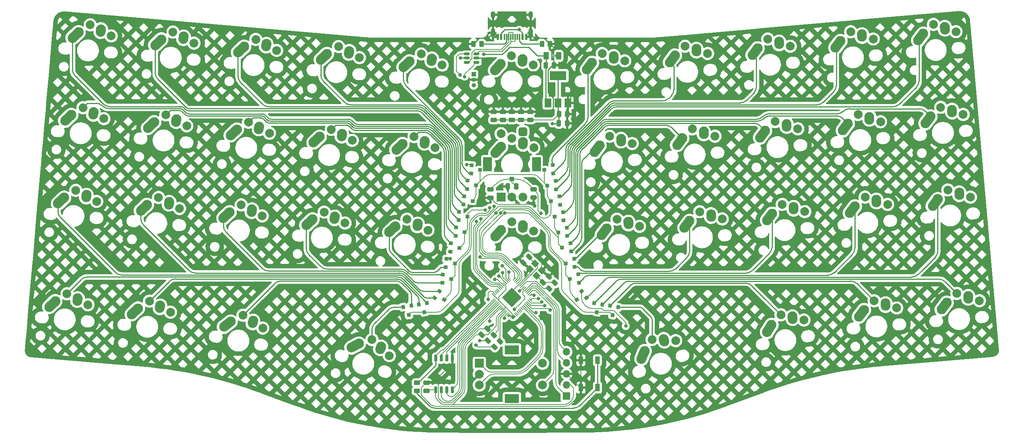
<source format=gbr>
%TF.GenerationSoftware,KiCad,Pcbnew,(6.0.6)*%
%TF.CreationDate,2022-07-22T10:15:02+02:00*%
%TF.ProjectId,knobdeavour,6b6e6f62-6465-4617-966f-75722e6b6963,1*%
%TF.SameCoordinates,Original*%
%TF.FileFunction,Copper,L2,Bot*%
%TF.FilePolarity,Positive*%
%FSLAX46Y46*%
G04 Gerber Fmt 4.6, Leading zero omitted, Abs format (unit mm)*
G04 Created by KiCad (PCBNEW (6.0.6)) date 2022-07-22 10:15:02*
%MOMM*%
%LPD*%
G01*
G04 APERTURE LIST*
G04 Aperture macros list*
%AMRoundRect*
0 Rectangle with rounded corners*
0 $1 Rounding radius*
0 $2 $3 $4 $5 $6 $7 $8 $9 X,Y pos of 4 corners*
0 Add a 4 corners polygon primitive as box body*
4,1,4,$2,$3,$4,$5,$6,$7,$8,$9,$2,$3,0*
0 Add four circle primitives for the rounded corners*
1,1,$1+$1,$2,$3*
1,1,$1+$1,$4,$5*
1,1,$1+$1,$6,$7*
1,1,$1+$1,$8,$9*
0 Add four rect primitives between the rounded corners*
20,1,$1+$1,$2,$3,$4,$5,0*
20,1,$1+$1,$4,$5,$6,$7,0*
20,1,$1+$1,$6,$7,$8,$9,0*
20,1,$1+$1,$8,$9,$2,$3,0*%
%AMHorizOval*
0 Thick line with rounded ends*
0 $1 width*
0 $2 $3 position (X,Y) of the first rounded end (center of the circle)*
0 $4 $5 position (X,Y) of the second rounded end (center of the circle)*
0 Add line between two ends*
20,1,$1,$2,$3,$4,$5,0*
0 Add two circle primitives to create the rounded ends*
1,1,$1,$2,$3*
1,1,$1,$4,$5*%
%AMRotRect*
0 Rectangle, with rotation*
0 The origin of the aperture is its center*
0 $1 length*
0 $2 width*
0 $3 Rotation angle, in degrees counterclockwise*
0 Add horizontal line*
21,1,$1,$2,0,0,$3*%
G04 Aperture macros list end*
%TA.AperFunction,ComponentPad*%
%ADD10C,2.000000*%
%TD*%
%TA.AperFunction,ComponentPad*%
%ADD11C,2.250000*%
%TD*%
%TA.AperFunction,ComponentPad*%
%ADD12HorizOval,2.250000X0.044973X0.287189X-0.044973X-0.287189X0*%
%TD*%
%TA.AperFunction,ComponentPad*%
%ADD13HorizOval,2.250000X0.716127X0.670140X-0.716127X-0.670140X0*%
%TD*%
%TA.AperFunction,ComponentPad*%
%ADD14HorizOval,2.250000X0.117770X0.265764X-0.117770X-0.265764X0*%
%TD*%
%TA.AperFunction,ComponentPad*%
%ADD15HorizOval,2.250000X0.865171X0.461958X-0.865171X-0.461958X0*%
%TD*%
%TA.AperFunction,ComponentPad*%
%ADD16HorizOval,2.250000X-0.005580X0.290635X0.005580X-0.290635X0*%
%TD*%
%TA.AperFunction,ComponentPad*%
%ADD17HorizOval,2.250000X0.588879X0.784313X-0.588879X-0.784313X0*%
%TD*%
%TA.AperFunction,WasherPad*%
%ADD18R,2.000000X3.200000*%
%TD*%
%TA.AperFunction,ComponentPad*%
%ADD19R,2.000000X2.000000*%
%TD*%
%TA.AperFunction,ComponentPad*%
%ADD20RoundRect,0.500000X0.500000X0.500000X-0.500000X0.500000X-0.500000X-0.500000X0.500000X-0.500000X0*%
%TD*%
%TA.AperFunction,ComponentPad*%
%ADD21HorizOval,2.250000X0.069832X0.282177X-0.069832X-0.282177X0*%
%TD*%
%TA.AperFunction,ComponentPad*%
%ADD22HorizOval,2.250000X0.771809X0.605175X-0.771809X-0.605175X0*%
%TD*%
%TA.AperFunction,ComponentPad*%
%ADD23HorizOval,2.250000X0.019771X0.290016X-0.019771X-0.290016X0*%
%TD*%
%TA.AperFunction,ComponentPad*%
%ADD24HorizOval,2.250000X0.654995X0.730004X-0.654995X-0.730004X0*%
%TD*%
%TA.AperFunction,WasherPad*%
%ADD25R,3.200000X2.000000*%
%TD*%
%TA.AperFunction,ComponentPad*%
%ADD26HorizOval,2.250000X-0.080612X0.279288X0.080612X-0.279288X0*%
%TD*%
%TA.AperFunction,ComponentPad*%
%ADD27HorizOval,2.250000X0.365818X0.910001X-0.365818X-0.910001X0*%
%TD*%
%TA.AperFunction,ComponentPad*%
%ADD28HorizOval,2.250000X-0.030890X0.289043X0.030890X-0.289043X0*%
%TD*%
%TA.AperFunction,ComponentPad*%
%ADD29HorizOval,2.250000X0.518281X0.832653X-0.518281X-0.832653X0*%
%TD*%
%TA.AperFunction,SMDPad,CuDef*%
%ADD30RotRect,0.900000X0.800000X356.000000*%
%TD*%
%TA.AperFunction,SMDPad,CuDef*%
%ADD31RoundRect,0.250000X0.475000X-0.250000X0.475000X0.250000X-0.475000X0.250000X-0.475000X-0.250000X0*%
%TD*%
%TA.AperFunction,SMDPad,CuDef*%
%ADD32RotRect,0.900000X0.800000X184.000000*%
%TD*%
%TA.AperFunction,SMDPad,CuDef*%
%ADD33RoundRect,0.250000X0.250000X0.475000X-0.250000X0.475000X-0.250000X-0.475000X0.250000X-0.475000X0*%
%TD*%
%TA.AperFunction,SMDPad,CuDef*%
%ADD34RoundRect,0.250000X0.375000X0.625000X-0.375000X0.625000X-0.375000X-0.625000X0.375000X-0.625000X0*%
%TD*%
%TA.AperFunction,SMDPad,CuDef*%
%ADD35RoundRect,0.250000X-0.450000X0.262500X-0.450000X-0.262500X0.450000X-0.262500X0.450000X0.262500X0*%
%TD*%
%TA.AperFunction,SMDPad,CuDef*%
%ADD36RoundRect,0.250000X-0.262500X-0.450000X0.262500X-0.450000X0.262500X0.450000X-0.262500X0.450000X0*%
%TD*%
%TA.AperFunction,SMDPad,CuDef*%
%ADD37RoundRect,0.250000X-0.475000X0.250000X-0.475000X-0.250000X0.475000X-0.250000X0.475000X0.250000X0*%
%TD*%
%TA.AperFunction,SMDPad,CuDef*%
%ADD38RoundRect,0.250000X-0.250000X-0.475000X0.250000X-0.475000X0.250000X0.475000X-0.250000X0.475000X0*%
%TD*%
%TA.AperFunction,SMDPad,CuDef*%
%ADD39RoundRect,0.250000X-0.159099X0.512652X-0.512652X0.159099X0.159099X-0.512652X0.512652X-0.159099X0*%
%TD*%
%TA.AperFunction,SMDPad,CuDef*%
%ADD40R,1.500000X2.000000*%
%TD*%
%TA.AperFunction,SMDPad,CuDef*%
%ADD41R,3.800000X2.000000*%
%TD*%
%TA.AperFunction,SMDPad,CuDef*%
%ADD42R,0.600000X1.450000*%
%TD*%
%TA.AperFunction,SMDPad,CuDef*%
%ADD43R,0.300000X1.450000*%
%TD*%
%TA.AperFunction,ComponentPad*%
%ADD44O,1.000000X1.600000*%
%TD*%
%TA.AperFunction,ComponentPad*%
%ADD45O,1.000000X2.100000*%
%TD*%
%TA.AperFunction,SMDPad,CuDef*%
%ADD46RotRect,0.900000X0.800000X215.000000*%
%TD*%
%TA.AperFunction,SMDPad,CuDef*%
%ADD47RoundRect,0.150000X-0.150000X0.650000X-0.150000X-0.650000X0.150000X-0.650000X0.150000X0.650000X0*%
%TD*%
%TA.AperFunction,SMDPad,CuDef*%
%ADD48R,1.000000X1.700000*%
%TD*%
%TA.AperFunction,ComponentPad*%
%ADD49R,1.000000X1.000000*%
%TD*%
%TA.AperFunction,ComponentPad*%
%ADD50O,1.000000X1.000000*%
%TD*%
%TA.AperFunction,SMDPad,CuDef*%
%ADD51RoundRect,0.150000X0.512500X0.150000X-0.512500X0.150000X-0.512500X-0.150000X0.512500X-0.150000X0*%
%TD*%
%TA.AperFunction,SMDPad,CuDef*%
%ADD52RoundRect,0.250000X0.132583X-0.503814X0.503814X-0.132583X-0.132583X0.503814X-0.503814X0.132583X0*%
%TD*%
%TA.AperFunction,SMDPad,CuDef*%
%ADD53RotRect,0.900000X0.800000X280.000000*%
%TD*%
%TA.AperFunction,SMDPad,CuDef*%
%ADD54RotRect,1.400000X1.200000X135.000000*%
%TD*%
%TA.AperFunction,SMDPad,CuDef*%
%ADD55RoundRect,0.250000X0.159099X-0.512652X0.512652X-0.159099X-0.159099X0.512652X-0.512652X0.159099X0*%
%TD*%
%TA.AperFunction,ComponentPad*%
%ADD56R,1.700000X1.700000*%
%TD*%
%TA.AperFunction,ComponentPad*%
%ADD57O,1.700000X1.700000*%
%TD*%
%TA.AperFunction,SMDPad,CuDef*%
%ADD58RotRect,0.900000X0.800000X260.000000*%
%TD*%
%TA.AperFunction,SMDPad,CuDef*%
%ADD59RoundRect,0.250000X0.262500X0.450000X-0.262500X0.450000X-0.262500X-0.450000X0.262500X-0.450000X0*%
%TD*%
%TA.AperFunction,SMDPad,CuDef*%
%ADD60RotRect,0.900000X0.800000X325.000000*%
%TD*%
%TA.AperFunction,SMDPad,CuDef*%
%ADD61RoundRect,0.050000X-0.309359X0.238649X0.238649X-0.309359X0.309359X-0.238649X-0.238649X0.309359X0*%
%TD*%
%TA.AperFunction,SMDPad,CuDef*%
%ADD62RoundRect,0.050000X-0.309359X-0.238649X-0.238649X-0.309359X0.309359X0.238649X0.238649X0.309359X0*%
%TD*%
%TA.AperFunction,ComponentPad*%
%ADD63C,0.600000*%
%TD*%
%TA.AperFunction,SMDPad,CuDef*%
%ADD64RoundRect,0.144000X-2.059095X0.000000X0.000000X-2.059095X2.059095X0.000000X0.000000X2.059095X0*%
%TD*%
%TA.AperFunction,ViaPad*%
%ADD65C,0.800000*%
%TD*%
%TA.AperFunction,Conductor*%
%ADD66C,0.250000*%
%TD*%
%TA.AperFunction,Conductor*%
%ADD67C,0.200000*%
%TD*%
%TA.AperFunction,Conductor*%
%ADD68C,0.300000*%
%TD*%
G04 APERTURE END LIST*
D10*
%TO.P,K6,1*%
%TO.N,COL1*%
X79147165Y-57400239D03*
D11*
X76808086Y-55910707D03*
D12*
X76762661Y-56197824D03*
D11*
%TO.P,K6,2*%
%TO.N,Net-(D2-Pad1)*%
X71693136Y-56547332D03*
D10*
X74349219Y-54872451D03*
D13*
X70977001Y-57217462D03*
%TD*%
D11*
%TO.P,K16,1*%
%TO.N,COL3*%
X123739282Y-108065093D03*
D10*
X125613140Y-110109269D03*
D14*
X123621092Y-108330670D03*
D15*
%TO.P,K16,2*%
%TO.N,Net-(D8-Pad1)*%
X117768673Y-107818126D03*
D10*
X121632919Y-106425814D03*
D11*
X118633849Y-107356179D03*
%TD*%
D10*
%TO.P,K35,1*%
%TO.N,COL8*%
X220854782Y-77078681D03*
D11*
X218292583Y-76017955D03*
D16*
X218297706Y-76308600D03*
D17*
%TO.P,K35,2*%
%TO.N,Net-(D19-Pad1)*%
X212777002Y-78317416D03*
D10*
X215690781Y-75422451D03*
D11*
X213365890Y-77533111D03*
%TD*%
D18*
%TO.P,SW2,*%
%TO.N,*%
X148125000Y-66210000D03*
X159325000Y-66210000D03*
D19*
%TO.P,SW2,A,A*%
%TO.N,KNOB2_L*%
X151225000Y-73710000D03*
D10*
%TO.P,SW2,B,B*%
%TO.N,KNOB2_R*%
X156225000Y-73710000D03*
%TO.P,SW2,C,C*%
%TO.N,GND*%
X153725000Y-73710000D03*
D20*
%TO.P,SW2,S1,S1*%
%TO.N,COL5*%
X156225000Y-58760000D03*
D10*
%TO.P,SW2,S2,S2*%
%TO.N,KNOB2_ROW*%
X151225000Y-59210000D03*
%TD*%
D21*
%TO.P,K12,1*%
%TO.N,COL2*%
X94308268Y-102390309D03*
D10*
X96578902Y-103795971D03*
D11*
X94378544Y-102108243D03*
D22*
%TO.P,K12,2*%
%TO.N,Net-(D8-Pad2)*%
X88455758Y-102901814D03*
D10*
X92019524Y-100859634D03*
D11*
X89227573Y-102296649D03*
%TD*%
D16*
%TO.P,K20,1*%
%TO.N,COL10*%
X252957706Y-35008600D03*
D10*
X255514782Y-35778681D03*
D11*
X252952583Y-34717955D03*
D17*
%TO.P,K20,2*%
%TO.N,Net-(D12-Pad1)*%
X247437002Y-37017416D03*
D10*
X250350781Y-34122451D03*
D11*
X248025890Y-36233111D03*
%TD*%
D23*
%TO.P,K22,1*%
%TO.N,COL5*%
X156244771Y-61419984D03*
D11*
X156265000Y-61130000D03*
D10*
X158725000Y-62410000D03*
%TO.P,K22,2*%
%TO.N,KNOB2_ROW*%
X153725000Y-60310000D03*
D11*
X151225000Y-62210000D03*
D24*
X150569995Y-62939996D03*
%TD*%
D12*
%TO.P,K7,1*%
%TO.N,COL1*%
X75102661Y-75157824D03*
D10*
X77487165Y-76360239D03*
D11*
X75148086Y-74870707D03*
%TO.P,K7,2*%
%TO.N,Net-(D3-Pad2)*%
X70033136Y-75507332D03*
D13*
X69317001Y-76177462D03*
D10*
X72689219Y-73832451D03*
%TD*%
D11*
%TO.P,K31,1*%
%TO.N,COL7*%
X199362583Y-77687955D03*
D16*
X199367706Y-77978600D03*
D10*
X201924782Y-78748681D03*
%TO.P,K31,2*%
%TO.N,Net-(D15-Pad2)*%
X196760781Y-77092451D03*
D17*
X193847002Y-79987416D03*
D11*
X194435890Y-79203111D03*
%TD*%
D10*
%TO.P,K5,1*%
%TO.N,COL1*%
X80797165Y-38410239D03*
D11*
X78458086Y-36920707D03*
D12*
X78412661Y-37207824D03*
D11*
%TO.P,K5,2*%
%TO.N,Net-(D1-Pad2)*%
X73343136Y-37557332D03*
D10*
X75999219Y-35882451D03*
D13*
X72627001Y-38227462D03*
%TD*%
D25*
%TO.P,SW1,*%
%TO.N,*%
X153715000Y-119970000D03*
X153715000Y-108770000D03*
D19*
%TO.P,SW1,A,A*%
%TO.N,KNOB_L*%
X146215000Y-111870000D03*
D10*
%TO.P,SW1,B,B*%
%TO.N,KNOB_R*%
X146215000Y-116870000D03*
%TO.P,SW1,C,C*%
%TO.N,GND*%
X146215000Y-114370000D03*
%TO.P,SW1,S1,S1*%
%TO.N,KNOB_COL*%
X160715000Y-116870000D03*
%TO.P,SW1,S2,S2*%
%TO.N,KNOB_DIODE*%
X160715000Y-111870000D03*
%TD*%
D12*
%TO.P,K15,1*%
%TO.N,COL3*%
X113062661Y-78497824D03*
D11*
X113108086Y-78210707D03*
D10*
X115447165Y-79700239D03*
%TO.P,K15,2*%
%TO.N,Net-(D7-Pad2)*%
X110649219Y-77172451D03*
D11*
X107993136Y-78847332D03*
D13*
X107277001Y-79517462D03*
%TD*%
D11*
%TO.P,K27,1*%
%TO.N,COL6*%
X180392583Y-79397955D03*
D10*
X182954782Y-80458681D03*
D16*
X180397706Y-79688600D03*
D10*
%TO.P,K27,2*%
%TO.N,Net-(D15-Pad1)*%
X177790781Y-78802451D03*
D11*
X175465890Y-80913111D03*
D17*
X174877002Y-81697416D03*
%TD*%
D16*
%TO.P,K39,1*%
%TO.N,COL9*%
X237287706Y-74638600D03*
D10*
X239844782Y-75408681D03*
D11*
X237282583Y-74347955D03*
D17*
%TO.P,K39,2*%
%TO.N,Net-(D19-Pad2)*%
X231767002Y-76647416D03*
D11*
X232355890Y-75863111D03*
D10*
X234680781Y-73752451D03*
%TD*%
D11*
%TO.P,K25,1*%
%TO.N,COL6*%
X177012583Y-41407955D03*
D16*
X177017706Y-41698600D03*
D10*
X179574782Y-42468681D03*
D17*
%TO.P,K25,2*%
%TO.N,Net-(D13-Pad1)*%
X171497002Y-43707416D03*
D10*
X174410781Y-40812451D03*
D11*
X172085890Y-42923111D03*
%TD*%
D10*
%TO.P,K18,1*%
%TO.N,COL4*%
X136077165Y-62390239D03*
D12*
X133692661Y-61187824D03*
D11*
X133738086Y-60900707D03*
D10*
%TO.P,K18,2*%
%TO.N,Net-(D10-Pad2)*%
X131279219Y-59862451D03*
D11*
X128623136Y-61537332D03*
D13*
X127907001Y-62207462D03*
%TD*%
D10*
%TO.P,K33,1*%
%TO.N,COL8*%
X217524782Y-39148681D03*
D11*
X214962583Y-38087955D03*
D16*
X214967706Y-38378600D03*
D10*
%TO.P,K33,2*%
%TO.N,Net-(D17-Pad1)*%
X212360781Y-37492451D03*
D17*
X209447002Y-40387416D03*
D11*
X210035890Y-39603111D03*
%TD*%
D16*
%TO.P,K41,1*%
%TO.N,COL10*%
X256277706Y-72978600D03*
D10*
X258834782Y-73748681D03*
D11*
X256272583Y-72687955D03*
D17*
%TO.P,K41,2*%
%TO.N,Net-(D22-Pad2)*%
X250757002Y-74987416D03*
D10*
X253670781Y-72092451D03*
D11*
X251345890Y-74203111D03*
%TD*%
D12*
%TO.P,K2,1*%
%TO.N,COL0*%
X57762661Y-54547824D03*
D11*
X57808086Y-54260707D03*
D10*
X60147165Y-55750239D03*
D13*
%TO.P,K2,2*%
%TO.N,Net-(D2-Pad2)*%
X51977001Y-55567462D03*
D11*
X52693136Y-54897332D03*
D10*
X55349219Y-53222451D03*
%TD*%
D11*
%TO.P,K10,1*%
%TO.N,COL2*%
X95768086Y-57590707D03*
D10*
X98107165Y-59080239D03*
D12*
X95722661Y-57877824D03*
D11*
%TO.P,K10,2*%
%TO.N,Net-(D6-Pad2)*%
X90653136Y-58227332D03*
D10*
X93309219Y-56552451D03*
D13*
X89937001Y-58897462D03*
%TD*%
D16*
%TO.P,K36,1*%
%TO.N,COL8*%
X239367706Y-98408600D03*
D10*
X241924782Y-99178681D03*
D11*
X239362583Y-98117955D03*
D10*
%TO.P,K36,2*%
%TO.N,Net-(D20-Pad2)*%
X236760781Y-97522451D03*
D11*
X234435890Y-99633111D03*
D17*
X233847002Y-100417416D03*
%TD*%
D11*
%TO.P,K21,1*%
%TO.N,COL5*%
X156175000Y-42120000D03*
D23*
X156154771Y-42409984D03*
D10*
X158635000Y-43400000D03*
D11*
%TO.P,K21,2*%
%TO.N,Net-(D9-Pad2)*%
X151135000Y-43200000D03*
D24*
X150479995Y-43929996D03*
D10*
X153635000Y-41300000D03*
%TD*%
%TO.P,K26,1*%
%TO.N,COL6*%
X181284782Y-61448681D03*
D11*
X178722583Y-60387955D03*
D16*
X178727706Y-60678600D03*
D10*
%TO.P,K26,2*%
%TO.N,Net-(D14-Pad2)*%
X176120781Y-59792451D03*
D17*
X173207002Y-62687416D03*
D11*
X173795890Y-61903111D03*
%TD*%
D10*
%TO.P,K8,1*%
%TO.N,COL1*%
X75417165Y-100130239D03*
D11*
X73078086Y-98640707D03*
D12*
X73032661Y-98927824D03*
D11*
%TO.P,K8,2*%
%TO.N,Net-(D4-Pad1)*%
X67963136Y-99277332D03*
D10*
X70619219Y-97602451D03*
D13*
X67247001Y-99947462D03*
%TD*%
D11*
%TO.P,K1,1*%
%TO.N,COL0*%
X59488086Y-35270707D03*
D12*
X59442661Y-35557824D03*
D10*
X61827165Y-36760239D03*
D13*
%TO.P,K1,2*%
%TO.N,Net-(D1-Pad1)*%
X53657001Y-36577462D03*
D11*
X54373136Y-35907332D03*
D10*
X57029219Y-34232451D03*
%TD*%
D11*
%TO.P,K30,1*%
%TO.N,COL7*%
X197682583Y-58707955D03*
D16*
X197687706Y-58998600D03*
D10*
X200244782Y-59768681D03*
%TO.P,K30,2*%
%TO.N,Net-(D14-Pad1)*%
X195080781Y-58112451D03*
D11*
X192755890Y-60223111D03*
D17*
X192167002Y-61007416D03*
%TD*%
D10*
%TO.P,K34,1*%
%TO.N,COL8*%
X219254782Y-58078681D03*
D11*
X216692583Y-57017955D03*
D16*
X216697706Y-57308600D03*
D10*
%TO.P,K34,2*%
%TO.N,Net-(D18-Pad2)*%
X214090781Y-56422451D03*
D11*
X211765890Y-58533111D03*
D17*
X211177002Y-59317416D03*
%TD*%
D11*
%TO.P,K28,1*%
%TO.N,COL6*%
X188504357Y-106307630D03*
D10*
X191253787Y-106669067D03*
D26*
X188584529Y-106587045D03*
D10*
%TO.P,K28,2*%
%TO.N,Net-(D16-Pad2)*%
X185837081Y-106405814D03*
D27*
X183771858Y-109956276D03*
D11*
X184137688Y-109046280D03*
%TD*%
D10*
%TO.P,K11,1*%
%TO.N,COL2*%
X96447165Y-78060239D03*
D11*
X94108086Y-76570707D03*
D12*
X94062661Y-76857824D03*
D13*
%TO.P,K11,2*%
%TO.N,Net-(D7-Pad1)*%
X88277001Y-77877462D03*
D10*
X91649219Y-75532451D03*
D11*
X88993136Y-77207332D03*
%TD*%
%TO.P,K38,1*%
%TO.N,COL9*%
X235662583Y-55387955D03*
D10*
X238224782Y-56448681D03*
D16*
X235667706Y-55678600D03*
D10*
%TO.P,K38,2*%
%TO.N,Net-(D18-Pad1)*%
X233060781Y-54792451D03*
D11*
X230735890Y-56903111D03*
D17*
X230147002Y-57687416D03*
%TD*%
D10*
%TO.P,K9,1*%
%TO.N,COL2*%
X99777165Y-40090239D03*
D11*
X97438086Y-38600707D03*
D12*
X97392661Y-38887824D03*
D13*
%TO.P,K9,2*%
%TO.N,Net-(D5-Pad1)*%
X91607001Y-39907462D03*
D10*
X94979219Y-37562451D03*
D11*
X92323136Y-39237332D03*
%TD*%
D12*
%TO.P,K4,1*%
%TO.N,COL0*%
X54112661Y-97247824D03*
D11*
X54158086Y-96960707D03*
D10*
X56497165Y-98450239D03*
D13*
%TO.P,K4,2*%
%TO.N,Net-(D4-Pad2)*%
X48327001Y-98267462D03*
D10*
X51699219Y-95922451D03*
D11*
X49043136Y-97597332D03*
%TD*%
D16*
%TO.P,K37,1*%
%TO.N,COL9*%
X233987706Y-36698600D03*
D11*
X233982583Y-36407955D03*
D10*
X236544782Y-37468681D03*
D11*
%TO.P,K37,2*%
%TO.N,Net-(D17-Pad2)*%
X229055890Y-37923111D03*
D10*
X231380781Y-35812451D03*
D17*
X228467002Y-38707416D03*
%TD*%
D16*
%TO.P,K40,1*%
%TO.N,COL9*%
X258327706Y-96738600D03*
D11*
X258322583Y-96447955D03*
D10*
X260884782Y-97508681D03*
%TO.P,K40,2*%
%TO.N,Net-(D20-Pad1)*%
X255720781Y-95852451D03*
D17*
X252807002Y-98747416D03*
D11*
X253395890Y-97963111D03*
%TD*%
%TO.P,K24,1*%
%TO.N,COL10*%
X254622583Y-53727955D03*
D10*
X257184782Y-54788681D03*
D16*
X254627706Y-54018600D03*
D17*
%TO.P,K24,2*%
%TO.N,Net-(D21-Pad1)*%
X249107002Y-56027416D03*
D10*
X252020781Y-53132451D03*
D11*
X249695890Y-55243111D03*
%TD*%
%TO.P,K32,1*%
%TO.N,COL7*%
X218014279Y-101116110D03*
D10*
X220659176Y-101949490D03*
D28*
X218044713Y-101405202D03*
D29*
%TO.P,K32,2*%
%TO.N,Net-(D16-Pad1)*%
X212720097Y-103887535D03*
D11*
X213238388Y-103054889D03*
D10*
X215370476Y-100749634D03*
%TD*%
%TO.P,K29,1*%
%TO.N,COL7*%
X198574782Y-40798681D03*
D11*
X196012583Y-39737955D03*
D16*
X196017706Y-40028600D03*
D10*
%TO.P,K29,2*%
%TO.N,Net-(D13-Pad2)*%
X193410781Y-39142451D03*
D17*
X190497002Y-42037416D03*
D11*
X191085890Y-41253111D03*
%TD*%
D12*
%TO.P,K3,1*%
%TO.N,COL0*%
X56122661Y-73517824D03*
D10*
X58507165Y-74720239D03*
D11*
X56168086Y-73230707D03*
D10*
%TO.P,K3,2*%
%TO.N,Net-(D3-Pad1)*%
X53709219Y-72192451D03*
D13*
X50337001Y-74537462D03*
D11*
X51053136Y-73867332D03*
%TD*%
%TO.P,K23,1*%
%TO.N,COL5*%
X156255000Y-80220000D03*
D23*
X156234771Y-80509984D03*
D10*
X158715000Y-81500000D03*
D24*
%TO.P,K23,2*%
%TO.N,Net-(D11-Pad2)*%
X150559995Y-82029996D03*
D10*
X153715000Y-79400000D03*
D11*
X151215000Y-81300000D03*
%TD*%
D10*
%TO.P,K14,1*%
%TO.N,COL3*%
X117097165Y-60740239D03*
D12*
X114712661Y-59537824D03*
D11*
X114758086Y-59250707D03*
D13*
%TO.P,K14,2*%
%TO.N,Net-(D6-Pad1)*%
X108927001Y-60557462D03*
D11*
X109643136Y-59887332D03*
D10*
X112299219Y-58212451D03*
%TD*%
D11*
%TO.P,K19,1*%
%TO.N,COL4*%
X132105921Y-79840468D03*
D10*
X134445000Y-81330000D03*
D12*
X132060496Y-80127585D03*
D11*
%TO.P,K19,2*%
%TO.N,Net-(D11-Pad1)*%
X126990971Y-80477093D03*
D13*
X126274836Y-81147223D03*
D10*
X129647054Y-78802212D03*
%TD*%
%TO.P,K17,1*%
%TO.N,COL4*%
X137717165Y-43440239D03*
D11*
X135378086Y-41950707D03*
D12*
X135332661Y-42237824D03*
D13*
%TO.P,K17,2*%
%TO.N,Net-(D9-Pad1)*%
X129547001Y-43257462D03*
D10*
X132919219Y-40912451D03*
D11*
X130263136Y-42587332D03*
%TD*%
D12*
%TO.P,K13,1*%
%TO.N,COL3*%
X116372661Y-40547824D03*
D11*
X116418086Y-40260707D03*
D10*
X118757165Y-41750239D03*
D11*
%TO.P,K13,2*%
%TO.N,Net-(D5-Pad2)*%
X111303136Y-40897332D03*
D13*
X110587001Y-41567462D03*
D10*
X113959219Y-39222451D03*
%TD*%
D30*
%TO.P,D10,1,A*%
%TO.N,KNOB2_ROW*%
X139596167Y-86237929D03*
%TO.P,D10,2,A*%
%TO.N,Net-(D10-Pad2)*%
X139728705Y-84342558D03*
%TO.P,D10,3,K*%
%TO.N,ROW1*%
X141657564Y-85429756D03*
%TD*%
D31*
%TO.P,C14,1*%
%TO.N,+3V3*%
X157880000Y-56070000D03*
%TO.P,C14,2*%
%TO.N,GND*%
X157880000Y-54170000D03*
%TD*%
D32*
%TO.P,D19,1,A*%
%TO.N,Net-(D19-Pad1)*%
X168931295Y-91452558D03*
%TO.P,D19,2,A*%
%TO.N,Net-(D19-Pad2)*%
X169063833Y-93347929D03*
%TO.P,D19,3,K*%
%TO.N,ROW2*%
X167002436Y-92539756D03*
%TD*%
D31*
%TO.P,C13,1*%
%TO.N,+3V3*%
X155800000Y-56070000D03*
%TO.P,C13,2*%
%TO.N,GND*%
X155800000Y-54170000D03*
%TD*%
D32*
%TO.P,D14,1,A*%
%TO.N,Net-(D14-Pad1)*%
X167141295Y-84292558D03*
%TO.P,D14,2,A*%
%TO.N,Net-(D14-Pad2)*%
X167273833Y-86187929D03*
%TO.P,D14,3,K*%
%TO.N,ROW1*%
X165212436Y-85379756D03*
%TD*%
D33*
%TO.P,C7,1*%
%TO.N,+1V1*%
X154660000Y-71290000D03*
%TO.P,C7,2*%
%TO.N,GND*%
X152760000Y-71290000D03*
%TD*%
D30*
%TO.P,D1,1,A*%
%TO.N,Net-(D1-Pad1)*%
X142606167Y-75447929D03*
%TO.P,D1,2,A*%
%TO.N,Net-(D1-Pad2)*%
X142738705Y-73552558D03*
%TO.P,D1,3,K*%
%TO.N,ROW0*%
X144667564Y-74639756D03*
%TD*%
D34*
%TO.P,F0,1*%
%TO.N,VBUS*%
X164400000Y-41330000D03*
%TO.P,F0,2*%
%TO.N,+5V*%
X161600000Y-41330000D03*
%TD*%
D35*
%TO.P,R1,1*%
%TO.N,/QSPI_SS*%
X131920000Y-116357500D03*
%TO.P,R1,2*%
%TO.N,/~{USB_BOOT}*%
X131920000Y-118182500D03*
%TD*%
D30*
%TO.P,D2,1,A*%
%TO.N,Net-(D2-Pad1)*%
X141486167Y-79017929D03*
%TO.P,D2,2,A*%
%TO.N,Net-(D2-Pad2)*%
X141618705Y-77122558D03*
%TO.P,D2,3,K*%
%TO.N,ROW1*%
X143547564Y-78209756D03*
%TD*%
D36*
%TO.P,R6,1*%
%TO.N,Net-(J0-PadB5)*%
X160587500Y-38580000D03*
%TO.P,R6,2*%
%TO.N,GND*%
X162412500Y-38580000D03*
%TD*%
D37*
%TO.P,C6,1*%
%TO.N,+1V1*%
X148805000Y-71980000D03*
%TO.P,C6,2*%
%TO.N,GND*%
X148805000Y-73880000D03*
%TD*%
D31*
%TO.P,C5,1*%
%TO.N,+3V3*%
X134110000Y-118200000D03*
%TO.P,C5,2*%
%TO.N,GND*%
X134110000Y-116300000D03*
%TD*%
D30*
%TO.P,D5,1,A*%
%TO.N,Net-(D5-Pad1)*%
X143411167Y-71857929D03*
%TO.P,D5,2,A*%
%TO.N,Net-(D5-Pad2)*%
X143543705Y-69962558D03*
%TO.P,D5,3,K*%
%TO.N,ROW0*%
X145472564Y-71049756D03*
%TD*%
D38*
%TO.P,C1,1*%
%TO.N,+5V*%
X161460000Y-43540000D03*
%TO.P,C1,2*%
%TO.N,GND*%
X163360000Y-43540000D03*
%TD*%
D30*
%TO.P,D11,1,A*%
%TO.N,Net-(D11-Pad1)*%
X138566167Y-89817929D03*
%TO.P,D11,2,A*%
%TO.N,Net-(D11-Pad2)*%
X138698705Y-87922558D03*
%TO.P,D11,3,K*%
%TO.N,ROW2*%
X140627564Y-89009756D03*
%TD*%
D32*
%TO.P,D17,1,A*%
%TO.N,Net-(D17-Pad1)*%
X163731295Y-70032558D03*
%TO.P,D17,2,A*%
%TO.N,Net-(D17-Pad2)*%
X163863833Y-71927929D03*
%TO.P,D17,3,K*%
%TO.N,ROW0*%
X161802436Y-71119756D03*
%TD*%
%TO.P,D13,1,A*%
%TO.N,Net-(D13-Pad1)*%
X163051295Y-66402558D03*
%TO.P,D13,2,A*%
%TO.N,Net-(D13-Pad2)*%
X163183833Y-68297929D03*
%TO.P,D13,3,K*%
%TO.N,ROW0*%
X161122436Y-67489756D03*
%TD*%
D38*
%TO.P,C4,1*%
%TO.N,+3V3*%
X164490000Y-54730000D03*
%TO.P,C4,2*%
%TO.N,GND*%
X166390000Y-54730000D03*
%TD*%
D30*
%TO.P,D6,1,A*%
%TO.N,Net-(D6-Pad1)*%
X140776167Y-82617929D03*
%TO.P,D6,2,A*%
%TO.N,Net-(D6-Pad2)*%
X140908705Y-80722558D03*
%TO.P,D6,3,K*%
%TO.N,ROW1*%
X142837564Y-81809756D03*
%TD*%
D39*
%TO.P,C2,1*%
%TO.N,/XIN*%
X157631751Y-87478249D03*
%TO.P,C2,2*%
%TO.N,GND*%
X156288249Y-88821751D03*
%TD*%
D40*
%TO.P,U1,1,GND*%
%TO.N,GND*%
X166590000Y-52180000D03*
D41*
%TO.P,U1,2,VO*%
%TO.N,+3V3*%
X164290000Y-45880000D03*
D40*
X164290000Y-52180000D03*
%TO.P,U1,3,VI*%
%TO.N,+5V*%
X161990000Y-52180000D03*
%TD*%
D42*
%TO.P,J0,A1,GND*%
%TO.N,GND*%
X150460000Y-37015000D03*
%TO.P,J0,A4,VBUS*%
%TO.N,VBUS*%
X151260000Y-37015000D03*
D43*
%TO.P,J0,A5,CC1*%
%TO.N,Net-(J0-PadA5)*%
X152460000Y-37015000D03*
%TO.P,J0,A6,D+*%
%TO.N,/USB_DIN+*%
X153460000Y-37015000D03*
%TO.P,J0,A7,D-*%
%TO.N,/USB_DIN-*%
X153960000Y-37015000D03*
%TO.P,J0,A8,SBU1*%
%TO.N,unconnected-(J0-PadA8)*%
X154960000Y-37015000D03*
D42*
%TO.P,J0,A9,VBUS*%
%TO.N,VBUS*%
X156160000Y-37015000D03*
%TO.P,J0,A12,GND*%
%TO.N,GND*%
X156960000Y-37015000D03*
%TO.P,J0,B1,GND*%
X156960000Y-37015000D03*
%TO.P,J0,B4,VBUS*%
%TO.N,VBUS*%
X156160000Y-37015000D03*
D43*
%TO.P,J0,B5,CC2*%
%TO.N,Net-(J0-PadB5)*%
X155460000Y-37015000D03*
%TO.P,J0,B6,D+*%
%TO.N,/USB_DIN+*%
X154460000Y-37015000D03*
%TO.P,J0,B7,D-*%
%TO.N,/USB_DIN-*%
X152960000Y-37015000D03*
%TO.P,J0,B8,SBU2*%
%TO.N,unconnected-(J0-PadB8)*%
X151960000Y-37015000D03*
D42*
%TO.P,J0,B9,VBUS*%
%TO.N,VBUS*%
X151260000Y-37015000D03*
%TO.P,J0,B12,GND*%
%TO.N,GND*%
X150460000Y-37015000D03*
D44*
%TO.P,J0,S1,SHIELD*%
X149390000Y-31920000D03*
D45*
X149390000Y-36100000D03*
D44*
X158030000Y-31920000D03*
D45*
X158030000Y-36100000D03*
%TD*%
D46*
%TO.P,D22,1,A*%
%TO.N,KNOB_DIODE*%
X169704254Y-95338229D03*
%TO.P,D22,2,A*%
%TO.N,Net-(D22-Pad2)*%
X170794050Y-96894618D03*
%TO.P,D22,3,K*%
%TO.N,ROW2*%
X168610848Y-97263576D03*
%TD*%
D47*
%TO.P,U2,1,~{CS}*%
%TO.N,/QSPI_SS*%
X136207500Y-110700000D03*
%TO.P,U2,2,DO(IO1)*%
%TO.N,/QSPI_SD1*%
X137477500Y-110700000D03*
%TO.P,U2,3,IO2*%
%TO.N,/QSPI_SD2*%
X138747500Y-110700000D03*
%TO.P,U2,4,GND*%
%TO.N,GND*%
X140017500Y-110700000D03*
%TO.P,U2,5,DI(IO0)*%
%TO.N,/QSPI_SD0*%
X140017500Y-117900000D03*
%TO.P,U2,6,CLK*%
%TO.N,/QSPI_SCLK*%
X138747500Y-117900000D03*
%TO.P,U2,7,IO3*%
%TO.N,/QSPI_SD3*%
X137477500Y-117900000D03*
%TO.P,U2,8,VCC*%
%TO.N,+3V3*%
X136207500Y-117900000D03*
%TD*%
D48*
%TO.P,SW0,1,1*%
%TO.N,GND*%
X169540000Y-111160000D03*
X169540000Y-117460000D03*
%TO.P,SW0,2,2*%
%TO.N,/~{USB_BOOT}*%
X173340000Y-117460000D03*
X173340000Y-111160000D03*
%TD*%
D49*
%TO.P,J2,1,Pin_1*%
%TO.N,+5V*%
X144945000Y-45545000D03*
D50*
%TO.P,J2,2,Pin_2*%
%TO.N,GND*%
X144945000Y-46815000D03*
%TO.P,J2,3,Pin_3*%
%TO.N,LED_GLOW*%
X144945000Y-48085000D03*
%TD*%
D51*
%TO.P,U44,1,IO1*%
%TO.N,/USB_DIN+*%
X145597500Y-40910000D03*
%TO.P,U44,2,VN*%
%TO.N,GND*%
X145597500Y-41860000D03*
%TO.P,U44,3,IO2*%
%TO.N,/USB_D+*%
X145597500Y-42810000D03*
%TO.P,U44,4,IO3*%
%TO.N,/USB_DIN-*%
X143322500Y-42810000D03*
%TO.P,U44,5,VP*%
%TO.N,+5V*%
X143322500Y-41860000D03*
%TO.P,U44,6,IO4*%
%TO.N,/USB_D-*%
X143322500Y-40910000D03*
%TD*%
D52*
%TO.P,R4,1*%
%TO.N,/USB_D-*%
X149674765Y-108125235D03*
%TO.P,R4,2*%
%TO.N,Net-(R4-Pad2)*%
X150965235Y-106834765D03*
%TD*%
%TO.P,R3,1*%
%TO.N,/USB_D+*%
X148214765Y-106695235D03*
%TO.P,R3,2*%
%TO.N,Net-(R3-Pad2)*%
X149505235Y-105404765D03*
%TD*%
D32*
%TO.P,D12,1,A*%
%TO.N,Net-(D12-Pad1)*%
X164601295Y-73602558D03*
%TO.P,D12,2,A*%
%TO.N,unconnected-(D12-Pad2)*%
X164733833Y-75497929D03*
%TO.P,D12,3,K*%
%TO.N,ROW0*%
X162672436Y-74689756D03*
%TD*%
D53*
%TO.P,D8,1,A*%
%TO.N,Net-(D8-Pad1)*%
X128780784Y-98980158D03*
%TO.P,D8,2,A*%
%TO.N,Net-(D8-Pad2)*%
X130651919Y-98650226D03*
%TO.P,D8,3,K*%
%TO.N,ROW3*%
X130063648Y-100784808D03*
%TD*%
D54*
%TO.P,Y0,1,1*%
%TO.N,Net-(C3-Pad1)*%
X159366777Y-91768858D03*
%TO.P,Y0,2,2*%
%TO.N,GND*%
X157811142Y-90213223D03*
%TO.P,Y0,3,3*%
%TO.N,/XIN*%
X159013223Y-89011142D03*
%TO.P,Y0,4,4*%
%TO.N,GND*%
X160568858Y-90566777D03*
%TD*%
D55*
%TO.P,C3,1*%
%TO.N,Net-(C3-Pad1)*%
X160778249Y-93311751D03*
%TO.P,C3,2*%
%TO.N,GND*%
X162121751Y-91968249D03*
%TD*%
%TO.P,C10,1*%
%TO.N,+3V3*%
X146718249Y-105281751D03*
%TO.P,C10,2*%
%TO.N,GND*%
X148061751Y-103938249D03*
%TD*%
D56*
%TO.P,J1,1,Pin_1*%
%TO.N,/RUN*%
X166225000Y-119400000D03*
D57*
%TO.P,J1,2,Pin_2*%
%TO.N,+3V3*%
X166225000Y-116860000D03*
%TO.P,J1,3,Pin_3*%
%TO.N,GND*%
X166225000Y-114320000D03*
%TO.P,J1,4,Pin_4*%
%TO.N,/SWD*%
X166225000Y-111780000D03*
%TO.P,J1,5,Pin_5*%
%TO.N,/SWCLK*%
X166225000Y-109240000D03*
%TD*%
D58*
%TO.P,D16,1,A*%
%TO.N,Net-(D16-Pad1)*%
X176178081Y-98660226D03*
%TO.P,D16,2,A*%
%TO.N,Net-(D16-Pad2)*%
X178049216Y-98990158D03*
%TO.P,D16,3,K*%
%TO.N,ROW3*%
X176766352Y-100794808D03*
%TD*%
D52*
%TO.P,R5,1*%
%TO.N,/XOUT*%
X162234765Y-94715235D03*
%TO.P,R5,2*%
%TO.N,Net-(C3-Pad1)*%
X163525235Y-93424765D03*
%TD*%
D31*
%TO.P,C12,1*%
%TO.N,+3V3*%
X153720000Y-56070000D03*
%TO.P,C12,2*%
%TO.N,GND*%
X153720000Y-54170000D03*
%TD*%
D32*
%TO.P,D21,1,A*%
%TO.N,Net-(D21-Pad1)*%
X165421295Y-77182558D03*
%TO.P,D21,2,A*%
%TO.N,unconnected-(D21-Pad2)*%
X165553833Y-79077929D03*
%TO.P,D21,3,K*%
%TO.N,ROW1*%
X163492436Y-78269756D03*
%TD*%
D58*
%TO.P,D20,1,A*%
%TO.N,Net-(D20-Pad1)*%
X172588081Y-98030226D03*
%TO.P,D20,2,A*%
%TO.N,Net-(D20-Pad2)*%
X174459216Y-98360158D03*
%TO.P,D20,3,K*%
%TO.N,ROW3*%
X173176352Y-100164808D03*
%TD*%
D31*
%TO.P,C11,1*%
%TO.N,+3V3*%
X151650000Y-56060000D03*
%TO.P,C11,2*%
%TO.N,GND*%
X151650000Y-54160000D03*
%TD*%
D53*
%TO.P,D4,1,A*%
%TO.N,Net-(D4-Pad1)*%
X132370784Y-98360158D03*
%TO.P,D4,2,A*%
%TO.N,Net-(D4-Pad2)*%
X134241919Y-98030226D03*
%TO.P,D4,3,K*%
%TO.N,ROW3*%
X133653648Y-100164808D03*
%TD*%
D59*
%TO.P,R7,1*%
%TO.N,Net-(J0-PadA5)*%
X146712500Y-38610000D03*
%TO.P,R7,2*%
%TO.N,GND*%
X144887500Y-38610000D03*
%TD*%
D30*
%TO.P,D7,1,A*%
%TO.N,Net-(D7-Pad1)*%
X137746167Y-93387929D03*
%TO.P,D7,2,A*%
%TO.N,Net-(D7-Pad2)*%
X137878705Y-91492558D03*
%TO.P,D7,3,K*%
%TO.N,ROW2*%
X139807564Y-92579756D03*
%TD*%
D38*
%TO.P,C17,1*%
%TO.N,+3V3*%
X164470000Y-56850000D03*
%TO.P,C17,2*%
%TO.N,GND*%
X166370000Y-56850000D03*
%TD*%
D31*
%TO.P,C9,1*%
%TO.N,+3V3*%
X149540000Y-56050000D03*
%TO.P,C9,2*%
%TO.N,GND*%
X149540000Y-54150000D03*
%TD*%
D60*
%TO.P,D3,1,A*%
%TO.N,Net-(D3-Pad1)*%
X135975950Y-96894618D03*
%TO.P,D3,2,A*%
%TO.N,Net-(D3-Pad2)*%
X137065746Y-95338229D03*
%TO.P,D3,3,K*%
%TO.N,ROW2*%
X138159152Y-97263576D03*
%TD*%
D30*
%TO.P,D9,1,A*%
%TO.N,Net-(D9-Pad1)*%
X144341167Y-68317929D03*
%TO.P,D9,2,A*%
%TO.N,Net-(D9-Pad2)*%
X144473705Y-66422558D03*
%TO.P,D9,3,K*%
%TO.N,ROW0*%
X146402564Y-67509756D03*
%TD*%
D49*
%TO.P,J4,1,Pin_1*%
%TO.N,+1V1*%
X153685000Y-69620000D03*
%TD*%
D61*
%TO.P,U3,1,IOVDD*%
%TO.N,+3V3*%
X149445843Y-96177798D03*
%TO.P,U3,2,GPIO0*%
%TO.N,COL5*%
X149728686Y-95894955D03*
%TO.P,U3,3,GPIO1*%
%TO.N,unconnected-(U3-Pad3)*%
X150011528Y-95612113D03*
%TO.P,U3,4,GPIO2*%
%TO.N,unconnected-(U3-Pad4)*%
X150294371Y-95329270D03*
%TO.P,U3,5,GPIO3*%
%TO.N,unconnected-(U3-Pad5)*%
X150577214Y-95046427D03*
%TO.P,U3,6,GPIO4*%
%TO.N,KNOB2_R*%
X150860056Y-94763585D03*
%TO.P,U3,7,GPIO5*%
%TO.N,KNOB2_L*%
X151142899Y-94480742D03*
%TO.P,U3,8,GPIO6*%
%TO.N,ROW0*%
X151425742Y-94197899D03*
%TO.P,U3,9,GPIO7*%
%TO.N,COL0*%
X151708585Y-93915056D03*
%TO.P,U3,10,IOVDD*%
%TO.N,+3V3*%
X151991427Y-93632214D03*
%TO.P,U3,11,GPIO8*%
%TO.N,COL1*%
X152274270Y-93349371D03*
%TO.P,U3,12,GPIO9*%
%TO.N,COL2*%
X152557113Y-93066528D03*
%TO.P,U3,13,GPIO10*%
%TO.N,COL4*%
X152839955Y-92783686D03*
%TO.P,U3,14,GPIO11*%
%TO.N,COL3*%
X153122798Y-92500843D03*
D62*
%TO.P,U3,15,GPIO12*%
%TO.N,LED_GLOW*%
X154307202Y-92500843D03*
%TO.P,U3,16,GPIO13*%
%TO.N,ROW1*%
X154590045Y-92783686D03*
%TO.P,U3,17,GPIO14*%
%TO.N,ROW2*%
X154872887Y-93066528D03*
%TO.P,U3,18,GPIO15*%
%TO.N,ROW3*%
X155155730Y-93349371D03*
%TO.P,U3,19,TESTEN*%
%TO.N,GND*%
X155438573Y-93632214D03*
%TO.P,U3,20,XIN*%
%TO.N,/XIN*%
X155721415Y-93915056D03*
%TO.P,U3,21,XOUT*%
%TO.N,/XOUT*%
X156004258Y-94197899D03*
%TO.P,U3,22,IOVDD*%
%TO.N,+3V3*%
X156287101Y-94480742D03*
%TO.P,U3,23,DVDD*%
%TO.N,+1V1*%
X156569944Y-94763585D03*
%TO.P,U3,24,SWCLK*%
%TO.N,/SWCLK*%
X156852786Y-95046427D03*
%TO.P,U3,25,SWD*%
%TO.N,/SWD*%
X157135629Y-95329270D03*
%TO.P,U3,26,RUN*%
%TO.N,/RUN*%
X157418472Y-95612113D03*
%TO.P,U3,27,GPIO16*%
%TO.N,KNOB_COL*%
X157701314Y-95894955D03*
%TO.P,U3,28,GPIO17*%
%TO.N,COL6*%
X157984157Y-96177798D03*
D61*
%TO.P,U3,29,GPIO18*%
%TO.N,COL7*%
X157984157Y-97362202D03*
%TO.P,U3,30,GPIO19*%
%TO.N,COL8*%
X157701314Y-97645045D03*
%TO.P,U3,31,GPIO20*%
%TO.N,COL9*%
X157418472Y-97927887D03*
%TO.P,U3,32,GPIO21*%
%TO.N,COL10*%
X157135629Y-98210730D03*
%TO.P,U3,33,IOVDD*%
%TO.N,+3V3*%
X156852786Y-98493573D03*
%TO.P,U3,34,GPIO22*%
%TO.N,KNOB_R*%
X156569944Y-98776415D03*
%TO.P,U3,35,GPIO23*%
%TO.N,KNOB_L*%
X156287101Y-99059258D03*
%TO.P,U3,36,GPIO24*%
%TO.N,unconnected-(U3-Pad36)*%
X156004258Y-99342101D03*
%TO.P,U3,37,GPIO25*%
%TO.N,unconnected-(U3-Pad37)*%
X155721415Y-99624944D03*
%TO.P,U3,38,GPIO26_ADC0*%
%TO.N,/GPIO26_ADC0*%
X155438573Y-99907786D03*
%TO.P,U3,39,GPIO27_ADC1*%
%TO.N,/GPIO27_ADC1*%
X155155730Y-100190629D03*
%TO.P,U3,40,GPIO28_ADC2*%
%TO.N,/GPIO28_ADC2*%
X154872887Y-100473472D03*
%TO.P,U3,41,GPIO29_ADC3*%
%TO.N,/GPIO29_ADC3*%
X154590045Y-100756314D03*
%TO.P,U3,42,IOVDD*%
%TO.N,+3V3*%
X154307202Y-101039157D03*
D62*
%TO.P,U3,43,ADC_AVDD*%
X153122798Y-101039157D03*
%TO.P,U3,44,VREG_IN*%
X152839955Y-100756314D03*
%TO.P,U3,45,VREG_VOUT*%
%TO.N,+1V1*%
X152557113Y-100473472D03*
%TO.P,U3,46,USB_DM*%
%TO.N,Net-(R4-Pad2)*%
X152274270Y-100190629D03*
%TO.P,U3,47,USB_DP*%
%TO.N,Net-(R3-Pad2)*%
X151991427Y-99907786D03*
%TO.P,U3,48,USB_VDD*%
%TO.N,+3V3*%
X151708585Y-99624944D03*
%TO.P,U3,49,IOVDD*%
X151425742Y-99342101D03*
%TO.P,U3,50,DVDD*%
%TO.N,+1V1*%
X151142899Y-99059258D03*
%TO.P,U3,51,QSPI_SD3*%
%TO.N,/QSPI_SD3*%
X150860056Y-98776415D03*
%TO.P,U3,52,QSPI_SCLK*%
%TO.N,/QSPI_SCLK*%
X150577214Y-98493573D03*
%TO.P,U3,53,QSPI_SD0*%
%TO.N,/QSPI_SD0*%
X150294371Y-98210730D03*
%TO.P,U3,54,QSPI_SD2*%
%TO.N,/QSPI_SD2*%
X150011528Y-97927887D03*
%TO.P,U3,55,QSPI_SD1*%
%TO.N,/QSPI_SD1*%
X149728686Y-97645045D03*
%TO.P,U3,56,QSPI_SS*%
%TO.N,/QSPI_SS*%
X149445843Y-97362202D03*
D63*
%TO.P,U3,57,GND*%
%TO.N,GND*%
X154616561Y-97671561D03*
X153715000Y-98573122D03*
X151911878Y-96770000D03*
D64*
X153715000Y-96770000D03*
D63*
X155518122Y-96770000D03*
X153715000Y-94966878D03*
X152813439Y-95868439D03*
X153715000Y-96770000D03*
X152813439Y-97671561D03*
X154616561Y-95868439D03*
%TD*%
D32*
%TO.P,D15,1,A*%
%TO.N,Net-(D15-Pad1)*%
X167981295Y-87872558D03*
%TO.P,D15,2,A*%
%TO.N,Net-(D15-Pad2)*%
X168113833Y-89767929D03*
%TO.P,D15,3,K*%
%TO.N,ROW2*%
X166052436Y-88959756D03*
%TD*%
D37*
%TO.P,C8,1*%
%TO.N,+1V1*%
X158655000Y-71970000D03*
%TO.P,C8,2*%
%TO.N,GND*%
X158655000Y-73870000D03*
%TD*%
D32*
%TO.P,D18,1,A*%
%TO.N,Net-(D18-Pad1)*%
X166291295Y-80742558D03*
%TO.P,D18,2,A*%
%TO.N,Net-(D18-Pad2)*%
X166423833Y-82637929D03*
%TO.P,D18,3,K*%
%TO.N,ROW1*%
X164362436Y-81829756D03*
%TD*%
D65*
%TO.N,COL10*%
X162450000Y-99660000D03*
%TO.N,COL7*%
X159770000Y-97040000D03*
%TO.N,COL8*%
X160540000Y-97830000D03*
%TO.N,Net-(D9-Pad2)*%
X143340000Y-66330000D03*
%TO.N,COL0*%
X149830000Y-92590000D03*
%TO.N,+5V*%
X147210000Y-40980000D03*
X141950000Y-41860000D03*
%TO.N,GND*%
X132880000Y-55750000D03*
X159570000Y-70610000D03*
X147305000Y-42115000D03*
X137230000Y-49070000D03*
X156290000Y-64330000D03*
X176660000Y-54730000D03*
X162539511Y-54029511D03*
X156170000Y-49370000D03*
X147890000Y-53360000D03*
X134650000Y-79150000D03*
X160500000Y-101630000D03*
X158940000Y-75800000D03*
X156700000Y-83510000D03*
X146950000Y-89830000D03*
%TO.N,+3V3*%
X153970000Y-101310000D03*
X155480000Y-95210000D03*
X162970000Y-56860000D03*
X159210000Y-100280000D03*
%TO.N,+1V1*%
X160410000Y-77460000D03*
X148620000Y-102150000D03*
X151980000Y-101530000D03*
X154270000Y-99520000D03*
%TO.N,ROW1*%
X147550000Y-76690000D03*
X150055741Y-77425741D03*
%TO.N,ROW2*%
X148590000Y-76170000D03*
X151110370Y-77360370D03*
%TO.N,ROW3*%
X152110000Y-77350000D03*
X149590000Y-75840000D03*
%TO.N,KNOB2_ROW*%
X139490000Y-86260000D03*
%TO.N,Net-(D11-Pad2)*%
X139537442Y-87922558D03*
%TO.N,VBUS*%
X155380000Y-35340000D03*
X163940000Y-41280000D03*
%TO.N,LED_GLOW*%
X146380000Y-87450000D03*
%TO.N,COL1*%
X150730000Y-91880000D03*
%TO.N,COL2*%
X151595000Y-91085000D03*
%TO.N,COL3*%
X153020000Y-90940000D03*
%TO.N,COL4*%
X151480000Y-89490000D03*
%TO.N,COL5*%
X148260000Y-97190000D03*
%TO.N,COL6*%
X158765000Y-96275000D03*
%TO.N,COL9*%
X161200000Y-98620000D03*
%TO.N,/USB_D+*%
X146360000Y-106700000D03*
X142860000Y-46120000D03*
%TO.N,/USB_D-*%
X141810000Y-45710000D03*
X145500000Y-107730000D03*
%TO.N,KNOB2_R*%
X145530000Y-79360000D03*
%TO.N,KNOB2_L*%
X146560000Y-78760000D03*
%TO.N,KNOB_DIODE*%
X179820000Y-103310000D03*
%TD*%
D66*
%TO.N,Net-(D17-Pad1)*%
X206072673Y-52118880D02*
G75*
G03*
X207486885Y-51533113I27J1999980D01*
G01*
X209769980Y-48421573D02*
G75*
G02*
X209184212Y-49835786I-1999980J-27D01*
G01*
%TO.N,Net-(D13-Pad2)*%
X175845290Y-52254683D02*
G75*
G02*
X177259506Y-51668900I1414210J-1414217D01*
G01*
X189666900Y-51083128D02*
G75*
G02*
X188252673Y-51668900I-1414200J1414228D01*
G01*
X190244228Y-50505800D02*
G75*
G03*
X190830000Y-49091573I-1414228J1414200D01*
G01*
X188252673Y-51668900D02*
X177259506Y-51668900D01*
X166083803Y-62844563D02*
G75*
G02*
X166669628Y-61430349I1999997J-37D01*
G01*
X165498067Y-65823719D02*
G75*
G03*
X166083841Y-64409494I-1414267J1414219D01*
G01*
X189908123Y-42821729D02*
X190830000Y-43743606D01*
X190830000Y-43743606D02*
X190830000Y-49091573D01*
X190244214Y-50505786D02*
X189666886Y-51083114D01*
X175845293Y-52254686D02*
X166669628Y-61430349D01*
X166083841Y-62844563D02*
X166083841Y-64409494D01*
X165498055Y-65823707D02*
X163003833Y-68317929D01*
%TO.N,Net-(D17-Pad1)*%
X176030504Y-52705140D02*
G75*
G02*
X177444743Y-52119380I1414196J-1414260D01*
G01*
X165947585Y-68267387D02*
G75*
G03*
X166533361Y-66853164I-1414185J1414187D01*
G01*
X177445223Y-52118900D02*
X177444743Y-52119380D01*
X166533345Y-63030761D02*
G75*
G02*
X167119148Y-61616547I2000055J-39D01*
G01*
X208858123Y-41171729D02*
X209770000Y-42083606D01*
X206072673Y-52118900D02*
X177445223Y-52118900D01*
X209770000Y-42083606D02*
X209770000Y-48421573D01*
X209184213Y-49835787D02*
X207486886Y-51533114D01*
X176030530Y-52705166D02*
X167119148Y-61616547D01*
X166533361Y-63030761D02*
X166533361Y-66853164D01*
X164182394Y-70032558D02*
X163731295Y-70032558D01*
X165947575Y-68267377D02*
X164182394Y-70032558D01*
D67*
%TO.N,ROW0*%
X161076340Y-70393660D02*
X160942436Y-70259756D01*
X161802436Y-71119756D02*
X161076340Y-70393660D01*
X161076340Y-70393660D02*
X161122436Y-70347564D01*
X161122436Y-70347564D02*
X161122436Y-67489756D01*
X161802436Y-71119756D02*
X159821887Y-69139207D01*
%TO.N,/RUN*%
X163730020Y-116076573D02*
G75*
G03*
X164315788Y-117490786I1999980J-27D01*
G01*
%TO.N,KNOB_COL*%
X163329980Y-113426573D02*
G75*
G02*
X162744212Y-114840786I-1999980J-27D01*
G01*
%TO.N,/SWD*%
X164715773Y-110270801D02*
G75*
G02*
X164130000Y-108856573I1414227J1414201D01*
G01*
%TO.N,/SWCLK*%
X165115773Y-108130801D02*
G75*
G02*
X164530000Y-106716573I1414227J1414201D01*
G01*
%TO.N,KNOB_COL*%
X162744190Y-98754262D02*
G75*
G02*
X163330000Y-100168451I-1414190J-1414238D01*
G01*
%TO.N,/RUN*%
X163729968Y-100003445D02*
G75*
G03*
X163144214Y-98589232I-1999968J45D01*
G01*
%TO.N,/SWD*%
X163544234Y-98424206D02*
G75*
G02*
X164130000Y-99838439I-1414234J-1414194D01*
G01*
%TO.N,/SWCLK*%
X163944231Y-98259203D02*
G75*
G02*
X164530000Y-99673433I-1414231J-1414197D01*
G01*
%TO.N,COL10*%
X157135629Y-98210730D02*
X157135736Y-98210730D01*
X157135736Y-98210730D02*
X158244517Y-99319511D01*
X158244517Y-99319511D02*
X162109511Y-99319511D01*
X162109511Y-99319511D02*
X162450000Y-99660000D01*
%TO.N,KNOB_COL*%
X162074213Y-98084237D02*
X162744214Y-98754238D01*
X163330000Y-100168451D02*
X163330000Y-113426573D01*
X162744213Y-114840787D02*
X160715000Y-116870000D01*
%TO.N,/RUN*%
X157418472Y-95612113D02*
X158440585Y-94590000D01*
X158440585Y-94590000D02*
X159144982Y-94590000D01*
X159144982Y-94590000D02*
X163144214Y-98589232D01*
X163730000Y-100003445D02*
X163730000Y-116076573D01*
X164315787Y-117490787D02*
X166225000Y-119400000D01*
%TO.N,/SWD*%
X157135629Y-95329270D02*
X158339893Y-94125006D01*
X158339893Y-94125006D02*
X159244994Y-94125006D01*
X159244994Y-94125006D02*
X163544214Y-98424226D01*
X164130000Y-99838439D02*
X164130000Y-108856573D01*
X164715787Y-110270787D02*
X166225000Y-111780000D01*
%TO.N,/SWCLK*%
X156852786Y-95046427D02*
X156853466Y-95046427D01*
X156853466Y-95046427D02*
X158370373Y-93529520D01*
X158370373Y-93529520D02*
X159214514Y-93529520D01*
X159214514Y-93529520D02*
X163944214Y-98259220D01*
X164530000Y-99673433D02*
X164530000Y-106716573D01*
X165115787Y-108130787D02*
X166225000Y-109240000D01*
%TO.N,COL8*%
X160348920Y-98021080D02*
X158077349Y-98021080D01*
X160540000Y-97830000D02*
X160348920Y-98021080D01*
D66*
%TO.N,Net-(D17-Pad1)*%
X208858123Y-41171729D02*
X209700000Y-42013606D01*
D67*
%TO.N,Net-(D9-Pad2)*%
X143340000Y-66330000D02*
X144381147Y-66330000D01*
X144381147Y-66330000D02*
X144473705Y-66422558D01*
%TO.N,ROW2*%
X155257115Y-90872103D02*
G75*
G02*
X155549999Y-91579218I-707115J-707097D01*
G01*
%TO.N,ROW3*%
X155657114Y-90707100D02*
G75*
G02*
X155950000Y-91414214I-707114J-707100D01*
G01*
%TO.N,ROW1*%
X155149981Y-91744226D02*
G75*
G03*
X154857106Y-91037120I-999981J26D01*
G01*
%TO.N,ROW3*%
X150761573Y-86640020D02*
G75*
G02*
X152175786Y-87225788I27J-1999980D01*
G01*
X155155730Y-93349371D02*
X155950000Y-92555099D01*
X147565710Y-86347124D02*
G75*
G03*
X148272834Y-86640000I707090J707124D01*
G01*
X147000024Y-85367166D02*
G75*
G03*
X147292893Y-86074273I999976J-34D01*
G01*
X155950000Y-92555099D02*
X155950000Y-91414214D01*
X150761573Y-86640000D02*
X148272834Y-86640000D01*
X147585772Y-81874200D02*
G75*
G03*
X147000000Y-83288427I1414228J-1414200D01*
G01*
X155657107Y-90707107D02*
X152175787Y-87225787D01*
X147565727Y-86347107D02*
X147292893Y-86074273D01*
X147000000Y-85367166D02*
X147000000Y-83288427D01*
X147585786Y-81874214D02*
X152110000Y-77350000D01*
%TO.N,ROW2*%
X150596088Y-87039524D02*
G75*
G02*
X152010301Y-87625307I12J-1999976D01*
G01*
X147400213Y-86746653D02*
G75*
G03*
X148107347Y-87039519I707087J707153D01*
G01*
X146600481Y-84750481D02*
X146600480Y-82698687D01*
X146600520Y-85532653D02*
G75*
G03*
X146893374Y-86239760I999980J-47D01*
G01*
X147186269Y-81284475D02*
G75*
G03*
X146600480Y-82698687I1414231J-1414225D01*
G01*
X154872887Y-93066528D02*
X155550000Y-92389414D01*
X155550000Y-92389414D02*
X155549999Y-91579218D01*
X147186267Y-81284473D02*
X151110370Y-77360370D01*
X155257106Y-90872112D02*
X152010301Y-87625307D01*
X150596088Y-87039520D02*
X148107347Y-87039519D01*
X146600481Y-85532653D02*
X146600481Y-84750481D01*
X147400240Y-86746626D02*
X146893374Y-86239760D01*
%TO.N,ROW1*%
X150430602Y-87439028D02*
G75*
G02*
X151844815Y-88024827I-2J-1999972D01*
G01*
X146200961Y-85826747D02*
X146200961Y-83759039D01*
X147106162Y-87146130D02*
G75*
G03*
X147813253Y-87439039I707138J707130D01*
G01*
X146200939Y-85826747D02*
G75*
G03*
X146493854Y-86533854I1000061J47D01*
G01*
X155150000Y-92223729D02*
X155150000Y-91744226D01*
X154590045Y-92783686D02*
X155150000Y-92223729D01*
X147106146Y-87146146D02*
X146493854Y-86533854D01*
X154857107Y-91037119D02*
X151844815Y-88024827D01*
X150430602Y-87439040D02*
X147813253Y-87439039D01*
%TO.N,COL0*%
X150843048Y-93049519D02*
X151071765Y-93278235D01*
X150383530Y-92590000D02*
X151071765Y-93278235D01*
X151071765Y-93278235D02*
X151708585Y-93915056D01*
X149830000Y-92590000D02*
X150383530Y-92590000D01*
D66*
%TO.N,+5V*%
X159540000Y-41330000D02*
X161600000Y-41330000D01*
X161990000Y-52180000D02*
X161480000Y-51670000D01*
X161600000Y-41330000D02*
X161600000Y-43400000D01*
X153170000Y-39330000D02*
X153930000Y-39330000D01*
X152240000Y-40260000D02*
X153170000Y-39330000D01*
X151520000Y-40980000D02*
X152240000Y-40260000D01*
X153930000Y-39330000D02*
X157540000Y-39330000D01*
X161480000Y-51670000D02*
X161480000Y-43560000D01*
X141950000Y-41860000D02*
X143322500Y-41860000D01*
X157540000Y-39330000D02*
X159540000Y-41330000D01*
X161600000Y-43400000D02*
X161460000Y-43540000D01*
X161480000Y-43560000D02*
X161460000Y-43540000D01*
X147210000Y-40980000D02*
X151520000Y-40980000D01*
%TO.N,GND*%
X163360000Y-43540000D02*
X163215489Y-43395489D01*
X149390000Y-31920000D02*
X158030000Y-31920000D01*
X148240000Y-37250000D02*
X146247500Y-37250000D01*
X166590000Y-52180000D02*
X167140000Y-51630000D01*
D67*
X132960000Y-119250000D02*
X134175000Y-120465000D01*
X152760000Y-72645978D02*
X152760000Y-71290000D01*
D66*
X161062500Y-37230000D02*
X162412500Y-38580000D01*
X162539511Y-54029511D02*
X163140000Y-53429022D01*
X149390000Y-36100000D02*
X149390000Y-31920000D01*
D67*
X158590961Y-75450961D02*
X156020961Y-75450961D01*
D66*
X163620000Y-43280000D02*
X163360000Y-43540000D01*
D67*
X134175000Y-120465000D02*
X134853733Y-121143733D01*
X155770000Y-88303502D02*
X156288249Y-88821751D01*
X155518122Y-97158909D02*
X155518122Y-96770000D01*
D66*
X158030000Y-36410000D02*
X158850000Y-37230000D01*
X163215489Y-39382989D02*
X162412500Y-38580000D01*
X166370000Y-56850000D02*
X166370000Y-54750000D01*
D67*
X162121751Y-91968249D02*
X161970330Y-91968249D01*
D66*
X149545000Y-36100000D02*
X150460000Y-37015000D01*
D67*
X153725000Y-73710000D02*
X153725000Y-73610978D01*
X162539511Y-54029511D02*
X162399022Y-54170000D01*
X143114347Y-107087809D02*
X146263907Y-103938249D01*
X156419670Y-88821751D02*
X156288249Y-88821751D01*
D66*
X156960000Y-37015000D02*
X157115000Y-37015000D01*
X158030000Y-36100000D02*
X158030000Y-36410000D01*
X166230000Y-43280000D02*
X163620000Y-43280000D01*
X146247500Y-37250000D02*
X144887500Y-38610000D01*
D67*
X154103909Y-94966878D02*
X155438573Y-93632214D01*
D66*
X166390000Y-54730000D02*
X166590000Y-54530000D01*
D67*
X169540000Y-117460000D02*
X169540000Y-111160000D01*
X155465961Y-75450961D02*
X153725000Y-73710000D01*
X157920000Y-86220000D02*
X158925000Y-87225000D01*
X161970330Y-91968249D02*
X160568858Y-90566777D01*
X139990000Y-111330000D02*
X139990000Y-111840000D01*
X153715000Y-94966878D02*
X154103909Y-94966878D01*
X140292425Y-120637587D02*
X141942772Y-118987240D01*
D66*
X163140000Y-53429022D02*
X163140000Y-50930978D01*
X162997493Y-43540000D02*
X163360000Y-43540000D01*
D67*
X157811142Y-91259645D02*
X157811142Y-90213223D01*
X156830000Y-86220000D02*
X155770000Y-87280000D01*
X158655000Y-75515000D02*
X158940000Y-75800000D01*
D66*
X162000000Y-44537493D02*
X162997493Y-43540000D01*
D67*
X136810000Y-116670000D02*
X136570000Y-116430000D01*
X148680000Y-54150000D02*
X147890000Y-53360000D01*
D66*
X166370000Y-54750000D02*
X166390000Y-54730000D01*
X149390000Y-36100000D02*
X148240000Y-37250000D01*
D67*
X156020961Y-75450961D02*
X155465961Y-75450961D01*
X158940000Y-75800000D02*
X158590961Y-75450961D01*
X136570000Y-116430000D02*
X136170000Y-116030000D01*
X134175000Y-120465000D02*
X134848078Y-121138078D01*
D66*
X162000000Y-49790978D02*
X162000000Y-44537493D01*
D67*
X136810000Y-115020000D02*
X139990000Y-111840000D01*
X167226268Y-121143732D02*
X169540000Y-118830000D01*
X136810000Y-117270000D02*
X136810000Y-119460780D01*
D66*
X167140000Y-51630000D02*
X167140000Y-44190000D01*
D67*
X136267946Y-121729519D02*
X165812054Y-121729519D01*
X134380000Y-116030000D02*
X134110000Y-116300000D01*
X134110000Y-116300000D02*
X132960000Y-117450000D01*
X136810000Y-117270000D02*
X136810000Y-116670000D01*
X155438573Y-93632214D02*
X157811142Y-91259645D01*
X169540000Y-118830000D02*
X169540000Y-117460000D01*
X132960000Y-117450000D02*
X132960000Y-119250000D01*
X157880000Y-54170000D02*
X149560000Y-54170000D01*
D66*
X166590000Y-54530000D02*
X166590000Y-52180000D01*
D67*
X158925000Y-87225000D02*
X160568858Y-88868858D01*
D66*
X147050000Y-41860000D02*
X147305000Y-42115000D01*
X145597500Y-41860000D02*
X147050000Y-41860000D01*
X167140000Y-44190000D02*
X166230000Y-43280000D01*
X163140000Y-50930978D02*
X162000000Y-49790978D01*
D67*
X153725000Y-73610978D02*
X152760000Y-72645978D01*
X155770000Y-87280000D02*
X155770000Y-88303502D01*
X148805000Y-73889022D02*
X148805000Y-73880000D01*
X139990000Y-110727500D02*
X139990000Y-111330000D01*
X169365000Y-117460000D02*
X166225000Y-114320000D01*
D66*
X158030000Y-36100000D02*
X158030000Y-31920000D01*
D67*
X146263907Y-103938249D02*
X148061751Y-103938249D01*
D66*
X149390000Y-36100000D02*
X149545000Y-36100000D01*
D67*
X158655000Y-73870000D02*
X158655000Y-75835000D01*
X137102893Y-120167887D02*
X137572593Y-120637587D01*
X142528558Y-117573027D02*
X142528560Y-108502023D01*
X158655000Y-73870000D02*
X158655000Y-74655000D01*
X157920000Y-86220000D02*
X156830000Y-86220000D01*
X149540000Y-54150000D02*
X148680000Y-54150000D01*
X169540000Y-117460000D02*
X169365000Y-117460000D01*
D66*
X158850000Y-37230000D02*
X161062500Y-37230000D01*
X163215489Y-43395489D02*
X163215489Y-39382989D01*
D67*
X140017500Y-110700000D02*
X139990000Y-110727500D01*
X162399022Y-54170000D02*
X157880000Y-54170000D01*
X136810000Y-117270000D02*
X136810000Y-115020000D01*
X160568858Y-88868858D02*
X160568858Y-90566777D01*
X158655000Y-73870000D02*
X158655000Y-75515000D01*
X157261142Y-91809646D02*
X155438573Y-93632214D01*
X149560000Y-54170000D02*
X149540000Y-54150000D01*
X156020961Y-75450961D02*
X150781153Y-75450961D01*
X138279700Y-120930480D02*
X139585318Y-120930480D01*
D66*
X157115000Y-37015000D02*
X158030000Y-36100000D01*
D67*
X150074046Y-75158068D02*
X148805000Y-73889022D01*
X136170000Y-116030000D02*
X134380000Y-116030000D01*
X157811142Y-90213223D02*
X156419670Y-88821751D01*
X142528589Y-108502023D02*
G75*
G02*
X143114348Y-107087810I2000011J23D01*
G01*
X139585318Y-120930498D02*
G75*
G03*
X140292424Y-120637586I-18J999998D01*
G01*
X136267946Y-121729480D02*
G75*
G02*
X134853734Y-121143732I-46J1999980D01*
G01*
X138279700Y-120930486D02*
G75*
G02*
X137572593Y-120637587I0J999986D01*
G01*
X137102883Y-120167897D02*
G75*
G02*
X136810000Y-119460780I707117J707097D01*
G01*
X142528589Y-117573027D02*
G75*
G02*
X141942772Y-118987240I-1999989J27D01*
G01*
X150074078Y-75158036D02*
G75*
G03*
X150781153Y-75450961I707122J707036D01*
G01*
X165812054Y-121729480D02*
G75*
G03*
X167226267Y-121143731I46J1999980D01*
G01*
%TO.N,/XIN*%
X157357897Y-92277897D02*
X157742897Y-91892897D01*
X157742897Y-91892897D02*
X158220000Y-91415793D01*
X159013223Y-89011142D02*
X157631751Y-87629670D01*
X155721415Y-93914378D02*
X155982897Y-93652896D01*
X159013223Y-89011142D02*
X159600000Y-89597919D01*
X155721415Y-93915056D02*
X155721415Y-93914378D01*
X157631751Y-87629670D02*
X157631751Y-87478249D01*
X155982897Y-93652896D02*
X157357897Y-92277897D01*
X159600000Y-89597919D02*
X159600000Y-90035794D01*
X157742897Y-91892897D02*
X159600000Y-90035794D01*
%TO.N,Net-(C3-Pad1)*%
X159366777Y-91768858D02*
X160778249Y-93180330D01*
X160778249Y-93180330D02*
X160778249Y-93311751D01*
X163412221Y-93311751D02*
X163525235Y-93424765D01*
X160778249Y-93311751D02*
X163412221Y-93311751D01*
%TO.N,+3V3*%
X146718249Y-105281751D02*
X145485411Y-105281751D01*
X167060781Y-120744213D02*
X167234214Y-120570780D01*
X150699023Y-96630977D02*
X150699023Y-97430977D01*
X158639892Y-100280000D02*
X159210000Y-100280000D01*
X134410000Y-117900000D02*
X134110000Y-118200000D01*
X145485411Y-105281751D02*
X143513866Y-107253296D01*
X151708585Y-99624944D02*
X150459088Y-100874441D01*
X148214715Y-105281751D02*
X146718249Y-105281751D01*
X149540000Y-56050000D02*
X157860000Y-56050000D01*
X156287101Y-94480742D02*
X155557843Y-95210000D01*
X167200000Y-116860000D02*
X166225000Y-116860000D01*
X149028233Y-104468233D02*
X148390000Y-105106465D01*
X157769946Y-99410054D02*
X158299892Y-99940000D01*
X142342291Y-119152727D02*
X140165018Y-121330000D01*
X150166195Y-101581548D02*
X150166195Y-102760000D01*
X163150000Y-56070000D02*
X164490000Y-54730000D01*
D66*
X164470000Y-54750000D02*
X164490000Y-54730000D01*
D67*
X150699023Y-97430977D02*
X149445843Y-96177798D01*
X153739157Y-100471112D02*
X153739157Y-101039157D01*
X140165018Y-121330000D02*
X139800000Y-121330000D01*
X136207500Y-117900000D02*
X134410000Y-117900000D01*
D66*
X153122798Y-101039157D02*
X152857294Y-100773653D01*
D67*
X167820000Y-117480000D02*
X167200000Y-116860000D01*
D66*
X164290000Y-54530000D02*
X164490000Y-54730000D01*
D67*
X155557843Y-95210000D02*
X155480000Y-95210000D01*
X150166195Y-102760000D02*
X150166195Y-103330270D01*
X152367463Y-94962537D02*
X150699023Y-96630977D01*
X137407107Y-121037107D02*
X136472893Y-120102893D01*
D66*
X164470000Y-56850000D02*
X164470000Y-54750000D01*
D67*
X157860000Y-56050000D02*
X157880000Y-56070000D01*
X136180000Y-117927500D02*
X136207500Y-117900000D01*
D66*
X164290000Y-52180000D02*
X164290000Y-45880000D01*
X164460000Y-56860000D02*
X164470000Y-56850000D01*
D67*
X156852786Y-98493573D02*
X158120000Y-99760787D01*
X151708585Y-99624944D02*
X151708585Y-99601415D01*
X157629946Y-99270054D02*
X157769946Y-99410054D01*
X153970000Y-101108314D02*
X154039157Y-101039157D01*
X151425742Y-99342101D02*
X151708585Y-99624944D01*
X136180000Y-119395786D02*
X136180000Y-117927500D01*
D66*
X154272526Y-101039157D02*
X154289864Y-101056495D01*
D67*
X152367463Y-94008251D02*
X152367463Y-94962537D01*
X157929946Y-99570054D02*
X157930054Y-99570054D01*
X151708585Y-99601415D02*
X152130000Y-99180000D01*
D66*
X153739157Y-101039157D02*
X154039157Y-101039157D01*
D67*
X157930054Y-99570054D02*
X158280000Y-99920000D01*
X139800000Y-121330000D02*
X138114214Y-121330000D01*
X152130000Y-98861955D02*
X153739157Y-100471112D01*
D66*
X162970000Y-56860000D02*
X164460000Y-56860000D01*
D67*
X150166195Y-103330270D02*
X149028233Y-104468233D01*
X153970000Y-101310000D02*
X153970000Y-101108314D01*
D66*
X164290000Y-52180000D02*
X164290000Y-54530000D01*
D67*
X152130000Y-98861955D02*
X150699023Y-97430977D01*
D66*
X154039157Y-101039157D02*
X154272526Y-101039157D01*
D67*
X157189947Y-98830054D02*
X157629946Y-99270054D01*
X149028233Y-104468233D02*
X148214715Y-105281751D01*
X152130000Y-99180000D02*
X152130000Y-98861955D01*
D66*
X153122798Y-101039157D02*
X153739157Y-101039157D01*
D67*
X156853466Y-98493573D02*
X157189947Y-98830054D01*
X139800000Y-121330000D02*
X165646567Y-121330000D01*
X167820000Y-119156567D02*
X167820000Y-117480000D01*
X142928080Y-108667509D02*
X142928078Y-117738513D01*
X157880000Y-56070000D02*
X163150000Y-56070000D01*
X156852786Y-98493573D02*
X156853466Y-98493573D01*
X157769946Y-99410054D02*
X158639892Y-100280000D01*
X158980000Y-100290000D02*
X159100000Y-100290000D01*
X157629946Y-99270054D02*
X157929946Y-99570054D01*
X150166231Y-101581548D02*
G75*
G02*
X150459089Y-100874442I999969J48D01*
G01*
X136180010Y-119395786D02*
G75*
G03*
X136472893Y-120102893I999990J-14D01*
G01*
X167819976Y-119156567D02*
G75*
G02*
X167234214Y-120570780I-1999976J-33D01*
G01*
X142928093Y-117738513D02*
G75*
G02*
X142342291Y-119152727I-1999993J13D01*
G01*
X138114214Y-121329990D02*
G75*
G02*
X137407107Y-121037107I-14J999990D01*
G01*
X165646567Y-121329976D02*
G75*
G03*
X167060781Y-120744213I33J1999976D01*
G01*
X142928093Y-108667509D02*
G75*
G02*
X143513866Y-107253296I2000007J9D01*
G01*
%TO.N,+1V1*%
X151980000Y-101050585D02*
X151980000Y-101530000D01*
X157476573Y-70791573D02*
X158655000Y-71970000D01*
X156193908Y-95139621D02*
X156569944Y-94763585D01*
X148620000Y-102150000D02*
X148620000Y-101582157D01*
X156193908Y-96013908D02*
X156193908Y-95463908D01*
X151142899Y-99059258D02*
X150801078Y-99401078D01*
X153685000Y-69620000D02*
X152821854Y-69620000D01*
X159700000Y-75010000D02*
X159700000Y-73429214D01*
X151980000Y-101530000D02*
X151980000Y-101700000D01*
X156690000Y-97100000D02*
X155590000Y-98200000D01*
X159407107Y-72722107D02*
X158655000Y-71970000D01*
X156193908Y-95463908D02*
X156193908Y-95139621D01*
X149993427Y-70791573D02*
X148805000Y-71980000D01*
X159700000Y-76750000D02*
X160410000Y-77460000D01*
X156193908Y-95463908D02*
X156193908Y-96053908D01*
X154660000Y-71290000D02*
X153685000Y-70315000D01*
X155590000Y-98200000D02*
X154270000Y-99520000D01*
X156193908Y-96053908D02*
X156690000Y-96550000D01*
X152250631Y-100779954D02*
X152250631Y-100780632D01*
X156690000Y-96550000D02*
X156690000Y-97100000D01*
X153685000Y-70315000D02*
X153685000Y-69620000D01*
X159700000Y-75010000D02*
X159700000Y-76750000D01*
X153685000Y-69620000D02*
X154648146Y-69620000D01*
X148620000Y-101582157D02*
X151142899Y-99059258D01*
X152557113Y-100473472D02*
X152250631Y-100779954D01*
X152557113Y-100473472D02*
X151980000Y-101050585D01*
X157476550Y-70791596D02*
G75*
G03*
X154648146Y-69620000I-2828450J-2828404D01*
G01*
X159699990Y-73429214D02*
G75*
G03*
X159407107Y-72722107I-999990J14D01*
G01*
X152821854Y-69619968D02*
G75*
G03*
X149993427Y-70791573I46J-4000032D01*
G01*
D66*
%TO.N,Net-(D1-Pad1)*%
X140442600Y-62532371D02*
X140442600Y-72455935D01*
X79517067Y-53906419D02*
X131816648Y-53906419D01*
X136614328Y-57875672D02*
X136004327Y-57265672D01*
X141028386Y-73870148D02*
X142606167Y-75447929D01*
X53526661Y-45870845D02*
X60043441Y-52387625D01*
X133230862Y-54492206D02*
X136614328Y-57875672D01*
X61457654Y-52973411D02*
X77755631Y-52973411D01*
X52940874Y-37247602D02*
X52940874Y-44456631D01*
X136614328Y-57875672D02*
X139856814Y-61118158D01*
X78462738Y-53266304D02*
X78809960Y-53613526D01*
X60043462Y-52387604D02*
G75*
G03*
X61457654Y-52973411I1414238J1414204D01*
G01*
X140442620Y-62532371D02*
G75*
G03*
X139856814Y-61118158I-2000020J-29D01*
G01*
X141028403Y-73870131D02*
G75*
G02*
X140442600Y-72455935I1414197J1414231D01*
G01*
X131816648Y-53906380D02*
G75*
G02*
X133230862Y-54492206I-48J-2000020D01*
G01*
X53526671Y-45870835D02*
G75*
G02*
X52940874Y-44456631I1414229J1414235D01*
G01*
X78462720Y-53266322D02*
G75*
G03*
X77755631Y-52973411I-707120J-707078D01*
G01*
X79517067Y-53906437D02*
G75*
G02*
X78809960Y-53613526I33J1000037D01*
G01*
%TO.N,Net-(D1-Pad2)*%
X140892120Y-62767880D02*
X140892120Y-70877546D01*
X72626076Y-46793924D02*
X78996158Y-53164006D01*
X72496661Y-46664510D02*
X72626076Y-46793924D01*
X140306334Y-60931961D02*
X139747187Y-60372813D01*
X140892120Y-62767880D02*
X140892120Y-62346174D01*
X141477907Y-72291760D02*
X142738705Y-73552558D01*
X129696899Y-53456899D02*
X132002845Y-53456899D01*
X139747187Y-60372813D02*
X133417058Y-54042685D01*
X71910874Y-38897602D02*
X71910874Y-45250295D01*
X79703265Y-53456899D02*
X129696899Y-53456899D01*
X79703265Y-53456924D02*
G75*
G02*
X78996158Y-53164006I35J1000024D01*
G01*
X141477934Y-72291733D02*
G75*
G02*
X140892120Y-70877546I1414166J1414233D01*
G01*
X140892132Y-62346174D02*
G75*
G03*
X140306334Y-60931961I-2000032J-26D01*
G01*
X133417036Y-54042707D02*
G75*
G03*
X132002845Y-53456899I-1414236J-1414193D01*
G01*
X71910885Y-45250295D02*
G75*
G03*
X72496661Y-46664510I2000015J-5D01*
G01*
D67*
%TO.N,ROW0*%
X149827466Y-93449039D02*
X150677562Y-93449039D01*
X145472564Y-71049756D02*
X145472564Y-73006329D01*
X144886777Y-74420543D02*
X144667564Y-74639756D01*
X156912072Y-75850481D02*
X151850969Y-75850481D01*
X151850000Y-75851450D02*
X150640773Y-75851450D01*
X147383112Y-69139208D02*
X146306160Y-70216160D01*
X162672436Y-74689756D02*
X162672436Y-77243350D01*
X146306160Y-70216160D02*
X145472564Y-71049756D01*
X151425742Y-94197219D02*
X151174261Y-93945738D01*
X145680489Y-81640161D02*
X145680489Y-89302062D01*
X150677562Y-93449039D02*
X151425742Y-94197219D01*
X161802436Y-71119756D02*
X161802436Y-72991329D01*
X158407674Y-68553421D02*
X148797326Y-68553421D01*
X150640773Y-75851450D02*
X146266275Y-80225948D01*
X162379543Y-77950457D02*
X162072893Y-78257107D01*
X146402564Y-67509756D02*
X146402564Y-70119756D01*
X160147125Y-78257107D02*
X158326285Y-76436267D01*
X161365786Y-78550000D02*
X160854232Y-78550000D01*
X151425742Y-94197899D02*
X151425742Y-94197219D01*
X146402564Y-70119756D02*
X146306160Y-70216160D01*
X146266276Y-90716276D02*
X148413253Y-92863253D01*
X151850969Y-75850481D02*
X151850000Y-75851450D01*
X162388223Y-74405543D02*
X162672436Y-74689756D01*
X160854232Y-78549977D02*
G75*
G02*
X160147125Y-78257107I-32J999977D01*
G01*
X162379575Y-77950489D02*
G75*
G03*
X162672436Y-77243350I-707175J707089D01*
G01*
X146266255Y-90716297D02*
G75*
G02*
X145680489Y-89302062I1414245J1414197D01*
G01*
X161365786Y-78549990D02*
G75*
G03*
X162072893Y-78257107I14J999990D01*
G01*
X147383103Y-69139199D02*
G75*
G02*
X148797326Y-68553421I1414197J-1414201D01*
G01*
X148413262Y-92863244D02*
G75*
G03*
X149827466Y-93449039I1414238J1414244D01*
G01*
X144886755Y-74420521D02*
G75*
G03*
X145472564Y-73006329I-1414155J1414221D01*
G01*
X162388245Y-74405521D02*
G75*
G02*
X161802436Y-72991329I1414155J1414221D01*
G01*
X146266292Y-80225965D02*
G75*
G03*
X145680489Y-81640161I1414208J-1414235D01*
G01*
X158407674Y-68553434D02*
G75*
G02*
X159821887Y-69139207I26J-1999966D01*
G01*
X158326303Y-76436249D02*
G75*
G03*
X156912072Y-75850481I-1414203J-1414251D01*
G01*
D66*
%TO.N,Net-(D2-Pad1)*%
X118071609Y-57500960D02*
X134139753Y-57500960D01*
X139543560Y-62904765D02*
X139543560Y-76246895D01*
X116762738Y-56606304D02*
X117364503Y-57208068D01*
X79442145Y-55102931D02*
X96244533Y-55102931D01*
X96951639Y-55395824D02*
X97576334Y-56020518D01*
X135553966Y-58086746D02*
X138957773Y-61490551D01*
X75349219Y-53872451D02*
X77383237Y-53872451D01*
X140129347Y-77661109D02*
X141486167Y-79017929D01*
X98283440Y-56313411D02*
X116055632Y-56313411D01*
X74349219Y-54872451D02*
X75349219Y-53872451D01*
X78090344Y-54165344D02*
X78735038Y-54810038D01*
X77383237Y-53872410D02*
G75*
G02*
X78090344Y-54165344I-37J-999990D01*
G01*
X138957747Y-61490577D02*
G75*
G02*
X139543560Y-62904765I-1414147J-1414223D01*
G01*
X79442145Y-55102890D02*
G75*
G02*
X78735038Y-54810038I-45J999990D01*
G01*
X96951616Y-55395847D02*
G75*
G03*
X96244533Y-55102931I-707116J-707053D01*
G01*
X135553998Y-58086714D02*
G75*
G03*
X134139753Y-57500960I-1414198J-1414286D01*
G01*
X140129336Y-77661120D02*
G75*
G02*
X139543560Y-76246895I1414264J1414220D01*
G01*
X97576311Y-56020541D02*
G75*
G03*
X98283440Y-56313411I707089J707141D01*
G01*
X116762720Y-56606322D02*
G75*
G03*
X116055632Y-56313411I-707120J-707078D01*
G01*
X117364507Y-57208064D02*
G75*
G03*
X118071609Y-57500960I707093J707064D01*
G01*
%TO.N,Net-(D2-Pad2)*%
X58414122Y-52222451D02*
X56349219Y-52222451D01*
X139993080Y-74668506D02*
X139993080Y-62718568D01*
X134325951Y-57051440D02*
X118257807Y-57051440D01*
X78921236Y-54360518D02*
X78276541Y-53715824D01*
X117550700Y-56758547D02*
X116948938Y-56156785D01*
X96430730Y-54653411D02*
X79628342Y-54653411D01*
X141618705Y-77122558D02*
X140578866Y-76082719D01*
X56349219Y-52222451D02*
X55349219Y-53222451D01*
X77569435Y-53422931D02*
X61271456Y-53422931D01*
X139407293Y-61304354D02*
X135740164Y-57637226D01*
X116241831Y-55863892D02*
X98469638Y-55863891D01*
X97762532Y-55570999D02*
X97137836Y-54946304D01*
X59857242Y-52837144D02*
X59828335Y-52808237D01*
X135740180Y-57637210D02*
G75*
G03*
X134325951Y-57051440I-1414180J-1414190D01*
G01*
X77569435Y-53422898D02*
G75*
G02*
X78276541Y-53715824I-35J-1000002D01*
G01*
X97137819Y-54946321D02*
G75*
G03*
X96430730Y-54653411I-707119J-707079D01*
G01*
X117550688Y-56758559D02*
G75*
G03*
X118257807Y-57051440I707112J707159D01*
G01*
X97762515Y-55571016D02*
G75*
G03*
X98469638Y-55863891I707085J707116D01*
G01*
X139407273Y-61304374D02*
G75*
G02*
X139993080Y-62718568I-1414173J-1414226D01*
G01*
X79628342Y-54653377D02*
G75*
G02*
X78921236Y-54360518I-42J999977D01*
G01*
X59857258Y-52837128D02*
G75*
G03*
X61271456Y-53422931I1414242J1414228D01*
G01*
X59828334Y-52808238D02*
G75*
G03*
X58414122Y-52222451I-1414234J-1414262D01*
G01*
X140578865Y-76082720D02*
G75*
G02*
X139993080Y-74668506I1414235J1414220D01*
G01*
X116241831Y-55863873D02*
G75*
G02*
X116948937Y-56156786I-31J-1000027D01*
G01*
D67*
%TO.N,ROW1*%
X150650741Y-76830741D02*
X150525740Y-76955741D01*
X142544671Y-84542649D02*
X141657564Y-85429756D01*
X146200961Y-82108948D02*
X146200961Y-83759039D01*
X142837564Y-81809756D02*
X142837564Y-83835542D01*
X150055741Y-77425741D02*
X146786747Y-80694735D01*
X147530000Y-76670000D02*
X147550000Y-76690000D01*
X147550000Y-76615370D02*
X147550814Y-76616184D01*
X147550000Y-76690000D02*
X147550000Y-76615370D01*
X151230512Y-76250970D02*
X156747555Y-76250970D01*
X143547564Y-77622436D02*
X144207107Y-76962893D01*
X164362436Y-84529756D02*
X165212436Y-85379756D01*
X163785329Y-81252649D02*
X164362436Y-81829756D01*
X144914214Y-76670000D02*
X147530000Y-76670000D01*
X143523660Y-81123660D02*
X142837564Y-81809756D01*
X143547564Y-78209756D02*
X143547564Y-77622436D01*
X150650741Y-76830741D02*
X150055741Y-77425741D01*
X143547564Y-78209756D02*
X143547564Y-81099756D01*
X143547564Y-81099756D02*
X143523660Y-81123660D01*
X164362436Y-83037424D02*
X164362436Y-84377436D01*
X164362436Y-84377436D02*
X164362436Y-84529756D01*
X163492436Y-78269756D02*
X163492436Y-80545542D01*
X164362436Y-81829756D02*
X164362436Y-84377436D01*
X154824311Y-92550098D02*
X154590723Y-92783686D01*
X154590723Y-92783686D02*
X154590045Y-92783686D01*
X146200961Y-83759039D02*
X146200962Y-82129026D01*
X158161769Y-76836757D02*
X164362436Y-83037424D01*
X150055741Y-77425741D02*
X151230512Y-76250970D01*
X158161798Y-76836728D02*
G75*
G03*
X156747555Y-76250970I-1414198J-1414272D01*
G01*
X163492396Y-80545542D02*
G75*
G03*
X163785329Y-81252649I1000004J42D01*
G01*
X144914214Y-76670010D02*
G75*
G03*
X144207107Y-76962893I-14J-999990D01*
G01*
X146786715Y-80694703D02*
G75*
G03*
X146200961Y-82108948I1414285J-1414197D01*
G01*
X142837604Y-83835542D02*
G75*
G02*
X142544671Y-84542649I-1000004J42D01*
G01*
D66*
%TO.N,Net-(D3-Pad1)*%
X62805768Y-91030222D02*
X50206660Y-78431114D01*
X135975950Y-96894618D02*
X134198832Y-96894618D01*
X133491725Y-96601725D02*
X129091795Y-92201795D01*
X127677582Y-91616009D02*
X64219982Y-91616009D01*
X49620874Y-77016901D02*
X49620874Y-75207602D01*
X49620881Y-77016901D02*
G75*
G03*
X50206660Y-78431114I2000019J1D01*
G01*
X133491705Y-96601745D02*
G75*
G03*
X134198832Y-96894618I707095J707145D01*
G01*
X64219982Y-91616019D02*
G75*
G02*
X62805768Y-91030222I18J2000019D01*
G01*
X127677582Y-91616020D02*
G75*
G02*
X129091794Y-92201796I18J-1999980D01*
G01*
%TO.N,Net-(D3-Pad2)*%
X137065746Y-95338229D02*
X133278161Y-95338229D01*
X127863780Y-91166489D02*
X81110462Y-91166489D01*
X68600874Y-78656901D02*
X68600874Y-76847602D01*
X132571054Y-95045336D02*
X129277993Y-91752275D01*
X79696248Y-90580702D02*
X69186660Y-80071114D01*
X132571068Y-95045322D02*
G75*
G03*
X133278161Y-95338229I707132J707122D01*
G01*
X69186655Y-80071119D02*
G75*
G02*
X68600874Y-78656901I1414245J1414219D01*
G01*
X79696269Y-90580681D02*
G75*
G03*
X81110462Y-91166489I1414231J1414181D01*
G01*
X129278005Y-91752263D02*
G75*
G03*
X127863780Y-91166489I-1414205J-1414237D01*
G01*
D67*
%TO.N,ROW2*%
X144532871Y-78737129D02*
X145213108Y-78056892D01*
X163371340Y-86278660D02*
X163092917Y-86000237D01*
X166052436Y-91589756D02*
X167002436Y-92539756D01*
X162523837Y-84602731D02*
X162523836Y-82592256D01*
X161938049Y-81178043D02*
X157996281Y-77236275D01*
X166052436Y-88959756D02*
X166052436Y-91589756D01*
X143947084Y-84861809D02*
X143947084Y-80151343D01*
X139807564Y-92579756D02*
X139807564Y-94786737D01*
X140627564Y-91759756D02*
X139807564Y-92579756D01*
X140627564Y-89009756D02*
X143361298Y-86276022D01*
X139221777Y-96200951D02*
X138159152Y-97263576D01*
X163371340Y-86278660D02*
X163109623Y-86016943D01*
X140627564Y-89009756D02*
X140627564Y-91759756D01*
X151820251Y-76650489D02*
X151110370Y-77360370D01*
X148590000Y-76772211D02*
X148590000Y-76170000D01*
X166052436Y-88959756D02*
X163371340Y-86278660D01*
X147891106Y-77471106D02*
X148590000Y-76772211D01*
X167588223Y-96240951D02*
X168610848Y-97263576D01*
X156582068Y-76650489D02*
X151820251Y-76650489D01*
X167002436Y-92539756D02*
X167002436Y-94826737D01*
X146627321Y-77471106D02*
X147891106Y-77471106D01*
X156582068Y-76650515D02*
G75*
G02*
X157996281Y-77236275I32J-1999985D01*
G01*
X139221751Y-96200925D02*
G75*
G03*
X139807564Y-94786737I-1414151J1414225D01*
G01*
X161938035Y-81178057D02*
G75*
G02*
X162523836Y-82592256I-1414235J-1414243D01*
G01*
X163109646Y-86016920D02*
G75*
G02*
X162523837Y-84602731I1414154J1414220D01*
G01*
X143947120Y-80151343D02*
G75*
G02*
X144532872Y-78737130I1999980J43D01*
G01*
X143361290Y-86276014D02*
G75*
G03*
X143947084Y-84861809I-1414190J1414214D01*
G01*
X167002400Y-94826737D02*
G75*
G03*
X167588223Y-96240951I2000000J37D01*
G01*
X146627321Y-77471120D02*
G75*
G03*
X145213109Y-78056893I-21J-1999980D01*
G01*
D66*
%TO.N,Net-(D4-Pad1)*%
X132077891Y-96501916D02*
X128676810Y-93100835D01*
X132370784Y-98360158D02*
X132370784Y-97209023D01*
X75120834Y-93100836D02*
X70619219Y-97602451D01*
X127262597Y-92515049D02*
X76535048Y-92515049D01*
X132370772Y-97209023D02*
G75*
G03*
X132077890Y-96501917I-999972J23D01*
G01*
X128676801Y-93100844D02*
G75*
G03*
X127262597Y-92515049I-1414201J-1414156D01*
G01*
X75120820Y-93100822D02*
G75*
G02*
X76535048Y-92515049I1414180J-1414178D01*
G01*
%TO.N,Net-(D4-Pad2)*%
X127448795Y-92065529D02*
X56384568Y-92065529D01*
X134241919Y-98030226D02*
X128863008Y-92651315D01*
X54970354Y-92651316D02*
X51699219Y-95922451D01*
X54970376Y-92651338D02*
G75*
G02*
X56384568Y-92065529I1414224J-1414162D01*
G01*
X128863005Y-92651318D02*
G75*
G03*
X127448795Y-92065529I-1414205J-1414182D01*
G01*
D67*
%TO.N,ROW3*%
X144932391Y-78902615D02*
X145378594Y-78456412D01*
X144346604Y-85027295D02*
X144346604Y-80316829D01*
X148498609Y-77428608D02*
X149590000Y-76337217D01*
X148308609Y-77618609D02*
X148498609Y-77428608D01*
X142546163Y-87656163D02*
X143486163Y-86716163D01*
X173735192Y-100164808D02*
X173176352Y-100164808D01*
X156716573Y-77350000D02*
X152110000Y-77350000D01*
X161538530Y-81343530D02*
X158130786Y-77935786D01*
X149590000Y-76337217D02*
X149590000Y-75840000D01*
X146792807Y-77870626D02*
X148056592Y-77870626D01*
X164494213Y-87966539D02*
X162710103Y-86182429D01*
X142546163Y-87656163D02*
X143760818Y-86441508D01*
X130063648Y-100784808D02*
X130683648Y-100164808D01*
X130683648Y-100164808D02*
X133653648Y-100164808D01*
X173735192Y-100164808D02*
X170893235Y-100164808D01*
X148056592Y-77870626D02*
X148308609Y-77618609D01*
X141600000Y-94971573D02*
X141600000Y-89430753D01*
X176136352Y-100164808D02*
X173735192Y-100164808D01*
X169479021Y-99579021D02*
X165665786Y-95765786D01*
X133653648Y-100164808D02*
X136406765Y-100164808D01*
X137820979Y-99579021D02*
X141014214Y-96385786D01*
X142185787Y-88016539D02*
X142546163Y-87656163D01*
X165080000Y-94351573D02*
X165080000Y-89380753D01*
X162124317Y-84768216D02*
X162124317Y-82757744D01*
X176766352Y-100794808D02*
X176136352Y-100164808D01*
X146792807Y-77870624D02*
G75*
G03*
X145378594Y-78456412I-7J-1999976D01*
G01*
X162124301Y-84768216D02*
G75*
G03*
X162710103Y-86182429I1999999J16D01*
G01*
X165080033Y-89380753D02*
G75*
G03*
X164494213Y-87966539I-2000033J-47D01*
G01*
X162124280Y-82757744D02*
G75*
G03*
X161538529Y-81343531I-1999980J44D01*
G01*
X143760821Y-86441511D02*
G75*
G03*
X144346604Y-85027295I-1414221J1414211D01*
G01*
X137820998Y-99579040D02*
G75*
G02*
X136406765Y-100164808I-1414198J1414240D01*
G01*
X142185810Y-88016562D02*
G75*
G03*
X141600000Y-89430753I1414190J-1414238D01*
G01*
X158130800Y-77935772D02*
G75*
G03*
X156716573Y-77350000I-1414200J-1414228D01*
G01*
X165080020Y-94351573D02*
G75*
G03*
X165665787Y-95765785I1999980J-27D01*
G01*
X144346624Y-80316829D02*
G75*
G02*
X144932391Y-78902615I1999976J29D01*
G01*
X169479002Y-99579040D02*
G75*
G03*
X170893235Y-100164808I1414198J1414240D01*
G01*
X141014228Y-96385800D02*
G75*
G03*
X141600000Y-94971573I-1414228J1414200D01*
G01*
D66*
%TO.N,Net-(D5-Pad1)*%
X139945045Y-59934955D02*
X140755854Y-60745764D01*
X133603256Y-53593166D02*
X139945045Y-59934955D01*
X90890874Y-40577602D02*
X90890874Y-45963763D01*
X141341640Y-62159977D02*
X141341640Y-68959975D01*
X91476661Y-47377977D02*
X96520277Y-52421593D01*
X141927427Y-70374189D02*
X143411167Y-71857929D01*
X97934490Y-53007379D02*
X132189042Y-53007379D01*
X139945045Y-59934955D02*
X140015045Y-60004954D01*
X141341644Y-62159977D02*
G75*
G03*
X140755854Y-60745764I-2000044J-23D01*
G01*
X96520286Y-52421584D02*
G75*
G03*
X97934490Y-53007379I1414214J1414184D01*
G01*
X132189042Y-53007356D02*
G75*
G02*
X133603256Y-53593166I-42J-2000044D01*
G01*
X90890908Y-45963763D02*
G75*
G03*
X91476661Y-47377977I1999992J-37D01*
G01*
X141927423Y-70374193D02*
G75*
G02*
X141341640Y-68959975I1414177J1414193D01*
G01*
%TO.N,Net-(D5-Pad2)*%
X110456661Y-47121639D02*
X115307095Y-51972073D01*
X109870874Y-42237602D02*
X109870874Y-45707425D01*
X142376947Y-68795800D02*
X143543705Y-69962558D01*
X135462904Y-54817096D02*
X141205374Y-60559567D01*
X133789452Y-53143645D02*
X135462904Y-54817096D01*
X116721308Y-52557859D02*
X132375239Y-52557859D01*
X141791160Y-61973780D02*
X141791160Y-67381586D01*
X115307099Y-51972069D02*
G75*
G03*
X116721308Y-52557859I1414201J1414169D01*
G01*
X110456668Y-47121632D02*
G75*
G02*
X109870874Y-45707425I1414232J1414232D01*
G01*
X141791185Y-61973780D02*
G75*
G03*
X141205373Y-60559568I-1999985J-20D01*
G01*
X142376932Y-68795815D02*
G75*
G02*
X141791160Y-67381586I1414268J1414215D01*
G01*
X132375239Y-52557844D02*
G75*
G02*
X133789452Y-53143645I-39J-2000056D01*
G01*
%TO.N,Net-(D6-Pad1)*%
X113299219Y-57212451D02*
X115683237Y-57212451D01*
X112299219Y-58212451D02*
X113299219Y-57212451D01*
X139230306Y-81072068D02*
X140776167Y-82617929D01*
X138644520Y-63277160D02*
X138644520Y-79657855D01*
X116390344Y-57505344D02*
X116992107Y-58107107D01*
X135181572Y-58985786D02*
X138058733Y-61862946D01*
X117699214Y-58400000D02*
X133767359Y-58400000D01*
X139230288Y-81072086D02*
G75*
G02*
X138644520Y-79657855I1414212J1414186D01*
G01*
X117699214Y-58399990D02*
G75*
G02*
X116992107Y-58107107I-14J999990D01*
G01*
X115683237Y-57212410D02*
G75*
G02*
X116390344Y-57505344I-37J-999990D01*
G01*
X133767359Y-58400030D02*
G75*
G02*
X135181571Y-58985787I41J-1999970D01*
G01*
X138644542Y-63277160D02*
G75*
G03*
X138058733Y-61862946I-2000042J-40D01*
G01*
%TO.N,Net-(D6-Pad2)*%
X139679827Y-79493680D02*
X140908705Y-80722558D01*
X94309219Y-55552451D02*
X96058335Y-55552451D01*
X96765442Y-55845344D02*
X97390136Y-56470038D01*
X116576541Y-57055824D02*
X117178305Y-57657587D01*
X139094040Y-63090963D02*
X139094040Y-78079466D01*
X135367769Y-58536266D02*
X138508253Y-61676749D01*
X117885411Y-57950480D02*
X133953556Y-57950480D01*
X93309219Y-56552451D02*
X94309219Y-55552451D01*
X98097243Y-56762931D02*
X115869435Y-56762931D01*
X98097243Y-56762891D02*
G75*
G02*
X97390137Y-56470037I-43J999991D01*
G01*
X96765414Y-55845372D02*
G75*
G03*
X96058335Y-55552451I-707114J-707028D01*
G01*
X139094053Y-78079466D02*
G75*
G03*
X139679827Y-79493680I1999947J-34D01*
G01*
X115869435Y-56762898D02*
G75*
G02*
X116576541Y-57055824I-35J-1000002D01*
G01*
X133953556Y-57950518D02*
G75*
G02*
X135367768Y-58536267I44J-1999982D01*
G01*
X138508243Y-61676759D02*
G75*
G02*
X139094040Y-63090963I-1414243J-1414241D01*
G01*
X117885411Y-57950477D02*
G75*
G02*
X117178305Y-57657587I-11J999977D01*
G01*
%TO.N,Net-(D7-Pad1)*%
X131256472Y-93095036D02*
X129464191Y-91302755D01*
X128049978Y-90716969D02*
X97920942Y-90716969D01*
X87560874Y-80356901D02*
X87560874Y-78547602D01*
X96506728Y-90131182D02*
X88146660Y-81771114D01*
X137746167Y-93387929D02*
X131963579Y-93387929D01*
X131963579Y-93387935D02*
G75*
G02*
X131256472Y-93095036I21J1000035D01*
G01*
X88146655Y-81771119D02*
G75*
G02*
X87560874Y-80356901I1414245J1414219D01*
G01*
X96506713Y-90131197D02*
G75*
G03*
X97920942Y-90716969I1414187J1414197D01*
G01*
X128049978Y-90716994D02*
G75*
G02*
X129464191Y-91302755I22J-2000006D01*
G01*
%TO.N,Net-(D7-Pad2)*%
X128236175Y-90267449D02*
X111310876Y-90267449D01*
X129996819Y-91199665D02*
X129650388Y-90853235D01*
X106560874Y-85517447D02*
X106560874Y-80187602D01*
X137878705Y-91492558D02*
X130703925Y-91492558D01*
X109896662Y-89681662D02*
X107146660Y-86931660D01*
X129650390Y-90853233D02*
G75*
G03*
X128236175Y-90267449I-1414190J-1414167D01*
G01*
X109896664Y-89681660D02*
G75*
G03*
X111310876Y-90267449I1414236J1414260D01*
G01*
X130703925Y-91492552D02*
G75*
G02*
X129996819Y-91199665I-25J999952D01*
G01*
X107146678Y-86931642D02*
G75*
G02*
X106560874Y-85517447I1414222J1414242D01*
G01*
%TO.N,Net-(D8-Pad1)*%
X126808269Y-98980158D02*
X128780784Y-98980158D01*
X121632919Y-106425814D02*
X121632919Y-104155508D01*
X122218706Y-102741294D02*
X125394056Y-99565944D01*
X125394063Y-99565951D02*
G75*
G02*
X126808269Y-98980158I1414237J-1414249D01*
G01*
X122218706Y-102741294D02*
G75*
G03*
X121632919Y-104155508I1414194J-1414206D01*
G01*
%TO.N,Net-(D8-Pad2)*%
X130359026Y-95418769D02*
X128490612Y-93550355D01*
X130651919Y-98650226D02*
X130651919Y-96125876D01*
X127076399Y-92964569D02*
X100743016Y-92964569D01*
X99328802Y-93550356D02*
X92019524Y-100859634D01*
X127076399Y-92964579D02*
G75*
G02*
X128490612Y-93550355I1J-2000021D01*
G01*
X130651930Y-96125876D02*
G75*
G03*
X130359025Y-95418770I-1000030J-24D01*
G01*
X99328788Y-93550342D02*
G75*
G02*
X100743016Y-92964569I1414212J-1414258D01*
G01*
%TO.N,Net-(D9-Pad1)*%
X143890068Y-68317929D02*
X144341167Y-68317929D01*
X142240680Y-61787583D02*
X142240680Y-65840114D01*
X128830874Y-43927602D02*
X128830874Y-46720923D01*
X142826466Y-67254327D02*
X143890068Y-68317929D01*
X129416661Y-48135137D02*
X141654894Y-60373370D01*
X142826469Y-67254324D02*
G75*
G02*
X142240680Y-65840114I1414231J1414224D01*
G01*
X129416667Y-48135131D02*
G75*
G02*
X128830874Y-46720923I1414233J1414231D01*
G01*
X141654881Y-60373383D02*
G75*
G02*
X142240680Y-61787583I-1414181J-1414217D01*
G01*
%TO.N,Net-(D10-Pad2)*%
X138195000Y-81980426D02*
X138195000Y-63463358D01*
X139728705Y-84342558D02*
X138780786Y-83394639D01*
X137609213Y-62049144D02*
X135008306Y-59448237D01*
X132279219Y-58862451D02*
X131279219Y-59862451D01*
X133594093Y-58862451D02*
X132279219Y-58862451D01*
X138780799Y-83394626D02*
G75*
G02*
X138195000Y-81980426I1414201J1414226D01*
G01*
X137609192Y-62049165D02*
G75*
G02*
X138195000Y-63463358I-1414192J-1414235D01*
G01*
X133594093Y-58862471D02*
G75*
G02*
X135008306Y-59448237I7J-2000029D01*
G01*
%TO.N,Net-(D11-Pad1)*%
X125558709Y-81817363D02*
X125558709Y-85297410D01*
X137435109Y-89817929D02*
X136502893Y-90750145D01*
X130890124Y-91043038D02*
X135536962Y-91043038D01*
X126144496Y-86711624D02*
X130183017Y-90750145D01*
X135795786Y-91043038D02*
X135536962Y-91043038D01*
X135536962Y-91043038D02*
X131063038Y-91043038D01*
X138566167Y-89817929D02*
X137435109Y-89817929D01*
X135795786Y-91043017D02*
G75*
G03*
X136502893Y-90750145I14J1000017D01*
G01*
X130890124Y-91043010D02*
G75*
G02*
X130183017Y-90750145I-24J1000010D01*
G01*
X125558700Y-85297410D02*
G75*
G03*
X126144496Y-86711624I2000000J10D01*
G01*
%TO.N,Net-(D11-Pad2)*%
X139537442Y-87922558D02*
X138698705Y-87922558D01*
%TO.N,Net-(D12-Pad1)*%
X246468065Y-48496935D02*
X242532366Y-52432634D01*
X246848123Y-37801729D02*
X247053852Y-38007458D01*
X165052394Y-73602558D02*
X166846614Y-71808338D01*
X247053852Y-38007458D02*
X247053852Y-47082721D01*
X241118153Y-53018420D02*
X234125000Y-53018420D01*
X168018188Y-61988942D02*
X176402924Y-53604206D01*
X177817137Y-53018420D02*
X186518420Y-53018420D01*
X234125000Y-53018420D02*
X186518420Y-53018420D01*
X167432400Y-70394125D02*
X167432401Y-63403156D01*
X164601295Y-73602558D02*
X165052394Y-73602558D01*
X241118153Y-53018380D02*
G75*
G03*
X242532365Y-52432633I47J1999980D01*
G01*
X177817137Y-53018441D02*
G75*
G03*
X176402924Y-53604206I-37J-1999959D01*
G01*
X247053880Y-47082721D02*
G75*
G02*
X246468064Y-48496934I-1999980J21D01*
G01*
X167432370Y-63403156D02*
G75*
G02*
X168018188Y-61988942I2000030J-44D01*
G01*
X167432417Y-70394125D02*
G75*
G02*
X166846614Y-71808338I-2000017J25D01*
G01*
%TO.N,Net-(D13-Pad1)*%
X171113852Y-55521981D02*
X171113852Y-54316148D01*
X171113852Y-44697458D02*
X171113852Y-54316148D01*
X162871295Y-66422558D02*
X162871295Y-65421391D01*
X170908123Y-44491729D02*
X171113852Y-44697458D01*
X163457082Y-64007177D02*
X170528065Y-56936195D01*
X171113852Y-54316148D02*
X171113852Y-55119694D01*
X163457085Y-64007180D02*
G75*
G03*
X162871295Y-65421391I1414215J-1414220D01*
G01*
X170528065Y-56936195D02*
G75*
G03*
X171113852Y-55521981I-1414165J1414195D01*
G01*
%TO.N,Net-(D14-Pad1)*%
X190356027Y-57823247D02*
X192755890Y-60223111D01*
X176140967Y-57237460D02*
X188941813Y-57237460D01*
X169816267Y-62733733D02*
X174726754Y-57823246D01*
X167141295Y-84292558D02*
X168644694Y-82789159D01*
X169230480Y-81374946D02*
X169230480Y-64147947D01*
X174726762Y-57823254D02*
G75*
G02*
X176140967Y-57237460I1414238J-1414246D01*
G01*
X190356029Y-57823245D02*
G75*
G03*
X188941813Y-57237460I-1414229J-1414255D01*
G01*
X169816239Y-62733705D02*
G75*
G03*
X169230480Y-64147947I1414261J-1414195D01*
G01*
X168644667Y-82789132D02*
G75*
G03*
X169230480Y-81374946I-1414167J1414232D01*
G01*
%TO.N,Net-(D14-Pad2)*%
X171608271Y-63471729D02*
X172618123Y-63471729D01*
X169680000Y-83081573D02*
X169680000Y-66228427D01*
X167273833Y-86187929D02*
X167402071Y-86187929D01*
X170265787Y-64814213D02*
X171608271Y-63471729D01*
X167402071Y-86187929D02*
X169094214Y-84495786D01*
X169094228Y-84495800D02*
G75*
G03*
X169680000Y-83081573I-1414228J1414200D01*
G01*
X170265773Y-64814199D02*
G75*
G03*
X169680000Y-66228427I1414227J-1414201D01*
G01*
D68*
%TO.N,Net-(D15-Pad1)*%
X168345637Y-87872558D02*
X167981295Y-87872558D01*
X174288123Y-82481729D02*
X173736466Y-82481729D01*
X173736466Y-82481729D02*
X168345637Y-87872558D01*
D66*
%TO.N,Net-(D15-Pad2)*%
X191250979Y-90177093D02*
X191804036Y-89624036D01*
X194435890Y-79203111D02*
X194435890Y-86163754D01*
X168835049Y-89767929D02*
X169537107Y-90469987D01*
X170244214Y-90762880D02*
X189836765Y-90762880D01*
X193850104Y-87577967D02*
X191804036Y-89624036D01*
X168113833Y-89767929D02*
X168835049Y-89767929D01*
X170244214Y-90762876D02*
G75*
G02*
X169537107Y-90469987I-14J999976D01*
G01*
X189836765Y-90762861D02*
G75*
G03*
X191250979Y-90177093I35J1999961D01*
G01*
X193850125Y-87577988D02*
G75*
G03*
X194435890Y-86163754I-1414225J1414188D01*
G01*
%TO.N,Net-(D16-Pad1)*%
X215370476Y-100749634D02*
X211295421Y-96674579D01*
X208666629Y-94045787D02*
X211295421Y-96674579D01*
X182206734Y-93460000D02*
X207252415Y-93460000D01*
X176178081Y-98660226D02*
X180792521Y-94045786D01*
X207252415Y-93459990D02*
G75*
G02*
X208666629Y-94045787I-15J-2000010D01*
G01*
X180792504Y-94045769D02*
G75*
G02*
X182206734Y-93460000I1414196J-1414231D01*
G01*
%TO.N,Net-(D16-Pad2)*%
X185837081Y-106405814D02*
X185837081Y-101911295D01*
X182915944Y-98990158D02*
X178049216Y-98990158D01*
X185544188Y-101204188D02*
X183623051Y-99283051D01*
X185544181Y-101204195D02*
G75*
G02*
X185837081Y-101911295I-707081J-707105D01*
G01*
X183623037Y-99283065D02*
G75*
G03*
X182915944Y-98990158I-707137J-707135D01*
G01*
%TO.N,Net-(D17-Pad2)*%
X227878123Y-39491729D02*
X228083852Y-39697458D01*
X166397094Y-69394668D02*
X163863833Y-71927929D01*
X228083852Y-39697458D02*
X228083852Y-48122721D01*
X227498065Y-49536935D02*
X225051886Y-51983114D01*
X166982881Y-63216958D02*
X166982881Y-67980454D01*
X223637673Y-52568900D02*
X177630940Y-52568900D01*
X176216727Y-53154686D02*
X167568668Y-61802744D01*
X166982857Y-63216958D02*
G75*
G02*
X167568668Y-61802744I2000043J-42D01*
G01*
X166397113Y-69394687D02*
G75*
G03*
X166982881Y-67980454I-1414213J1414187D01*
G01*
X225051900Y-51983128D02*
G75*
G02*
X223637673Y-52568900I-1414200J1414228D01*
G01*
X228083880Y-48122721D02*
G75*
G02*
X227498064Y-49536934I-1999980J21D01*
G01*
X176216707Y-53154666D02*
G75*
G02*
X177630940Y-52568900I1414193J-1414234D01*
G01*
%TO.N,Net-(D18-Pad1)*%
X168331440Y-76228560D02*
X168331440Y-63775552D01*
X168331440Y-76228560D02*
X168331440Y-76748560D01*
X229516506Y-55683727D02*
X230735890Y-56903111D01*
X212890487Y-55097940D02*
X228102292Y-55097940D01*
X168331440Y-76228560D02*
X168331440Y-77873986D01*
X211407366Y-55752634D02*
X211476273Y-55683727D01*
X167745653Y-79288200D02*
X166291295Y-80742558D01*
X168917226Y-62361339D02*
X172184282Y-59094282D01*
X175768573Y-56338420D02*
X209993153Y-56338420D01*
X172184282Y-59094282D02*
X174354360Y-56924206D01*
X212890487Y-55097920D02*
G75*
G03*
X211476274Y-55683728I13J-1999980D01*
G01*
X211407394Y-55752662D02*
G75*
G02*
X209993153Y-56338420I-1414194J1414262D01*
G01*
X175768573Y-56338396D02*
G75*
G03*
X174354361Y-56924207I27J-2000004D01*
G01*
X168917258Y-62361371D02*
G75*
G03*
X168331440Y-63775552I1414142J-1414229D01*
G01*
X229516502Y-55683731D02*
G75*
G03*
X228102292Y-55097940I-1414202J-1414169D01*
G01*
X167745668Y-79288215D02*
G75*
G03*
X168331440Y-77873986I-1414268J1414215D01*
G01*
%TO.N,Net-(D18-Pad2)*%
X211765890Y-58533111D02*
X210606505Y-57373726D01*
X168780960Y-63961749D02*
X168780960Y-79452375D01*
X174540555Y-57373727D02*
X169366746Y-62547536D01*
X209192292Y-56787940D02*
X175954769Y-56787940D01*
X168195173Y-80866589D02*
X166423833Y-82637929D01*
X168780953Y-79452375D02*
G75*
G02*
X168195172Y-80866588I-1999953J-25D01*
G01*
X210606501Y-57373730D02*
G75*
G03*
X209192292Y-56787940I-1414201J-1414170D01*
G01*
X175954769Y-56787907D02*
G75*
G03*
X174540555Y-57373727I31J-1999993D01*
G01*
X168781007Y-63961749D02*
G75*
G02*
X169366746Y-62547536I1999993J49D01*
G01*
%TO.N,Net-(D19-Pad1)*%
X168931295Y-91452558D02*
X169171453Y-91212400D01*
X212780103Y-86569897D02*
X211060000Y-88290000D01*
X213365890Y-77533111D02*
X213365890Y-85155683D01*
X208723387Y-90626613D02*
X209030000Y-90320000D01*
X169171453Y-91212400D02*
X207309173Y-91212400D01*
X211060000Y-88290000D02*
X209030000Y-90320000D01*
X213365880Y-85155683D02*
G75*
G02*
X212780102Y-86569896I-1999980J-17D01*
G01*
X207309173Y-91212380D02*
G75*
G03*
X208723386Y-90626612I27J1999980D01*
G01*
%TO.N,Net-(D19-Pad2)*%
X227563867Y-91076133D02*
X231770104Y-86869896D01*
X171578269Y-91661920D02*
X226149653Y-91661920D01*
X169063833Y-93347929D02*
X170164056Y-92247706D01*
X232355890Y-85455683D02*
X232355890Y-75863111D01*
X226149653Y-91661880D02*
G75*
G03*
X227563866Y-91076132I47J1999980D01*
G01*
X171578269Y-91661893D02*
G75*
G03*
X170164056Y-92247706I31J-2000007D01*
G01*
X232355880Y-85455683D02*
G75*
G02*
X231770103Y-86869895I-1999980J-17D01*
G01*
%TO.N,Net-(D20-Pad1)*%
X178885774Y-92560960D02*
X251600863Y-92560960D01*
X253015077Y-93146747D02*
X255720781Y-95852451D01*
X172588081Y-98030226D02*
X177471561Y-93146746D01*
X253015104Y-93146720D02*
G75*
G03*
X251600863Y-92560960I-1414204J-1414280D01*
G01*
X177471566Y-93146751D02*
G75*
G02*
X178885774Y-92560960I1414234J-1414249D01*
G01*
%TO.N,Net-(D20-Pad2)*%
X179223107Y-93596267D02*
X174459216Y-98360158D01*
X236760781Y-97522451D02*
X232834596Y-93596266D01*
X231420383Y-93010480D02*
X180637321Y-93010480D01*
X231420383Y-93010498D02*
G75*
G02*
X232834596Y-93596266I17J-2000002D01*
G01*
X180637321Y-93010501D02*
G75*
G03*
X179223107Y-93596267I-21J-1999999D01*
G01*
%TO.N,VBUS*%
X151260000Y-37015000D02*
X151260000Y-36190978D01*
X155380000Y-35340000D02*
X155380727Y-35340000D01*
X152110978Y-35340000D02*
X155380000Y-35340000D01*
X151260000Y-36190978D02*
X152110978Y-35340000D01*
X155380727Y-35340000D02*
X156160000Y-36119273D01*
X156160000Y-36119273D02*
X156160000Y-37015000D01*
D67*
%TO.N,/USB_DIN+*%
X153460000Y-37989022D02*
X153510489Y-38039511D01*
X153510489Y-38244879D02*
X152377684Y-39377684D01*
X150410481Y-40269519D02*
X150080000Y-40269519D01*
X146237980Y-40269520D02*
X150410481Y-40269519D01*
X153460000Y-37015000D02*
X153460000Y-37989022D01*
X152377684Y-39377684D02*
X151485849Y-40269519D01*
X154409511Y-38039511D02*
X154460000Y-37989022D01*
X153510489Y-38039511D02*
X153510489Y-38244879D01*
X145597500Y-40910000D02*
X146237980Y-40269520D01*
X153510489Y-38039511D02*
X154409511Y-38039511D01*
X151485849Y-40269519D02*
X150410481Y-40269519D01*
X154460000Y-37989022D02*
X154460000Y-37015000D01*
D66*
%TO.N,Net-(J0-PadB5)*%
X156050000Y-38580000D02*
X160587500Y-38580000D01*
X155460000Y-37990000D02*
X156050000Y-38580000D01*
X155460000Y-37015000D02*
X155460000Y-37990000D01*
D67*
%TO.N,/USB_DIN-*%
X153010000Y-37740000D02*
X153010000Y-38180362D01*
X153010000Y-38180362D02*
X151320362Y-39870000D01*
X152960000Y-37690000D02*
X153010000Y-37740000D01*
X153909511Y-35990489D02*
X153960000Y-36040978D01*
X152960000Y-37015000D02*
X152960000Y-37690000D01*
X143670717Y-42810000D02*
X143322500Y-42810000D01*
X144530000Y-41950717D02*
X143670717Y-42810000D01*
X153960000Y-36040978D02*
X153960000Y-37015000D01*
X152960000Y-36040978D02*
X153010489Y-35990489D01*
X151320362Y-39870000D02*
X145339283Y-39870000D01*
X152960000Y-37015000D02*
X152960000Y-36040978D01*
X153010489Y-35990489D02*
X153909511Y-35990489D01*
X145339283Y-39870000D02*
X144530000Y-40679283D01*
X144530000Y-40679283D02*
X144530000Y-41950717D01*
D66*
%TO.N,Net-(J0-PadA5)*%
X151980000Y-38610000D02*
X146712500Y-38610000D01*
X152460000Y-38130000D02*
X151980000Y-38610000D01*
X152460000Y-37015000D02*
X152460000Y-38130000D01*
D67*
%TO.N,/RUN*%
X157418472Y-95612113D02*
X157970585Y-95060000D01*
%TO.N,/SWD*%
X157135629Y-95329270D02*
X157895379Y-94569520D01*
%TO.N,LED_GLOW*%
X148278558Y-87838558D02*
X148098558Y-87838558D01*
X148098558Y-87838558D02*
X147362159Y-87838557D01*
X151679328Y-88424346D02*
X154014309Y-90759327D01*
X146768558Y-87838558D02*
X146380000Y-87450000D01*
X148098558Y-87838558D02*
X146768558Y-87838558D01*
X148278558Y-87838558D02*
X150265115Y-87838559D01*
X147511442Y-87838558D02*
X148278558Y-87838558D01*
X154307202Y-91466434D02*
X154307202Y-92500843D01*
X154307177Y-91466434D02*
G75*
G03*
X154014309Y-90759327I-999977J34D01*
G01*
X150265115Y-87838562D02*
G75*
G02*
X151679327Y-88424347I-15J-2000038D01*
G01*
%TO.N,COL1*%
X150730000Y-91880000D02*
X150804899Y-91880000D01*
X150804899Y-91880000D02*
X152274270Y-93349371D01*
%TO.N,COL2*%
X151595000Y-92104415D02*
X152557113Y-93066528D01*
X151595000Y-91085000D02*
X151595000Y-92104415D01*
%TO.N,COL3*%
X153020000Y-92398045D02*
X153122798Y-92500843D01*
X153020000Y-90940000D02*
X153020000Y-92398045D01*
%TO.N,COL4*%
X152294511Y-90304511D02*
X152294511Y-92238242D01*
X152294511Y-92238242D02*
X152839955Y-92783686D01*
X151480000Y-89490000D02*
X152294511Y-90304511D01*
%TO.N,COL5*%
X148260000Y-95730000D02*
X148260000Y-97190000D01*
X149728686Y-95894955D02*
X149728006Y-95894955D01*
X149728006Y-95894955D02*
X149263051Y-95430000D01*
X148560000Y-95430000D02*
X148260000Y-95730000D01*
X149263051Y-95430000D02*
X148560000Y-95430000D01*
%TO.N,COL6*%
X157984157Y-96177798D02*
X158667798Y-96177798D01*
X157984157Y-96177798D02*
X158147798Y-96177798D01*
X158667798Y-96177798D02*
X158765000Y-96275000D01*
%TO.N,COL7*%
X159770000Y-97040000D02*
X158306359Y-97040000D01*
X158306359Y-97040000D02*
X157984157Y-97362202D01*
%TO.N,COL8*%
X158077349Y-98021080D02*
X157701314Y-97645045D01*
%TO.N,COL9*%
X161200000Y-98620000D02*
X158110585Y-98620000D01*
X158110585Y-98620000D02*
X157418472Y-97927887D01*
%TO.N,/QSPI_SS*%
X136207500Y-110700000D02*
X136207500Y-110177494D01*
X149445843Y-97362202D02*
X149445843Y-97362882D01*
D66*
X131920000Y-116357500D02*
X132202500Y-116357500D01*
X136207500Y-112352500D02*
X136207500Y-110700000D01*
D67*
X140941069Y-105851069D02*
X140941069Y-105870373D01*
X138048945Y-108762497D02*
X137622497Y-108762497D01*
X136207500Y-110177494D02*
X137622497Y-108762497D01*
X142547776Y-104244362D02*
X140941069Y-105851069D01*
X142110041Y-104698683D02*
X142110041Y-104700042D01*
X149445843Y-97362882D02*
X147509362Y-99299362D01*
X142564362Y-104244362D02*
X142547776Y-104244362D01*
X142564362Y-104244362D02*
X142110041Y-104698683D01*
X147509362Y-99299362D02*
X142564362Y-104244362D01*
X140941069Y-105870373D02*
X138048945Y-108762497D01*
D66*
X132202500Y-116357500D02*
X136207500Y-112352500D01*
%TO.N,/~{USB_BOOT}*%
X132784159Y-119674520D02*
X134449820Y-121340180D01*
X134449820Y-121340180D02*
X134672236Y-121562597D01*
X169231748Y-121568252D02*
X173340000Y-117460000D01*
X173340000Y-117460000D02*
X173340000Y-111160000D01*
X131920000Y-118182500D02*
X131920000Y-118810362D01*
X136092106Y-122154039D02*
X167817534Y-122154039D01*
X131920000Y-118810362D02*
X132784159Y-119674520D01*
X134449820Y-121340180D02*
X134677891Y-121568252D01*
X134677880Y-121568263D02*
G75*
G03*
X136092106Y-122154039I1414220J1414263D01*
G01*
X167817534Y-122154051D02*
G75*
G03*
X169231748Y-121568252I-34J2000051D01*
G01*
D67*
%TO.N,/USB_D+*%
X145597500Y-42810000D02*
X144508750Y-43898750D01*
X148214765Y-106695235D02*
X148210000Y-106700000D01*
X142860000Y-45547500D02*
X142860000Y-46120000D01*
X144508750Y-43898750D02*
X142860000Y-45547500D01*
X144508750Y-43898750D02*
X143847500Y-44560000D01*
X148210000Y-106700000D02*
X146360000Y-106700000D01*
%TO.N,Net-(R3-Pad2)*%
X151499947Y-100399947D02*
X151114947Y-100784947D01*
X150565715Y-104344285D02*
X149505235Y-105404765D01*
X151114947Y-100784947D02*
X151014946Y-100884947D01*
X151114947Y-100784947D02*
X150858609Y-101041284D01*
X151991427Y-99907786D02*
X151991427Y-99908466D01*
X150565715Y-101748392D02*
X150565715Y-104344285D01*
X151991427Y-99908466D02*
X151499947Y-100399947D01*
X150565705Y-101748392D02*
G75*
G02*
X150858609Y-101041284I999995J-8D01*
G01*
%TO.N,/USB_D-*%
X140960000Y-42040000D02*
X140960000Y-43760000D01*
X140960000Y-44860000D02*
X141810000Y-45710000D01*
X145500000Y-107730000D02*
X145895235Y-108125235D01*
X145895235Y-108125235D02*
X149674765Y-108125235D01*
X143322500Y-40910000D02*
X141620000Y-40910000D01*
X140960000Y-41570000D02*
X140960000Y-42040000D01*
X148365235Y-108125235D02*
X147305235Y-108125235D01*
X140960000Y-42040000D02*
X140960000Y-44860000D01*
X149674765Y-108125235D02*
X148365235Y-108125235D01*
X141620000Y-40910000D02*
X140960000Y-41570000D01*
%TO.N,Net-(R4-Pad2)*%
X150965235Y-101913877D02*
X150965235Y-106834765D01*
X152274270Y-100190629D02*
X151697449Y-100767449D01*
X151697449Y-100767449D02*
X151258128Y-101206770D01*
X151697449Y-100767449D02*
X151280489Y-101184410D01*
X151258147Y-101206789D02*
G75*
G03*
X150965235Y-101913877I707053J-707111D01*
G01*
%TO.N,/XOUT*%
X162234765Y-94715235D02*
X160965235Y-94715235D01*
X157072157Y-93130000D02*
X156004258Y-94197899D01*
X160965235Y-94715235D02*
X159380000Y-93130000D01*
X159380000Y-93130000D02*
X157072157Y-93130000D01*
%TO.N,KNOB_L*%
X147669213Y-113324213D02*
X146215000Y-111870000D01*
X159227903Y-102000060D02*
X159229940Y-102000060D01*
X154782353Y-113910000D02*
X149083427Y-113910000D01*
X160420480Y-104433241D02*
X160420480Y-108271873D01*
X156287101Y-99059258D02*
X159227903Y-102000060D01*
X159541800Y-110393194D02*
X156903673Y-113031321D01*
X159229940Y-102000060D02*
X159541801Y-102311921D01*
X160420466Y-108271873D02*
G75*
G02*
X159541799Y-110393193I-2999966J-27D01*
G01*
X147669199Y-113324227D02*
G75*
G03*
X149083427Y-113910000I1414201J1414227D01*
G01*
X156903696Y-113031344D02*
G75*
G02*
X154782353Y-113910000I-2121296J2121344D01*
G01*
X160420457Y-104433241D02*
G75*
G03*
X159541801Y-102311921I-2999957J41D01*
G01*
%TO.N,KNOB_R*%
X160820000Y-104267755D02*
X160820000Y-108437359D01*
X158302443Y-100507557D02*
X159941321Y-102146435D01*
X158301087Y-100507557D02*
X158302443Y-100507557D01*
X148189693Y-114895307D02*
X146215000Y-116870000D01*
X159941320Y-110558680D02*
X157069159Y-113430841D01*
X156569944Y-98776415D02*
X158301087Y-100507557D01*
X154947839Y-114309520D02*
X149603907Y-114309520D01*
X159941340Y-110558700D02*
G75*
G03*
X160820000Y-108437359I-2121340J2121300D01*
G01*
X159941298Y-102146458D02*
G75*
G02*
X160820000Y-104267755I-2121298J-2121342D01*
G01*
X154947839Y-114309541D02*
G75*
G03*
X157069158Y-113430840I-39J3000041D01*
G01*
X149603907Y-114309520D02*
G75*
G03*
X148189694Y-114895308I-7J-1999980D01*
G01*
%TO.N,KNOB2_R*%
X145530000Y-79832211D02*
X145467237Y-79894974D01*
X145467237Y-91047249D02*
X148082281Y-93662293D01*
X145530000Y-79360000D02*
X145530000Y-79832211D01*
X150344550Y-94248079D02*
X150860056Y-94763585D01*
X149496494Y-94248079D02*
X150344550Y-94248079D01*
X144881451Y-81309187D02*
X144881450Y-89633035D01*
X144881411Y-89633035D02*
G75*
G03*
X145467237Y-91047249I1999989J35D01*
G01*
X145467233Y-79894970D02*
G75*
G03*
X144881451Y-81309187I1414267J-1414230D01*
G01*
X149496494Y-94248089D02*
G75*
G02*
X148082281Y-93662293I6J1999989D01*
G01*
%TO.N,/QSPI_SD1*%
X141292544Y-106082544D02*
X147351865Y-100023224D01*
X149728686Y-97645045D02*
X147351865Y-100021865D01*
X141292544Y-106083904D02*
X141292544Y-106082544D01*
X137477500Y-109898948D02*
X141292544Y-106083904D01*
X147067544Y-100306187D02*
X147067544Y-100307545D01*
X147351865Y-100023224D02*
X147351865Y-100021865D01*
X137477500Y-110700000D02*
X137477500Y-109898948D01*
X147351865Y-100021865D02*
X147067544Y-100306187D01*
%TO.N,/QSPI_SD2*%
X143760727Y-104179368D02*
X143760727Y-104180727D01*
X150011528Y-97928567D02*
X143760727Y-104179368D01*
X138747500Y-109193954D02*
X143760727Y-104180727D01*
X138747500Y-110700000D02*
X138747500Y-109193954D01*
X143760727Y-104180727D02*
X143995727Y-103945726D01*
X150011528Y-97927887D02*
X150011528Y-97928567D01*
%TO.N,/QSPI_SD0*%
X147268229Y-101236872D02*
X147268229Y-101238230D01*
X144013230Y-104493230D02*
X141915786Y-106590674D01*
X144013230Y-104493230D02*
X143630962Y-104875497D01*
X140744213Y-117173287D02*
X140017500Y-117900000D01*
X147268229Y-101238230D02*
X144013230Y-104493230D01*
X141330000Y-108004887D02*
X141330000Y-115759073D01*
X150294371Y-98210730D02*
X147268229Y-101236872D01*
X141329980Y-115759073D02*
G75*
G02*
X140744212Y-117173286I-1999980J-27D01*
G01*
X141329991Y-108004887D02*
G75*
G02*
X141915786Y-106590674I2000009J-13D01*
G01*
%TO.N,/QSPI_SCLK*%
X146951072Y-102120393D02*
X146951072Y-102121072D01*
X142315307Y-106756159D02*
X144180394Y-104891072D01*
X141729520Y-117242053D02*
X141729520Y-108170373D01*
X144181072Y-104891072D02*
X144030481Y-105041663D01*
X140552893Y-119247107D02*
X141143734Y-118656266D01*
X138747500Y-117900000D02*
X138747500Y-118897500D01*
X150577214Y-98493573D02*
X150577214Y-98494251D01*
X150577214Y-98494251D02*
X146951072Y-102120393D01*
X139804214Y-119540000D02*
X139845786Y-119540000D01*
X138747500Y-118897500D02*
X139097107Y-119247107D01*
X144180394Y-104891072D02*
X144181072Y-104891072D01*
X146951072Y-102121072D02*
X144181072Y-104891072D01*
X141729496Y-108170373D02*
G75*
G02*
X142315308Y-106756160I2000004J-27D01*
G01*
X141143762Y-118656294D02*
G75*
G03*
X141729520Y-117242053I-1414262J1414194D01*
G01*
X139097100Y-119247114D02*
G75*
G03*
X139804214Y-119540000I707100J707114D01*
G01*
X139845786Y-119539990D02*
G75*
G03*
X140552893Y-119247107I14J999990D01*
G01*
%TO.N,/QSPI_SD3*%
X137770393Y-119930393D02*
X138078067Y-120238067D01*
X137477500Y-117900000D02*
X137477500Y-119223286D01*
X144793575Y-104843575D02*
X150860056Y-98777095D01*
X142129040Y-110309040D02*
X142129040Y-110570000D01*
X142129039Y-117407540D02*
X142129040Y-110309040D01*
X142129040Y-108336537D02*
X142129040Y-110309040D01*
X138785174Y-120530960D02*
X139419832Y-120530960D01*
X140126939Y-120238067D02*
X141543252Y-118821754D01*
X144430000Y-105207150D02*
X144793575Y-104843575D01*
X150860056Y-98777095D02*
X150860056Y-98776415D01*
X144793575Y-104843575D02*
X142714826Y-106922324D01*
X140126914Y-120238042D02*
G75*
G02*
X139419832Y-120530960I-707114J707042D01*
G01*
X138078089Y-120238045D02*
G75*
G03*
X138785174Y-120530960I707111J707045D01*
G01*
X142714816Y-106922314D02*
G75*
G03*
X142129040Y-108336537I1414184J-1414186D01*
G01*
X137770386Y-119930400D02*
G75*
G02*
X137477500Y-119223286I707114J707100D01*
G01*
X142129055Y-117407540D02*
G75*
G02*
X141543251Y-118821753I-2000055J40D01*
G01*
D66*
%TO.N,Net-(D21-Pad1)*%
X167881920Y-74344605D02*
X167881920Y-70780000D01*
X167881920Y-64058080D02*
X167881920Y-63740000D01*
X214288420Y-54648420D02*
X212704290Y-54648420D01*
X171251423Y-59391423D02*
X171466423Y-59176423D01*
X165421295Y-77182558D02*
X165872394Y-77182558D01*
X211290076Y-55234207D02*
X211221169Y-55303114D01*
X248506506Y-54053727D02*
X249695890Y-55243111D01*
X167881921Y-63589353D02*
X167881920Y-65961920D01*
X214288420Y-54648420D02*
X213740000Y-54648420D01*
X167881920Y-70780000D02*
X167881920Y-65961920D01*
X167881920Y-65961920D02*
X167881920Y-64058080D01*
X229673247Y-54062633D02*
X229682154Y-54053726D01*
X214288420Y-54648420D02*
X228259033Y-54648420D01*
X174168162Y-56474686D02*
X171251423Y-59391423D01*
X169716423Y-60926423D02*
X171251423Y-59391423D01*
X169716423Y-60926423D02*
X168467706Y-62175141D01*
X231096367Y-53467940D02*
X247092292Y-53467940D01*
X209806956Y-55888900D02*
X175582375Y-55888900D01*
X165872394Y-77182558D02*
X167296134Y-75758818D01*
X229682179Y-54053751D02*
G75*
G02*
X231096367Y-53467940I1414221J-1414149D01*
G01*
X211290085Y-55234216D02*
G75*
G02*
X212704290Y-54648420I1414215J-1414184D01*
G01*
X248506502Y-54053731D02*
G75*
G03*
X247092292Y-53467940I-1414202J-1414169D01*
G01*
X167296136Y-75758820D02*
G75*
G03*
X167881920Y-74344605I-1414236J1414220D01*
G01*
X167881882Y-63589353D02*
G75*
G02*
X168467706Y-62175141I2000018J-47D01*
G01*
X229673235Y-54062621D02*
G75*
G02*
X228259033Y-54648420I-1414235J1414221D01*
G01*
X209806956Y-55888868D02*
G75*
G03*
X211221168Y-55303113I44J1999968D01*
G01*
X175582375Y-55888883D02*
G75*
G03*
X174168162Y-56474686I25J-2000017D01*
G01*
%TO.N,Net-(D22-Pad2)*%
X174991441Y-92697227D02*
X170794050Y-96894618D01*
X250760103Y-87529897D02*
X247730000Y-90560000D01*
X245340133Y-92111440D02*
X176405655Y-92111440D01*
X247730000Y-90560000D02*
X247720000Y-90560000D01*
X251345890Y-74203111D02*
X251345890Y-86115683D01*
X247720000Y-90560000D02*
X246754346Y-91525654D01*
X251345880Y-86115683D02*
G75*
G02*
X250760102Y-87529896I-1999980J-17D01*
G01*
X246754338Y-91525646D02*
G75*
G02*
X245340133Y-92111440I-1414238J1414246D01*
G01*
X176405655Y-92111397D02*
G75*
G03*
X174991441Y-92697227I45J-2000003D01*
G01*
D67*
%TO.N,KNOB2_L*%
X145866757Y-90881763D02*
X148247767Y-93262773D01*
X145280970Y-81474674D02*
X145280970Y-89467549D01*
X150510716Y-93848559D02*
X151142899Y-94480742D01*
X146560000Y-79367216D02*
X145866756Y-80060461D01*
X146560000Y-78760000D02*
X146560000Y-78570000D01*
X146560000Y-78760000D02*
X146560000Y-79367216D01*
X149661980Y-93848559D02*
X150510716Y-93848559D01*
X145280945Y-89467549D02*
G75*
G03*
X145866758Y-90881762I2000055J49D01*
G01*
X148247785Y-93262755D02*
G75*
G03*
X149661980Y-93848559I1414215J1414155D01*
G01*
X145866763Y-80060468D02*
G75*
G03*
X145280970Y-81474674I1414237J-1414232D01*
G01*
%TO.N,KNOB_DIODE*%
X174280000Y-99280000D02*
X172038427Y-99280000D01*
X179820000Y-102530000D02*
X177055288Y-99765288D01*
X179820000Y-103310000D02*
X179820000Y-102530000D01*
X174765288Y-99765288D02*
X174280000Y-99280000D01*
X169704254Y-96945827D02*
X169704254Y-95338229D01*
X170624213Y-98694213D02*
X170290040Y-98360040D01*
X177055288Y-99765288D02*
X174765288Y-99765288D01*
X170290044Y-98360036D02*
G75*
G02*
X169704254Y-96945827I1414256J1414236D01*
G01*
X170624199Y-98694227D02*
G75*
G03*
X172038427Y-99280000I1414201J1414227D01*
G01*
%TO.N,KNOB_COL*%
X158461257Y-95135012D02*
X157701314Y-95894955D01*
X162074213Y-98084237D02*
X159124988Y-95135012D01*
X159124988Y-95135012D02*
X158461257Y-95135012D01*
%TO.N,unconnected-(U3-Pad36)*%
X156004939Y-99342101D02*
X156004258Y-99342101D01*
%TD*%
%TA.AperFunction,Conductor*%
%TO.N,GND*%
G36*
X256403496Y-31043657D02*
G01*
X256687841Y-31070457D01*
X256702874Y-31072796D01*
X256981928Y-31133674D01*
X256996571Y-31137809D01*
X257266249Y-31231877D01*
X257280286Y-31237746D01*
X257536657Y-31363631D01*
X257549883Y-31371149D01*
X257789217Y-31527018D01*
X257801441Y-31536075D01*
X257893473Y-31613293D01*
X258020239Y-31719653D01*
X258031282Y-31730118D01*
X258226363Y-31938732D01*
X258236060Y-31950444D01*
X258399421Y-32174000D01*
X258404578Y-32181057D01*
X258412795Y-32193858D01*
X258429695Y-32224054D01*
X258552283Y-32443090D01*
X258558898Y-32456791D01*
X258667335Y-32721031D01*
X258672248Y-32735421D01*
X258713913Y-32886797D01*
X258748041Y-33010790D01*
X258751186Y-33025676D01*
X258788092Y-33273607D01*
X258789182Y-33300601D01*
X258788555Y-33309928D01*
X258795421Y-33341016D01*
X258797904Y-33357187D01*
X265395654Y-108708754D01*
X265395819Y-108728645D01*
X265394204Y-108751438D01*
X265396108Y-108760207D01*
X265396108Y-108760211D01*
X265397470Y-108766482D01*
X265400328Y-108791650D01*
X265400467Y-108802888D01*
X265402426Y-108960826D01*
X265401369Y-108978754D01*
X265376094Y-109171696D01*
X265372498Y-109189292D01*
X265320049Y-109376676D01*
X265313987Y-109393583D01*
X265235431Y-109571599D01*
X265227027Y-109587472D01*
X265123951Y-109752524D01*
X265113377Y-109767040D01*
X264987886Y-109915754D01*
X264975361Y-109928613D01*
X264829995Y-110057978D01*
X264815764Y-110068929D01*
X264793941Y-110083370D01*
X264653496Y-110176304D01*
X264637850Y-110185123D01*
X264461951Y-110268341D01*
X264445210Y-110274845D01*
X264259274Y-110332207D01*
X264241779Y-110336265D01*
X264081359Y-110361590D01*
X264064403Y-110362331D01*
X264064404Y-110362344D01*
X264055452Y-110362999D01*
X264046498Y-110362378D01*
X264015378Y-110369182D01*
X263999210Y-110371630D01*
X248893560Y-111662972D01*
X238579445Y-112544698D01*
X238558469Y-112544739D01*
X238543316Y-112543503D01*
X238543314Y-112543503D01*
X238538460Y-112543107D01*
X238533600Y-112543463D01*
X238530798Y-112543668D01*
X238530795Y-112543668D01*
X238525941Y-112544024D01*
X238521199Y-112545122D01*
X238517107Y-112545742D01*
X238510099Y-112546603D01*
X238013874Y-112593499D01*
X236683001Y-112719273D01*
X236682954Y-112719278D01*
X236682413Y-112719329D01*
X236681855Y-112719392D01*
X236681834Y-112719394D01*
X234842798Y-112926448D01*
X234842759Y-112926453D01*
X234842206Y-112926515D01*
X234841664Y-112926586D01*
X234841630Y-112926590D01*
X233513759Y-113100200D01*
X233005999Y-113166586D01*
X231174381Y-113439468D01*
X231173827Y-113439561D01*
X231173787Y-113439567D01*
X229348469Y-113744983D01*
X229348453Y-113744986D01*
X229347938Y-113745072D01*
X227527254Y-114083301D01*
X227526713Y-114083412D01*
X227526685Y-114083417D01*
X225713483Y-114453929D01*
X225713471Y-114453932D01*
X225712911Y-114454046D01*
X225175787Y-114573851D01*
X223906082Y-114857057D01*
X223906041Y-114857067D01*
X223905492Y-114857189D01*
X222105574Y-115292601D01*
X221832736Y-115363792D01*
X220314264Y-115760003D01*
X220314246Y-115760008D01*
X220313732Y-115760142D01*
X218530542Y-116259662D01*
X216756573Y-116791003D01*
X216756110Y-116791151D01*
X216756093Y-116791156D01*
X216508618Y-116870131D01*
X214992393Y-117353993D01*
X214991793Y-117354196D01*
X214991785Y-117354199D01*
X214845162Y-117403897D01*
X213238566Y-117948453D01*
X211525021Y-118563649D01*
X211520005Y-118565450D01*
X211511349Y-118568170D01*
X211507108Y-118568972D01*
X211495280Y-118573175D01*
X211490999Y-118575491D01*
X211490994Y-118575493D01*
X211470731Y-118586454D01*
X211454417Y-118593833D01*
X202793901Y-121790867D01*
X202775197Y-121796173D01*
X202751683Y-121800919D01*
X202743734Y-121805094D01*
X202743732Y-121805095D01*
X202726102Y-121814355D01*
X202709999Y-121821427D01*
X202148968Y-122022381D01*
X200989549Y-122437669D01*
X200987324Y-122438443D01*
X199891118Y-122807298D01*
X199218497Y-123033624D01*
X199216177Y-123034379D01*
X197436304Y-123595150D01*
X197433970Y-123595861D01*
X195643478Y-124122088D01*
X195641130Y-124122753D01*
X193840859Y-124614188D01*
X193838499Y-124614808D01*
X192029011Y-125071300D01*
X192026640Y-125071874D01*
X190208642Y-125493241D01*
X190206259Y-125493769D01*
X188380476Y-125879846D01*
X188378091Y-125880327D01*
X188230039Y-125908650D01*
X186545116Y-126230987D01*
X186542715Y-126231422D01*
X184703359Y-126546510D01*
X184700950Y-126546899D01*
X182855796Y-126826316D01*
X182853380Y-126826658D01*
X181003167Y-127070291D01*
X181000745Y-127070586D01*
X179869468Y-127197317D01*
X179146146Y-127278346D01*
X179143762Y-127278590D01*
X178251842Y-127361053D01*
X177285488Y-127450398D01*
X177283056Y-127450599D01*
X175421834Y-127586388D01*
X175419399Y-127586542D01*
X173555896Y-127686263D01*
X173553458Y-127686370D01*
X171688326Y-127749988D01*
X171685887Y-127750047D01*
X169866457Y-127776849D01*
X169845852Y-127775460D01*
X169824970Y-127772317D01*
X169793414Y-127776606D01*
X169777099Y-127777751D01*
X153777906Y-127858994D01*
X153776842Y-127858995D01*
X145544202Y-127824181D01*
X137674873Y-127790904D01*
X137655494Y-127789322D01*
X137640669Y-127786949D01*
X137640664Y-127786949D01*
X137631805Y-127785531D01*
X137603138Y-127789156D01*
X137585584Y-127790139D01*
X136593320Y-127776334D01*
X135758233Y-127764715D01*
X135755865Y-127764659D01*
X134668507Y-127728461D01*
X133890697Y-127702567D01*
X133888259Y-127702462D01*
X132024676Y-127604265D01*
X132022241Y-127604113D01*
X130160908Y-127469846D01*
X130158476Y-127469647D01*
X128300089Y-127299361D01*
X128297661Y-127299115D01*
X126442909Y-127092873D01*
X126440487Y-127092580D01*
X124590083Y-126850462D01*
X124587666Y-126850122D01*
X122742277Y-126572212D01*
X122739868Y-126571825D01*
X121985248Y-126443191D01*
X131076057Y-126443191D01*
X131158004Y-126525138D01*
X132086624Y-126592124D01*
X133035230Y-126642108D01*
X133234147Y-126443191D01*
X134668160Y-126443191D01*
X134948179Y-126723210D01*
X135780958Y-126750934D01*
X136508387Y-126761055D01*
X136826251Y-126443191D01*
X138260262Y-126443191D01*
X138597869Y-126780798D01*
X140074501Y-126787042D01*
X140418353Y-126443190D01*
X141852365Y-126443190D01*
X142205227Y-126796052D01*
X143651477Y-126802168D01*
X144010454Y-126443191D01*
X145444467Y-126443191D01*
X145812583Y-126811307D01*
X147228455Y-126817295D01*
X147602559Y-126443191D01*
X147602558Y-126443190D01*
X149036570Y-126443190D01*
X149419941Y-126826561D01*
X150805431Y-126832421D01*
X151194661Y-126443191D01*
X152628672Y-126443191D01*
X153027297Y-126841816D01*
X153777000Y-126844987D01*
X154388071Y-126841884D01*
X154786764Y-126443191D01*
X156220774Y-126443191D01*
X156608193Y-126830610D01*
X157998507Y-126823550D01*
X158378866Y-126443191D01*
X159812877Y-126443191D01*
X160182148Y-126812462D01*
X161608943Y-126805216D01*
X161970968Y-126443191D01*
X161970967Y-126443190D01*
X163404980Y-126443190D01*
X163756103Y-126794313D01*
X165219379Y-126786883D01*
X165563071Y-126443191D01*
X166997082Y-126443191D01*
X167330056Y-126776165D01*
X168829815Y-126768549D01*
X169155173Y-126443191D01*
X170589184Y-126443191D01*
X170893602Y-126747609D01*
X171662314Y-126736285D01*
X172482145Y-126708322D01*
X172747276Y-126443191D01*
X174181287Y-126443191D01*
X174365580Y-126627484D01*
X175356618Y-126574451D01*
X176275130Y-126507439D01*
X176339378Y-126443191D01*
X176277422Y-126381235D01*
X177835345Y-126381235D01*
X179041835Y-126269689D01*
X179685835Y-126197545D01*
X178852435Y-125364145D01*
X177835345Y-126381235D01*
X176277422Y-126381235D01*
X175260332Y-125364145D01*
X174181287Y-126443191D01*
X172747276Y-126443191D01*
X171668230Y-125364145D01*
X170589184Y-126443191D01*
X169155173Y-126443191D01*
X168076127Y-125364145D01*
X166997082Y-126443191D01*
X165563071Y-126443191D01*
X164484025Y-125364145D01*
X163404980Y-126443190D01*
X161970967Y-126443190D01*
X160891923Y-125364145D01*
X159812877Y-126443191D01*
X158378866Y-126443191D01*
X157299820Y-125364145D01*
X156220774Y-126443191D01*
X154786764Y-126443191D01*
X153707718Y-125364145D01*
X152628672Y-126443191D01*
X151194661Y-126443191D01*
X150115615Y-125364145D01*
X149036570Y-126443190D01*
X147602558Y-126443190D01*
X146523513Y-125364145D01*
X145444467Y-126443191D01*
X144010454Y-126443191D01*
X144010455Y-126443190D01*
X142931410Y-125364145D01*
X141852365Y-126443190D01*
X140418353Y-126443190D01*
X139339308Y-125364145D01*
X138260262Y-126443191D01*
X136826251Y-126443191D01*
X135747205Y-125364145D01*
X134668160Y-126443191D01*
X133234147Y-126443191D01*
X133234148Y-126443190D01*
X132155103Y-125364145D01*
X131076057Y-126443191D01*
X121985248Y-126443191D01*
X120900255Y-126258241D01*
X120897854Y-126257808D01*
X120667227Y-126213883D01*
X127713263Y-126213883D01*
X128401174Y-126290376D01*
X129598989Y-126400134D01*
X128563001Y-125364145D01*
X127713263Y-126213883D01*
X120667227Y-126213883D01*
X120446880Y-126171916D01*
X119064574Y-125908643D01*
X119062252Y-125908177D01*
X117767956Y-125635593D01*
X117236097Y-125523581D01*
X117233715Y-125523055D01*
X115415395Y-125103178D01*
X115413023Y-125102606D01*
X113603212Y-124647607D01*
X113601421Y-124647139D01*
X118503699Y-124647139D01*
X118639451Y-124782891D01*
X119262773Y-124914166D01*
X120213658Y-125095271D01*
X120661790Y-124647139D01*
X122095801Y-124647139D01*
X123040325Y-125591663D01*
X123274155Y-125626877D01*
X124253893Y-124647139D01*
X125687903Y-124647139D01*
X126766949Y-125726185D01*
X127845995Y-124647139D01*
X129280006Y-124647139D01*
X130359052Y-125726185D01*
X131438098Y-124647139D01*
X132872108Y-124647139D01*
X133951154Y-125726185D01*
X135030199Y-124647140D01*
X136464212Y-124647140D01*
X137543257Y-125726185D01*
X138622302Y-124647140D01*
X140056314Y-124647140D01*
X141135359Y-125726185D01*
X142214404Y-124647140D01*
X143648417Y-124647140D01*
X144727462Y-125726185D01*
X145806506Y-124647140D01*
X147240519Y-124647140D01*
X148319564Y-125726185D01*
X149398609Y-124647140D01*
X149398608Y-124647139D01*
X150832621Y-124647139D01*
X151911666Y-125726185D01*
X152990711Y-124647140D01*
X154424724Y-124647140D01*
X155503769Y-125726185D01*
X156582814Y-124647140D01*
X156582813Y-124647139D01*
X158016826Y-124647139D01*
X159095871Y-125726185D01*
X160174916Y-124647140D01*
X161608929Y-124647140D01*
X162687974Y-125726185D01*
X163767019Y-124647140D01*
X165201031Y-124647140D01*
X166280076Y-125726185D01*
X167359121Y-124647140D01*
X167359120Y-124647139D01*
X168793133Y-124647139D01*
X169872179Y-125726185D01*
X170951225Y-124647139D01*
X172385235Y-124647139D01*
X173464281Y-125726185D01*
X174543327Y-124647139D01*
X175977338Y-124647139D01*
X177056384Y-125726185D01*
X178135429Y-124647139D01*
X179569440Y-124647139D01*
X180648486Y-125726185D01*
X181727532Y-124647139D01*
X183161543Y-124647139D01*
X184123228Y-125608824D01*
X184399837Y-125566937D01*
X185319634Y-124647139D01*
X186753645Y-124647139D01*
X187183061Y-125076555D01*
X188179131Y-124886000D01*
X188805281Y-124753595D01*
X188911737Y-124647139D01*
X187832691Y-123568094D01*
X186753645Y-124647139D01*
X185319634Y-124647139D01*
X184240589Y-123568094D01*
X183161543Y-124647139D01*
X181727532Y-124647139D01*
X180648486Y-123568094D01*
X179569440Y-124647139D01*
X178135429Y-124647139D01*
X177056384Y-123568094D01*
X175977338Y-124647139D01*
X174543327Y-124647139D01*
X173464281Y-123568094D01*
X172385235Y-124647139D01*
X170951225Y-124647139D01*
X169872179Y-123568094D01*
X168793133Y-124647139D01*
X167359120Y-124647139D01*
X166513520Y-123801539D01*
X166046632Y-123801539D01*
X165201031Y-124647140D01*
X163767019Y-124647140D01*
X162921418Y-123801539D01*
X162454530Y-123801539D01*
X161608929Y-124647140D01*
X160174916Y-124647140D01*
X159329315Y-123801539D01*
X158862426Y-123801539D01*
X158016826Y-124647139D01*
X156582813Y-124647139D01*
X155737213Y-123801539D01*
X155270325Y-123801539D01*
X154424724Y-124647140D01*
X152990711Y-124647140D01*
X152145110Y-123801539D01*
X151678221Y-123801539D01*
X150832621Y-124647139D01*
X149398608Y-124647139D01*
X148553008Y-123801539D01*
X148086120Y-123801539D01*
X147240519Y-124647140D01*
X145806506Y-124647140D01*
X145806507Y-124647139D01*
X144960907Y-123801539D01*
X144494018Y-123801539D01*
X143648417Y-124647140D01*
X142214404Y-124647140D01*
X141368803Y-123801539D01*
X140901915Y-123801539D01*
X140056314Y-124647140D01*
X138622302Y-124647140D01*
X137776701Y-123801539D01*
X137309813Y-123801539D01*
X136464212Y-124647140D01*
X135030199Y-124647140D01*
X135030200Y-124647139D01*
X133951154Y-123568094D01*
X132872108Y-124647139D01*
X131438098Y-124647139D01*
X130359052Y-123568094D01*
X129280006Y-124647139D01*
X127845995Y-124647139D01*
X126766949Y-123568094D01*
X125687903Y-124647139D01*
X124253893Y-124647139D01*
X123174847Y-123568094D01*
X122095801Y-124647139D01*
X120661790Y-124647139D01*
X119582744Y-123568094D01*
X118503699Y-124647139D01*
X113601421Y-124647139D01*
X113600851Y-124646990D01*
X111800069Y-124156997D01*
X111797721Y-124156333D01*
X110006862Y-123631587D01*
X110004527Y-123630878D01*
X109118244Y-123352440D01*
X108224149Y-123071548D01*
X108221920Y-123070824D01*
X106582504Y-122520679D01*
X109853851Y-122520679D01*
X110300229Y-122660914D01*
X111515590Y-123017032D01*
X111681534Y-122851088D01*
X113115545Y-122851088D01*
X113954937Y-123690480D01*
X114337953Y-123786772D01*
X115273637Y-122851088D01*
X116707647Y-122851088D01*
X117786693Y-123930134D01*
X118865739Y-122851088D01*
X120299750Y-122851088D01*
X121378796Y-123930134D01*
X122457842Y-122851088D01*
X123891852Y-122851088D01*
X124970898Y-123930134D01*
X126049944Y-122851088D01*
X127483955Y-122851088D01*
X128563001Y-123930134D01*
X129642046Y-122851088D01*
X131076057Y-122851088D01*
X132155103Y-123930134D01*
X133234149Y-122851088D01*
X170589184Y-122851088D01*
X171668230Y-123930134D01*
X172747276Y-122851088D01*
X174181287Y-122851088D01*
X175260332Y-123930134D01*
X176339378Y-122851088D01*
X177773389Y-122851088D01*
X178852435Y-123930134D01*
X179931481Y-122851088D01*
X181365491Y-122851088D01*
X182444537Y-123930134D01*
X183523583Y-122851088D01*
X184957594Y-122851088D01*
X186036640Y-123930134D01*
X187115686Y-122851088D01*
X188549696Y-122851088D01*
X189628742Y-123930134D01*
X190707788Y-122851088D01*
X192141799Y-122851088D01*
X193056923Y-123766212D01*
X193495377Y-123655601D01*
X194299890Y-122851088D01*
X195733901Y-122851088D01*
X195878841Y-122996028D01*
X197139773Y-122625439D01*
X197540188Y-122499283D01*
X196812947Y-121772042D01*
X195733901Y-122851088D01*
X194299890Y-122851088D01*
X193220845Y-121772042D01*
X192141799Y-122851088D01*
X190707788Y-122851088D01*
X189628742Y-121772042D01*
X188549696Y-122851088D01*
X187115686Y-122851088D01*
X186036640Y-121772042D01*
X184957594Y-122851088D01*
X183523583Y-122851088D01*
X182444537Y-121772042D01*
X181365491Y-122851088D01*
X179931481Y-122851088D01*
X178852435Y-121772042D01*
X177773389Y-122851088D01*
X176339378Y-122851088D01*
X175260332Y-121772042D01*
X174181287Y-122851088D01*
X172747276Y-122851088D01*
X171668230Y-121772042D01*
X170589184Y-122851088D01*
X133234149Y-122851088D01*
X132155103Y-121772042D01*
X131076057Y-122851088D01*
X129642046Y-122851088D01*
X128563001Y-121772042D01*
X127483955Y-122851088D01*
X126049944Y-122851088D01*
X124970898Y-121772042D01*
X123891852Y-122851088D01*
X122457842Y-122851088D01*
X121378796Y-121772042D01*
X120299750Y-122851088D01*
X118865739Y-122851088D01*
X117786693Y-121772042D01*
X116707647Y-122851088D01*
X115273637Y-122851088D01*
X114194591Y-121772042D01*
X113115545Y-122851088D01*
X111681534Y-122851088D01*
X110602488Y-121772042D01*
X109853851Y-122520679D01*
X106582504Y-122520679D01*
X106452574Y-122477078D01*
X106450281Y-122476283D01*
X106344402Y-122438456D01*
X104736617Y-121864052D01*
X104717803Y-121855532D01*
X104699451Y-121845332D01*
X104690699Y-121843349D01*
X104690696Y-121843348D01*
X104668403Y-121838297D01*
X104652707Y-121833651D01*
X101560693Y-120695103D01*
X104495223Y-120695103D01*
X104973205Y-120871107D01*
X105035824Y-120890061D01*
X105044301Y-120892960D01*
X105077673Y-120905714D01*
X105085924Y-120909208D01*
X105112278Y-120921492D01*
X106080878Y-121267539D01*
X106293380Y-121055037D01*
X107727391Y-121055037D01*
X108806437Y-122134083D01*
X109885483Y-121055037D01*
X111319494Y-121055037D01*
X112398540Y-122134083D01*
X113477585Y-121055037D01*
X114911596Y-121055037D01*
X115990642Y-122134083D01*
X117069688Y-121055037D01*
X118503699Y-121055037D01*
X119582744Y-122134083D01*
X120661790Y-121055037D01*
X122095801Y-121055037D01*
X123174847Y-122134083D01*
X124253893Y-121055037D01*
X125687903Y-121055037D01*
X126766949Y-122134083D01*
X127845995Y-121055037D01*
X129280006Y-121055037D01*
X130359052Y-122134083D01*
X131438098Y-121055037D01*
X130359052Y-119975991D01*
X129280006Y-121055037D01*
X127845995Y-121055037D01*
X126766949Y-119975991D01*
X125687903Y-121055037D01*
X124253893Y-121055037D01*
X123174847Y-119975991D01*
X122095801Y-121055037D01*
X120661790Y-121055037D01*
X119582744Y-119975991D01*
X118503699Y-121055037D01*
X117069688Y-121055037D01*
X115990642Y-119975991D01*
X114911596Y-121055037D01*
X113477585Y-121055037D01*
X112398540Y-119975991D01*
X111319494Y-121055037D01*
X109885483Y-121055037D01*
X108806437Y-119975991D01*
X107727391Y-121055037D01*
X106293380Y-121055037D01*
X105214335Y-119975991D01*
X104495223Y-120695103D01*
X101560693Y-120695103D01*
X96309933Y-118761657D01*
X99244464Y-118761657D01*
X100821760Y-119342453D01*
X100905227Y-119258986D01*
X102339238Y-119258986D01*
X103355790Y-120275539D01*
X103447139Y-120309176D01*
X104497329Y-119258986D01*
X105931340Y-119258986D01*
X107010386Y-120338032D01*
X108089432Y-119258986D01*
X109523442Y-119258986D01*
X110602488Y-120338032D01*
X111681534Y-119258986D01*
X113115545Y-119258986D01*
X114194591Y-120338032D01*
X115273637Y-119258986D01*
X116707647Y-119258986D01*
X117786693Y-120338032D01*
X118865739Y-119258986D01*
X120299750Y-119258986D01*
X121378796Y-120338032D01*
X122457842Y-119258986D01*
X123891852Y-119258986D01*
X124970898Y-120338032D01*
X126049944Y-119258986D01*
X127483955Y-119258986D01*
X128563001Y-120338032D01*
X129642046Y-119258986D01*
X128563001Y-118179940D01*
X127483955Y-119258986D01*
X126049944Y-119258986D01*
X124970898Y-118179940D01*
X123891852Y-119258986D01*
X122457842Y-119258986D01*
X121378796Y-118179940D01*
X120299750Y-119258986D01*
X118865739Y-119258986D01*
X117786693Y-118179940D01*
X116707647Y-119258986D01*
X115273637Y-119258986D01*
X114194591Y-118179940D01*
X113115545Y-119258986D01*
X111681534Y-119258986D01*
X110602488Y-118179940D01*
X109523442Y-119258986D01*
X108089432Y-119258986D01*
X107010386Y-118179940D01*
X105931340Y-119258986D01*
X104497329Y-119258986D01*
X103418283Y-118179940D01*
X102339238Y-119258986D01*
X100905227Y-119258986D01*
X99826181Y-118179940D01*
X99244464Y-118761657D01*
X96309933Y-118761657D01*
X95989596Y-118643702D01*
X95970583Y-118634840D01*
X95957391Y-118627296D01*
X95953165Y-118624879D01*
X95947161Y-118622585D01*
X95945988Y-118622136D01*
X95945984Y-118622135D01*
X95941439Y-118620398D01*
X95936673Y-118619379D01*
X95932645Y-118618187D01*
X95925941Y-118615996D01*
X94197643Y-117997098D01*
X94197232Y-117996959D01*
X94197206Y-117996950D01*
X92617460Y-117462934D01*
X96951084Y-117462934D01*
X97670087Y-118181937D01*
X98196380Y-118375730D01*
X99109176Y-117462934D01*
X100543186Y-117462934D01*
X101622232Y-118541980D01*
X102701278Y-117462934D01*
X104135289Y-117462934D01*
X105214335Y-118541980D01*
X106293380Y-117462934D01*
X107727391Y-117462934D01*
X108806437Y-118541980D01*
X109885483Y-117462934D01*
X111319494Y-117462934D01*
X112398540Y-118541980D01*
X113477585Y-117462934D01*
X114911596Y-117462934D01*
X115990642Y-118541980D01*
X117069688Y-117462934D01*
X118503699Y-117462934D01*
X119582744Y-118541980D01*
X120661790Y-117462934D01*
X122095801Y-117462934D01*
X123174847Y-118541980D01*
X124253893Y-117462934D01*
X125687903Y-117462934D01*
X126766949Y-118541980D01*
X127845995Y-117462934D01*
X126766949Y-116383889D01*
X125687903Y-117462934D01*
X124253893Y-117462934D01*
X123174847Y-116383889D01*
X122095801Y-117462934D01*
X120661790Y-117462934D01*
X119582744Y-116383889D01*
X118503699Y-117462934D01*
X117069688Y-117462934D01*
X115990642Y-116383889D01*
X114911596Y-117462934D01*
X113477585Y-117462934D01*
X112398540Y-116383889D01*
X111319494Y-117462934D01*
X109885483Y-117462934D01*
X108806437Y-116383889D01*
X107727391Y-117462934D01*
X106293380Y-117462934D01*
X105214335Y-116383889D01*
X104135289Y-117462934D01*
X102701278Y-117462934D01*
X101622232Y-116383889D01*
X100543186Y-117462934D01*
X99109176Y-117462934D01*
X98030130Y-116383889D01*
X96951084Y-117462934D01*
X92617460Y-117462934D01*
X92443838Y-117404243D01*
X92443833Y-117404241D01*
X92443332Y-117404072D01*
X92442813Y-117403907D01*
X92442783Y-117403897D01*
X90703182Y-116850317D01*
X93971599Y-116850317D01*
X94522364Y-117036497D01*
X94522904Y-117036681D01*
X94529360Y-117038896D01*
X94529887Y-117039079D01*
X94532016Y-117039820D01*
X94532542Y-117040004D01*
X94538961Y-117042270D01*
X94539497Y-117042460D01*
X95407389Y-117353250D01*
X94438027Y-116383889D01*
X93971599Y-116850317D01*
X90703182Y-116850317D01*
X90679243Y-116842699D01*
X90679207Y-116842688D01*
X90678692Y-116842524D01*
X90678205Y-116842378D01*
X90678174Y-116842369D01*
X88904835Y-116312797D01*
X88904830Y-116312795D01*
X88904289Y-116312634D01*
X88903758Y-116312486D01*
X88903714Y-116312473D01*
X87121229Y-115814721D01*
X87121206Y-115814715D01*
X87120691Y-115814571D01*
X86552779Y-115666883D01*
X91562930Y-115666883D01*
X92139250Y-116243203D01*
X92750816Y-116437817D01*
X92751339Y-116437984D01*
X92757583Y-116440001D01*
X92758092Y-116440167D01*
X92760234Y-116440869D01*
X92760785Y-116441051D01*
X92767494Y-116443284D01*
X92768053Y-116443472D01*
X92899873Y-116488032D01*
X93721022Y-115666883D01*
X95155033Y-115666883D01*
X96234079Y-116745929D01*
X97313124Y-115666883D01*
X98747135Y-115666883D01*
X99826181Y-116745929D01*
X100905227Y-115666883D01*
X102339238Y-115666883D01*
X103418283Y-116745929D01*
X104497329Y-115666883D01*
X105931340Y-115666883D01*
X107010386Y-116745929D01*
X108089432Y-115666883D01*
X109523442Y-115666883D01*
X110602488Y-116745929D01*
X111127341Y-116221076D01*
X113669738Y-116221076D01*
X114194591Y-116745929D01*
X115273637Y-115666883D01*
X116707647Y-115666883D01*
X117786693Y-116745929D01*
X118865739Y-115666883D01*
X120299750Y-115666883D01*
X121378796Y-116745929D01*
X122457842Y-115666883D01*
X127483955Y-115666883D01*
X128563001Y-116745929D01*
X129642046Y-115666883D01*
X128563001Y-114587837D01*
X127483955Y-115666883D01*
X122457842Y-115666883D01*
X121640183Y-114849224D01*
X121635417Y-114852463D01*
X121632111Y-114854634D01*
X121366253Y-115023353D01*
X121362880Y-115025421D01*
X121321679Y-115049788D01*
X121318240Y-115051749D01*
X121304374Y-115059372D01*
X121300875Y-115061225D01*
X121258218Y-115082960D01*
X121254663Y-115084701D01*
X120969755Y-115218768D01*
X120966147Y-115220397D01*
X120922219Y-115239406D01*
X120918563Y-115240921D01*
X120903851Y-115246746D01*
X120900148Y-115248145D01*
X120855104Y-115264362D01*
X120851359Y-115265644D01*
X120628615Y-115338018D01*
X120299750Y-115666883D01*
X118865739Y-115666883D01*
X118505825Y-115306969D01*
X118378641Y-115265644D01*
X118374896Y-115264362D01*
X118329852Y-115248145D01*
X118326149Y-115246746D01*
X118311437Y-115240921D01*
X118307781Y-115239406D01*
X118263853Y-115220397D01*
X118260245Y-115218768D01*
X117975337Y-115084701D01*
X117971782Y-115082960D01*
X117929125Y-115061225D01*
X117925626Y-115059372D01*
X117911760Y-115051749D01*
X117908321Y-115049788D01*
X117867120Y-115025421D01*
X117863747Y-115023353D01*
X117597889Y-114854634D01*
X117594583Y-114852463D01*
X117555006Y-114825568D01*
X117551768Y-114823292D01*
X117551461Y-114823069D01*
X116707647Y-115666883D01*
X115273637Y-115666883D01*
X114991477Y-115384723D01*
X114949543Y-115437961D01*
X114945726Y-115442576D01*
X114807094Y-115602335D01*
X114803063Y-115606764D01*
X114753045Y-115659153D01*
X114748806Y-115663387D01*
X114731474Y-115679893D01*
X114727036Y-115683922D01*
X114672235Y-115731352D01*
X114667611Y-115735166D01*
X114501271Y-115865828D01*
X114496471Y-115869417D01*
X114437423Y-115911418D01*
X114432459Y-115914774D01*
X114412318Y-115927704D01*
X114407201Y-115930820D01*
X114344444Y-115967016D01*
X114339184Y-115969885D01*
X114151138Y-116066735D01*
X114145748Y-116069351D01*
X114079842Y-116099421D01*
X114074334Y-116101777D01*
X114052111Y-116110666D01*
X114046496Y-116112759D01*
X113978007Y-116136443D01*
X113972297Y-116138267D01*
X113769329Y-116197811D01*
X113763539Y-116199361D01*
X113693101Y-116216433D01*
X113687244Y-116217706D01*
X113669738Y-116221076D01*
X111127341Y-116221076D01*
X111681534Y-115666883D01*
X110602488Y-114587837D01*
X109523442Y-115666883D01*
X108089432Y-115666883D01*
X107010386Y-114587837D01*
X105931340Y-115666883D01*
X104497329Y-115666883D01*
X103418283Y-114587837D01*
X102339238Y-115666883D01*
X100905227Y-115666883D01*
X99826181Y-114587837D01*
X98747135Y-115666883D01*
X97313124Y-115666883D01*
X96234079Y-114587837D01*
X95155033Y-115666883D01*
X93721022Y-115666883D01*
X92641976Y-114587837D01*
X91562930Y-115666883D01*
X86552779Y-115666883D01*
X85498898Y-115392817D01*
X85328976Y-115348628D01*
X85328965Y-115348625D01*
X85328468Y-115348496D01*
X84483936Y-115144929D01*
X88492782Y-115144929D01*
X89177012Y-115335998D01*
X89177548Y-115336149D01*
X89183949Y-115337967D01*
X89184471Y-115338116D01*
X89186636Y-115338741D01*
X89187190Y-115338903D01*
X89193885Y-115340869D01*
X89194438Y-115341032D01*
X90062211Y-115600175D01*
X89049874Y-114587837D01*
X88492782Y-115144929D01*
X84483936Y-115144929D01*
X83528194Y-114914556D01*
X83113054Y-114822316D01*
X81721045Y-114513024D01*
X81721012Y-114513017D01*
X81720445Y-114512891D01*
X81141557Y-114395093D01*
X79906304Y-114143731D01*
X79906269Y-114143724D01*
X79905801Y-114143629D01*
X79120927Y-113998487D01*
X78085471Y-113807006D01*
X78085421Y-113806997D01*
X78084841Y-113806890D01*
X77460971Y-113703027D01*
X82750479Y-113703027D01*
X83748133Y-113924696D01*
X83748674Y-113924817D01*
X83755133Y-113926282D01*
X83755660Y-113926403D01*
X83757856Y-113926911D01*
X83758420Y-113927043D01*
X83765241Y-113928654D01*
X83765805Y-113928788D01*
X84504705Y-114106893D01*
X84740766Y-113870832D01*
X86174777Y-113870832D01*
X87053251Y-114749306D01*
X87371604Y-114832096D01*
X88332868Y-113870832D01*
X89766879Y-113870832D01*
X90845925Y-114949878D01*
X91924971Y-113870832D01*
X93358981Y-113870832D01*
X94438027Y-114949878D01*
X95517073Y-113870832D01*
X96951084Y-113870832D01*
X98030130Y-114949878D01*
X99109176Y-113870832D01*
X100543186Y-113870832D01*
X101622232Y-114949878D01*
X102701278Y-113870832D01*
X104135289Y-113870832D01*
X105214335Y-114949878D01*
X106293380Y-113870832D01*
X107727391Y-113870832D01*
X108806437Y-114949878D01*
X109679347Y-114076968D01*
X112161107Y-114076968D01*
X112170887Y-114288263D01*
X112172291Y-114294088D01*
X112172291Y-114294089D01*
X112216344Y-114476880D01*
X112220445Y-114493898D01*
X112222927Y-114499356D01*
X112222928Y-114499360D01*
X112264304Y-114590360D01*
X112307994Y-114686451D01*
X112430374Y-114858975D01*
X112583170Y-115005245D01*
X112760868Y-115119984D01*
X112797927Y-115134919D01*
X112951488Y-115196806D01*
X112951491Y-115196807D01*
X112957057Y-115199050D01*
X113164657Y-115239592D01*
X113170219Y-115239864D01*
X113326166Y-115239864D01*
X113483886Y-115224816D01*
X113686854Y-115165272D01*
X113693949Y-115161618D01*
X113869569Y-115071168D01*
X113869572Y-115071166D01*
X113874900Y-115068422D01*
X114041240Y-114937760D01*
X114045172Y-114933229D01*
X114045175Y-114933226D01*
X114175941Y-114782531D01*
X114179872Y-114778001D01*
X114182872Y-114772815D01*
X114182875Y-114772811D01*
X114282787Y-114600106D01*
X114285793Y-114594910D01*
X114355181Y-114395093D01*
X114365299Y-114325314D01*
X114384672Y-114191700D01*
X114384672Y-114191697D01*
X114385533Y-114185760D01*
X114375753Y-113974465D01*
X114337063Y-113813925D01*
X114327601Y-113774663D01*
X114327600Y-113774661D01*
X114326195Y-113768830D01*
X114315353Y-113744983D01*
X114249416Y-113599965D01*
X114238646Y-113576277D01*
X114173247Y-113484081D01*
X115298347Y-113484081D01*
X115310430Y-113525467D01*
X115311972Y-113531258D01*
X115361530Y-113736893D01*
X115362795Y-113742752D01*
X115376403Y-113813925D01*
X115377388Y-113819835D01*
X115380760Y-113843530D01*
X115381463Y-113849479D01*
X115388249Y-113921604D01*
X115388668Y-113927581D01*
X115398448Y-114138876D01*
X115398583Y-114144865D01*
X115398489Y-114217314D01*
X115398339Y-114223305D01*
X115397170Y-114247211D01*
X115396735Y-114253189D01*
X115389758Y-114325314D01*
X115389039Y-114331262D01*
X115386885Y-114346121D01*
X115990642Y-114949878D01*
X116826333Y-114114187D01*
X116677633Y-113909518D01*
X116675358Y-113906281D01*
X116648462Y-113866706D01*
X116646289Y-113863399D01*
X116637810Y-113850039D01*
X116635742Y-113846663D01*
X116611363Y-113805442D01*
X116609400Y-113802002D01*
X116457708Y-113526075D01*
X116455855Y-113522575D01*
X116434122Y-113479920D01*
X116432382Y-113476367D01*
X116425645Y-113462050D01*
X116424016Y-113458443D01*
X116405006Y-113414514D01*
X116403491Y-113410857D01*
X116287577Y-113118093D01*
X116286178Y-113114391D01*
X116270949Y-113072093D01*
X115990642Y-112791786D01*
X115298347Y-113484081D01*
X114173247Y-113484081D01*
X114132459Y-113426581D01*
X114119732Y-113408639D01*
X114119731Y-113408638D01*
X114116266Y-113403753D01*
X113963470Y-113257483D01*
X113785772Y-113142744D01*
X113700298Y-113108297D01*
X113595152Y-113065922D01*
X113595149Y-113065921D01*
X113589583Y-113063678D01*
X113381983Y-113023136D01*
X113376421Y-113022864D01*
X113220474Y-113022864D01*
X113062754Y-113037912D01*
X112859786Y-113097456D01*
X112854459Y-113100200D01*
X112854458Y-113100200D01*
X112677071Y-113191560D01*
X112677068Y-113191562D01*
X112671740Y-113194306D01*
X112505400Y-113324968D01*
X112501468Y-113329499D01*
X112501465Y-113329502D01*
X112395869Y-113451191D01*
X112366768Y-113484727D01*
X112363768Y-113489913D01*
X112363765Y-113489917D01*
X112295333Y-113608207D01*
X112260847Y-113667818D01*
X112191459Y-113867635D01*
X112190598Y-113873570D01*
X112190598Y-113873572D01*
X112162718Y-114065859D01*
X112161107Y-114076968D01*
X109679347Y-114076968D01*
X109885483Y-113870832D01*
X108806437Y-112791786D01*
X107727391Y-113870832D01*
X106293380Y-113870832D01*
X105214335Y-112791786D01*
X104135289Y-113870832D01*
X102701278Y-113870832D01*
X101622232Y-112791786D01*
X100543186Y-113870832D01*
X99109176Y-113870832D01*
X98030130Y-112791786D01*
X96951084Y-113870832D01*
X95517073Y-113870832D01*
X94438027Y-112791786D01*
X93358981Y-113870832D01*
X91924971Y-113870832D01*
X90845925Y-112791786D01*
X89766879Y-113870832D01*
X88332868Y-113870832D01*
X87253822Y-112791786D01*
X86174777Y-113870832D01*
X84740766Y-113870832D01*
X83661720Y-112791786D01*
X82750479Y-113703027D01*
X77460971Y-113703027D01*
X77327545Y-113680814D01*
X76258776Y-113502883D01*
X76258717Y-113502874D01*
X76258148Y-113502779D01*
X74426307Y-113231396D01*
X74108961Y-113190169D01*
X72590462Y-112992898D01*
X72590425Y-112992894D01*
X72589905Y-112992826D01*
X71995970Y-112926448D01*
X70750104Y-112787210D01*
X70750062Y-112787206D01*
X70749528Y-112787146D01*
X70748999Y-112787096D01*
X70748985Y-112787095D01*
X68931519Y-112616833D01*
X68922528Y-112615624D01*
X68918353Y-112614553D01*
X68913511Y-112614083D01*
X68913509Y-112614083D01*
X68910706Y-112613811D01*
X68910703Y-112613811D01*
X68905858Y-112613341D01*
X68877987Y-112614953D01*
X68860089Y-112614714D01*
X62482734Y-112074781D01*
X73602418Y-112074781D01*
X73633521Y-112105884D01*
X74556939Y-112225846D01*
X74557476Y-112225917D01*
X74564089Y-112226805D01*
X74564646Y-112226881D01*
X74566879Y-112227191D01*
X74567458Y-112227273D01*
X74574347Y-112228262D01*
X74574907Y-112228343D01*
X75473782Y-112361509D01*
X75760510Y-112074781D01*
X77194520Y-112074781D01*
X77861489Y-112741750D01*
X78251362Y-112806657D01*
X78251921Y-112806751D01*
X78258630Y-112807899D01*
X78259180Y-112807994D01*
X78261400Y-112808384D01*
X78261955Y-112808483D01*
X78268672Y-112809694D01*
X78269228Y-112809796D01*
X78563230Y-112864163D01*
X79352612Y-112074781D01*
X80786623Y-112074781D01*
X81865669Y-113153827D01*
X82944715Y-112074781D01*
X84378725Y-112074781D01*
X85457771Y-113153827D01*
X86536817Y-112074781D01*
X87970828Y-112074781D01*
X89049874Y-113153827D01*
X90128919Y-112074781D01*
X91562930Y-112074781D01*
X92641976Y-113153827D01*
X93721022Y-112074781D01*
X95155033Y-112074781D01*
X96234079Y-113153827D01*
X97313124Y-112074781D01*
X98747135Y-112074781D01*
X99826181Y-113153827D01*
X100905227Y-112074781D01*
X102339238Y-112074781D01*
X103418283Y-113153827D01*
X104497329Y-112074781D01*
X105931340Y-112074781D01*
X107010386Y-113153827D01*
X108089432Y-112074781D01*
X109523442Y-112074781D01*
X110602488Y-113153827D01*
X111628877Y-112127438D01*
X117112600Y-112127438D01*
X117152064Y-112439830D01*
X117230370Y-112744813D01*
X117231823Y-112748482D01*
X117231823Y-112748483D01*
X117238589Y-112765572D01*
X117346284Y-113037577D01*
X117348186Y-113041036D01*
X117348187Y-113041039D01*
X117495558Y-113309105D01*
X117497976Y-113313504D01*
X117574181Y-113418392D01*
X117661087Y-113538007D01*
X117683055Y-113568244D01*
X117898602Y-113797778D01*
X118141218Y-113998487D01*
X118274863Y-114083301D01*
X118377235Y-114148268D01*
X118407076Y-114167206D01*
X118410655Y-114168890D01*
X118410662Y-114168894D01*
X118688394Y-114299584D01*
X118688398Y-114299586D01*
X118691984Y-114301273D01*
X118695756Y-114302499D01*
X118695757Y-114302499D01*
X118765974Y-114325314D01*
X118991448Y-114398575D01*
X119300746Y-114457577D01*
X119394300Y-114463463D01*
X119534358Y-114472275D01*
X119534374Y-114472276D01*
X119536353Y-114472400D01*
X119693647Y-114472400D01*
X119695626Y-114472276D01*
X119695642Y-114472275D01*
X119835700Y-114463463D01*
X119929254Y-114457577D01*
X120238552Y-114398575D01*
X120464026Y-114325314D01*
X120534243Y-114302499D01*
X120534244Y-114302499D01*
X120538016Y-114301273D01*
X120541602Y-114299586D01*
X120541606Y-114299584D01*
X120819338Y-114168894D01*
X120819345Y-114168890D01*
X120822924Y-114167206D01*
X120852766Y-114148268D01*
X120955137Y-114083301D01*
X121088782Y-113998487D01*
X121331398Y-113797778D01*
X121477632Y-113642055D01*
X123001678Y-113642055D01*
X123001878Y-113647384D01*
X123001878Y-113647385D01*
X123004731Y-113723382D01*
X123010487Y-113876678D01*
X123020173Y-113922841D01*
X123054265Y-114085319D01*
X123058701Y-114106463D01*
X123144941Y-114324839D01*
X123147710Y-114329402D01*
X123259135Y-114513024D01*
X123266743Y-114525562D01*
X123420624Y-114702894D01*
X123424756Y-114706282D01*
X123598055Y-114848379D01*
X123598061Y-114848383D01*
X123602183Y-114851763D01*
X123606819Y-114854402D01*
X123606822Y-114854404D01*
X123727804Y-114923271D01*
X123806229Y-114967913D01*
X124026928Y-115048023D01*
X124032177Y-115048972D01*
X124032180Y-115048973D01*
X124171175Y-115074107D01*
X124201408Y-115085071D01*
X124201945Y-115083909D01*
X124206783Y-115086145D01*
X124211423Y-115088786D01*
X124216436Y-115090606D01*
X124216439Y-115090607D01*
X124267194Y-115109030D01*
X124428134Y-115167448D01*
X124433383Y-115168397D01*
X124433386Y-115168398D01*
X124650917Y-115207734D01*
X124650924Y-115207735D01*
X124655001Y-115208472D01*
X124672723Y-115209308D01*
X124677665Y-115209541D01*
X124677672Y-115209541D01*
X124679153Y-115209611D01*
X124841199Y-115209611D01*
X124908118Y-115203933D01*
X125007718Y-115195482D01*
X125007722Y-115195481D01*
X125013029Y-115195031D01*
X125018184Y-115193693D01*
X125018190Y-115193692D01*
X125231012Y-115138454D01*
X125231016Y-115138453D01*
X125236181Y-115137112D01*
X125241047Y-115134920D01*
X125241050Y-115134919D01*
X125441511Y-115044618D01*
X125446384Y-115042423D01*
X125637628Y-114913670D01*
X125651229Y-114900696D01*
X125746522Y-114809790D01*
X125804444Y-114754535D01*
X125808335Y-114749306D01*
X125828377Y-114722369D01*
X126994458Y-114722369D01*
X127845995Y-113870832D01*
X129280006Y-113870832D01*
X130233706Y-114824532D01*
X130278021Y-114780140D01*
X130283335Y-114775117D01*
X130349314Y-114716282D01*
X130354910Y-114711576D01*
X130377780Y-114693450D01*
X130383638Y-114689078D01*
X130455968Y-114638291D01*
X130462070Y-114634266D01*
X130612472Y-114541194D01*
X130618796Y-114537529D01*
X130696517Y-114495460D01*
X130703044Y-114492168D01*
X130729471Y-114479788D01*
X130736181Y-114476880D01*
X130818279Y-114444084D01*
X130825145Y-114441569D01*
X130888497Y-114420433D01*
X131438098Y-113870832D01*
X130359052Y-112791786D01*
X129280006Y-113870832D01*
X127845995Y-113870832D01*
X127012955Y-113037792D01*
X127032334Y-113086862D01*
X127034187Y-113091862D01*
X127055311Y-113152777D01*
X127056951Y-113157850D01*
X127063074Y-113178258D01*
X127064499Y-113183398D01*
X127080402Y-113245902D01*
X127081607Y-113251097D01*
X127128949Y-113476730D01*
X127129933Y-113481973D01*
X127140494Y-113545602D01*
X127141256Y-113550881D01*
X127143852Y-113572028D01*
X127144390Y-113577330D01*
X127149532Y-113641589D01*
X127149844Y-113646912D01*
X127158493Y-113877296D01*
X127158581Y-113882627D01*
X127158272Y-113947087D01*
X127158133Y-113952415D01*
X127157130Y-113973697D01*
X127156766Y-113979019D01*
X127151005Y-114043264D01*
X127150417Y-114048565D01*
X127120126Y-114277112D01*
X127119313Y-114282383D01*
X127108139Y-114345915D01*
X127107104Y-114351149D01*
X127102528Y-114371959D01*
X127101273Y-114377141D01*
X127084778Y-114439457D01*
X127083305Y-114444580D01*
X127014938Y-114664756D01*
X127013250Y-114669812D01*
X126994458Y-114722369D01*
X125828377Y-114722369D01*
X125910414Y-114612107D01*
X125942063Y-114569569D01*
X125962387Y-114529596D01*
X126003831Y-114448080D01*
X126046549Y-114364060D01*
X126052120Y-114346121D01*
X126113333Y-114148982D01*
X126114916Y-114143884D01*
X126120084Y-114104892D01*
X126144507Y-113920622D01*
X126144507Y-113920617D01*
X126145207Y-113915337D01*
X126143472Y-113869108D01*
X126138442Y-113735135D01*
X126136558Y-113684953D01*
X126089216Y-113459320D01*
X126081376Y-113439468D01*
X126006494Y-113249855D01*
X126006493Y-113249853D01*
X126004533Y-113244890D01*
X126001317Y-113239589D01*
X125899677Y-113072093D01*
X125884932Y-113047794D01*
X125863299Y-113022864D01*
X125737332Y-112877699D01*
X125737330Y-112877697D01*
X125733832Y-112873666D01*
X125654215Y-112808384D01*
X125559682Y-112730871D01*
X125559676Y-112730867D01*
X125555554Y-112727487D01*
X125550918Y-112724848D01*
X125550915Y-112724846D01*
X125385233Y-112630534D01*
X125355195Y-112613436D01*
X125138484Y-112534774D01*
X125133242Y-112533826D01*
X125130363Y-112533049D01*
X125100860Y-112520903D01*
X124975692Y-112449654D01*
X124975693Y-112449654D01*
X124971049Y-112447011D01*
X124750350Y-112366901D01*
X124745101Y-112365952D01*
X124745098Y-112365951D01*
X124645859Y-112348006D01*
X124519309Y-112325122D01*
X124515170Y-112324927D01*
X124515163Y-112324926D01*
X124496199Y-112324032D01*
X124496190Y-112324032D01*
X124494710Y-112323962D01*
X124329689Y-112323962D01*
X124248340Y-112330865D01*
X124160002Y-112338360D01*
X124159998Y-112338361D01*
X124154691Y-112338811D01*
X124149536Y-112340149D01*
X124149530Y-112340150D01*
X123971816Y-112386276D01*
X123927433Y-112397795D01*
X123922567Y-112399987D01*
X123922564Y-112399988D01*
X123718222Y-112492038D01*
X123718219Y-112492039D01*
X123713361Y-112494228D01*
X123518598Y-112625350D01*
X123514741Y-112629029D01*
X123514739Y-112629031D01*
X123478618Y-112663489D01*
X123348712Y-112787413D01*
X123345530Y-112791690D01*
X123345529Y-112791691D01*
X123332134Y-112809694D01*
X123208561Y-112975783D01*
X123206145Y-112980534D01*
X123206143Y-112980538D01*
X123104570Y-113180318D01*
X123102152Y-113185074D01*
X123032528Y-113409302D01*
X123031827Y-113414591D01*
X123006230Y-113607715D01*
X123001678Y-113642055D01*
X121477632Y-113642055D01*
X121546945Y-113568244D01*
X121568914Y-113538007D01*
X121655819Y-113418392D01*
X121732024Y-113313504D01*
X121734443Y-113309105D01*
X121881813Y-113041039D01*
X121881814Y-113041036D01*
X121883716Y-113037577D01*
X121991411Y-112765572D01*
X121998177Y-112748483D01*
X121998177Y-112748482D01*
X121999630Y-112744813D01*
X122077936Y-112439830D01*
X122117400Y-112127438D01*
X122117400Y-112074781D01*
X127483955Y-112074781D01*
X128563001Y-113153827D01*
X129642046Y-112074781D01*
X131076057Y-112074781D01*
X132155103Y-113153827D01*
X133234149Y-112074781D01*
X132155103Y-110995735D01*
X131076057Y-112074781D01*
X129642046Y-112074781D01*
X128563001Y-110995735D01*
X127483955Y-112074781D01*
X122117400Y-112074781D01*
X122117400Y-111812562D01*
X122077936Y-111500170D01*
X121999630Y-111195187D01*
X121994820Y-111183037D01*
X121961112Y-111097903D01*
X121883716Y-110902423D01*
X121880315Y-110896236D01*
X121733933Y-110629968D01*
X121733931Y-110629965D01*
X121732024Y-110626496D01*
X121612219Y-110461598D01*
X121549273Y-110374960D01*
X121549272Y-110374958D01*
X121546945Y-110371756D01*
X121331398Y-110142222D01*
X121088782Y-109941513D01*
X120883173Y-109811029D01*
X120826271Y-109774918D01*
X120826270Y-109774918D01*
X120822924Y-109772794D01*
X120819345Y-109771110D01*
X120819338Y-109771106D01*
X120541606Y-109640416D01*
X120541602Y-109640414D01*
X120538016Y-109638727D01*
X120476463Y-109618727D01*
X120331418Y-109571599D01*
X120238552Y-109541425D01*
X119929254Y-109482423D01*
X119835700Y-109476537D01*
X119695642Y-109467725D01*
X119695626Y-109467724D01*
X119693647Y-109467600D01*
X119536353Y-109467600D01*
X119534374Y-109467724D01*
X119534358Y-109467725D01*
X119394300Y-109476537D01*
X119300746Y-109482423D01*
X118991448Y-109541425D01*
X118898582Y-109571599D01*
X118753538Y-109618727D01*
X118691984Y-109638727D01*
X118688398Y-109640414D01*
X118688394Y-109640416D01*
X118410662Y-109771106D01*
X118410655Y-109771110D01*
X118407076Y-109772794D01*
X118403730Y-109774918D01*
X118403729Y-109774918D01*
X118346827Y-109811029D01*
X118141218Y-109941513D01*
X117898602Y-110142222D01*
X117683055Y-110371756D01*
X117680728Y-110374958D01*
X117680727Y-110374960D01*
X117617781Y-110461598D01*
X117497976Y-110626496D01*
X117496069Y-110629965D01*
X117496067Y-110629968D01*
X117349685Y-110896236D01*
X117346284Y-110902423D01*
X117268888Y-111097903D01*
X117235181Y-111183037D01*
X117230370Y-111195187D01*
X117152064Y-111500170D01*
X117112600Y-111812562D01*
X117112600Y-112127438D01*
X111628877Y-112127438D01*
X111681534Y-112074781D01*
X110602488Y-110995735D01*
X109523442Y-112074781D01*
X108089432Y-112074781D01*
X107010386Y-110995735D01*
X105931340Y-112074781D01*
X104497329Y-112074781D01*
X103418283Y-110995735D01*
X102339238Y-112074781D01*
X100905227Y-112074781D01*
X99826181Y-110995735D01*
X98747135Y-112074781D01*
X97313124Y-112074781D01*
X96234079Y-110995735D01*
X95155033Y-112074781D01*
X93721022Y-112074781D01*
X92641976Y-110995735D01*
X91562930Y-112074781D01*
X90128919Y-112074781D01*
X89049874Y-110995735D01*
X87970828Y-112074781D01*
X86536817Y-112074781D01*
X86196950Y-111734914D01*
X86196105Y-111735401D01*
X86190845Y-111738270D01*
X86002799Y-111835120D01*
X85997409Y-111837736D01*
X85931503Y-111867806D01*
X85925995Y-111870162D01*
X85903772Y-111879051D01*
X85898157Y-111881144D01*
X85829668Y-111904828D01*
X85823958Y-111906652D01*
X85620990Y-111966196D01*
X85615200Y-111967746D01*
X85544762Y-111984818D01*
X85538905Y-111986091D01*
X85515403Y-111990616D01*
X85509496Y-111991608D01*
X85437802Y-112001906D01*
X85431854Y-112002616D01*
X85274134Y-112017664D01*
X85271151Y-112017913D01*
X85235032Y-112020495D01*
X85232043Y-112020673D01*
X85220076Y-112021243D01*
X85217079Y-112021350D01*
X85180825Y-112022213D01*
X85177827Y-112022249D01*
X85021880Y-112022249D01*
X85020347Y-112022240D01*
X85001779Y-112022014D01*
X85000242Y-112021986D01*
X84994088Y-112021836D01*
X84992540Y-112021788D01*
X84973888Y-112021104D01*
X84972352Y-112021039D01*
X84966790Y-112020767D01*
X84962265Y-112020464D01*
X84907599Y-112015814D01*
X84903084Y-112015348D01*
X84885088Y-112013162D01*
X84880596Y-112012534D01*
X84826431Y-112003966D01*
X84821967Y-112003177D01*
X84614367Y-111962635D01*
X84608514Y-111961347D01*
X84538131Y-111944091D01*
X84532346Y-111942526D01*
X84515863Y-111937643D01*
X84378725Y-112074781D01*
X82944715Y-112074781D01*
X81898138Y-111028204D01*
X86924251Y-111028204D01*
X87253822Y-111357775D01*
X88332868Y-110278730D01*
X89766879Y-110278730D01*
X90845925Y-111357775D01*
X91924971Y-110278730D01*
X93358981Y-110278730D01*
X94438027Y-111357775D01*
X95517073Y-110278730D01*
X96951084Y-110278730D01*
X98030130Y-111357775D01*
X99109176Y-110278730D01*
X100543186Y-110278730D01*
X101622232Y-111357775D01*
X102701278Y-110278730D01*
X104135289Y-110278730D01*
X105214335Y-111357775D01*
X106293380Y-110278730D01*
X107727391Y-110278730D01*
X108806437Y-111357775D01*
X109885483Y-110278730D01*
X111319494Y-110278730D01*
X112398540Y-111357775D01*
X112425272Y-111331043D01*
X112358586Y-111221147D01*
X112355916Y-111216530D01*
X112324821Y-111160025D01*
X112322349Y-111155299D01*
X112312876Y-111136215D01*
X112310608Y-111131391D01*
X112284412Y-111072484D01*
X112282349Y-111067568D01*
X112197666Y-110853138D01*
X112195813Y-110848138D01*
X112174689Y-110787223D01*
X112173049Y-110782150D01*
X112166926Y-110761742D01*
X112165501Y-110756602D01*
X112149598Y-110694098D01*
X112148393Y-110688903D01*
X112101051Y-110463270D01*
X112100067Y-110458027D01*
X112089506Y-110394398D01*
X112088744Y-110389119D01*
X112086148Y-110367972D01*
X112085610Y-110362670D01*
X112080468Y-110298411D01*
X112080156Y-110293088D01*
X112071507Y-110062704D01*
X112071419Y-110057373D01*
X112071728Y-109992913D01*
X112071867Y-109987585D01*
X112072870Y-109966303D01*
X112073234Y-109960981D01*
X112078995Y-109896736D01*
X112079583Y-109891435D01*
X112109874Y-109662888D01*
X112110687Y-109657617D01*
X112121861Y-109594085D01*
X112122896Y-109588851D01*
X112127472Y-109568041D01*
X112128727Y-109562859D01*
X112145222Y-109500543D01*
X112146695Y-109495420D01*
X112166461Y-109431763D01*
X111319494Y-110278730D01*
X109885483Y-110278730D01*
X108806437Y-109199684D01*
X107727391Y-110278730D01*
X106293380Y-110278730D01*
X105214335Y-109199684D01*
X104135289Y-110278730D01*
X102701278Y-110278730D01*
X101622232Y-109199684D01*
X100543186Y-110278730D01*
X99109176Y-110278730D01*
X98112094Y-109281648D01*
X97965678Y-109421323D01*
X97961742Y-109424921D01*
X97913226Y-109467431D01*
X97909139Y-109470862D01*
X97892534Y-109484212D01*
X97888309Y-109487464D01*
X97836406Y-109525693D01*
X97832049Y-109528762D01*
X97640805Y-109657515D01*
X97636320Y-109660398D01*
X97581352Y-109694116D01*
X97576748Y-109696809D01*
X97558131Y-109707171D01*
X97553417Y-109709665D01*
X97495798Y-109738612D01*
X97490983Y-109740905D01*
X97487209Y-109742605D01*
X96951084Y-110278730D01*
X95517073Y-110278730D01*
X94951885Y-109713542D01*
X94918475Y-109696353D01*
X94913787Y-109693814D01*
X94709741Y-109577664D01*
X94705164Y-109574929D01*
X94650524Y-109540687D01*
X94646066Y-109537760D01*
X94628507Y-109525692D01*
X94624176Y-109522579D01*
X94572628Y-109483840D01*
X94568435Y-109480547D01*
X94386876Y-109331678D01*
X94382824Y-109328210D01*
X94344097Y-109293614D01*
X93358981Y-110278730D01*
X91924971Y-110278730D01*
X91751701Y-110105460D01*
X91499259Y-110153616D01*
X91495358Y-110154297D01*
X91448071Y-110161786D01*
X91444153Y-110162344D01*
X91428455Y-110164327D01*
X91424520Y-110164761D01*
X91376868Y-110169265D01*
X91372924Y-110169575D01*
X91137317Y-110184398D01*
X91135346Y-110184507D01*
X91111469Y-110185634D01*
X91109491Y-110185712D01*
X91101579Y-110185961D01*
X91099598Y-110186007D01*
X91075629Y-110186384D01*
X91073647Y-110186400D01*
X90916353Y-110186400D01*
X90914371Y-110186384D01*
X90890402Y-110186007D01*
X90888421Y-110185961D01*
X90880509Y-110185712D01*
X90878531Y-110185634D01*
X90854654Y-110184507D01*
X90852683Y-110184398D01*
X90617076Y-110169575D01*
X90613132Y-110169265D01*
X90565480Y-110164761D01*
X90561545Y-110164327D01*
X90545847Y-110162344D01*
X90541929Y-110161786D01*
X90494642Y-110154297D01*
X90490741Y-110153616D01*
X90181443Y-110094614D01*
X90177567Y-110093812D01*
X90130852Y-110083370D01*
X90127003Y-110082446D01*
X90111677Y-110078511D01*
X90107859Y-110077466D01*
X90061888Y-110064110D01*
X90058105Y-110062946D01*
X90001164Y-110044445D01*
X89766879Y-110278730D01*
X88332868Y-110278730D01*
X87253822Y-109199684D01*
X87161540Y-109291966D01*
X87162091Y-109293852D01*
X87163633Y-109299643D01*
X87213191Y-109505278D01*
X87214456Y-109511137D01*
X87228064Y-109582310D01*
X87229049Y-109588220D01*
X87232421Y-109611915D01*
X87233124Y-109617864D01*
X87239910Y-109689989D01*
X87240329Y-109695966D01*
X87250109Y-109907261D01*
X87250244Y-109913250D01*
X87250150Y-109985699D01*
X87250000Y-109991690D01*
X87248831Y-110015596D01*
X87248396Y-110021574D01*
X87241419Y-110093699D01*
X87240700Y-110099647D01*
X87210348Y-110308980D01*
X87209348Y-110314886D01*
X87195558Y-110386001D01*
X87194278Y-110391854D01*
X87188610Y-110415107D01*
X87187052Y-110420896D01*
X87166561Y-110490407D01*
X87164731Y-110496112D01*
X87095343Y-110695929D01*
X87093243Y-110701542D01*
X87066241Y-110768795D01*
X87063876Y-110774303D01*
X87053912Y-110796065D01*
X87051289Y-110801452D01*
X87018036Y-110865807D01*
X87015160Y-110871061D01*
X86924251Y-111028204D01*
X81898138Y-111028204D01*
X81865669Y-110995735D01*
X80786623Y-112074781D01*
X79352612Y-112074781D01*
X78273566Y-110995735D01*
X77194520Y-112074781D01*
X75760510Y-112074781D01*
X74681464Y-110995735D01*
X73602418Y-112074781D01*
X62482734Y-112074781D01*
X58429340Y-111731604D01*
X70353492Y-111731604D01*
X70844106Y-111777566D01*
X70844680Y-111777621D01*
X70851669Y-111778308D01*
X70852251Y-111778367D01*
X70854494Y-111778598D01*
X70855046Y-111778656D01*
X70861617Y-111779362D01*
X70862152Y-111779421D01*
X72000240Y-111906614D01*
X71089361Y-110995735D01*
X70353492Y-111731604D01*
X58429340Y-111731604D01*
X43438536Y-110462421D01*
X43419348Y-110459290D01*
X43404781Y-110455742D01*
X43404779Y-110455742D01*
X43396056Y-110453617D01*
X43380683Y-110454318D01*
X43355391Y-110452923D01*
X43188240Y-110426668D01*
X43170742Y-110422624D01*
X43088824Y-110397422D01*
X42984752Y-110365404D01*
X42968011Y-110358914D01*
X42798185Y-110278730D01*
X53845855Y-110278730D01*
X53897409Y-110330284D01*
X55791989Y-110490687D01*
X56003946Y-110278730D01*
X57437957Y-110278730D01*
X57821763Y-110662536D01*
X59103709Y-110771070D01*
X59596049Y-110278730D01*
X59596048Y-110278729D01*
X61030060Y-110278729D01*
X61746119Y-110994788D01*
X62415427Y-111051454D01*
X63188151Y-110278730D01*
X64622162Y-110278730D01*
X65670473Y-111327040D01*
X65727145Y-111331838D01*
X66780254Y-110278730D01*
X68214264Y-110278730D01*
X69293310Y-111357775D01*
X70372356Y-110278730D01*
X71806367Y-110278730D01*
X72885413Y-111357775D01*
X73964458Y-110278730D01*
X75398469Y-110278730D01*
X76477515Y-111357775D01*
X77556561Y-110278730D01*
X78990572Y-110278730D01*
X80069617Y-111357775D01*
X81148663Y-110278730D01*
X80715286Y-109845353D01*
X84012768Y-109845353D01*
X84022548Y-110056648D01*
X84023952Y-110062473D01*
X84023952Y-110062474D01*
X84064950Y-110232588D01*
X84072106Y-110262283D01*
X84074588Y-110267741D01*
X84074589Y-110267745D01*
X84115509Y-110357743D01*
X84159655Y-110454836D01*
X84236873Y-110563693D01*
X84264960Y-110603288D01*
X84282035Y-110627360D01*
X84358964Y-110701003D01*
X84415293Y-110754926D01*
X84434831Y-110773630D01*
X84612529Y-110888369D01*
X84647402Y-110902423D01*
X84803149Y-110965191D01*
X84803152Y-110965192D01*
X84808718Y-110967435D01*
X85016318Y-111007977D01*
X85021880Y-111008249D01*
X85177827Y-111008249D01*
X85335547Y-110993201D01*
X85538515Y-110933657D01*
X85557403Y-110923929D01*
X85721230Y-110839553D01*
X85721233Y-110839551D01*
X85726561Y-110836807D01*
X85892901Y-110706145D01*
X85896833Y-110701614D01*
X85896836Y-110701611D01*
X86027602Y-110550916D01*
X86031533Y-110546386D01*
X86034533Y-110541200D01*
X86034536Y-110541196D01*
X86134448Y-110368491D01*
X86137454Y-110363295D01*
X86206842Y-110163478D01*
X86207703Y-110157541D01*
X86236333Y-109960085D01*
X86236333Y-109960082D01*
X86237194Y-109954145D01*
X86227414Y-109742850D01*
X86186945Y-109574929D01*
X86179262Y-109543048D01*
X86179261Y-109543046D01*
X86177856Y-109537215D01*
X86175102Y-109531156D01*
X86115514Y-109400101D01*
X86090307Y-109344662D01*
X85967927Y-109172138D01*
X85815131Y-109025868D01*
X85637433Y-108911129D01*
X85543666Y-108873340D01*
X85446813Y-108834307D01*
X85446810Y-108834306D01*
X85441244Y-108832063D01*
X85233644Y-108791521D01*
X85228082Y-108791249D01*
X85072135Y-108791249D01*
X84914415Y-108806297D01*
X84711447Y-108865841D01*
X84706120Y-108868585D01*
X84706119Y-108868585D01*
X84528732Y-108959945D01*
X84528729Y-108959947D01*
X84523401Y-108962691D01*
X84357061Y-109093353D01*
X84353129Y-109097884D01*
X84353126Y-109097887D01*
X84263626Y-109201027D01*
X84218429Y-109253112D01*
X84215429Y-109258298D01*
X84215426Y-109258302D01*
X84140596Y-109387651D01*
X84112508Y-109436203D01*
X84043120Y-109636020D01*
X84042259Y-109641955D01*
X84042259Y-109641957D01*
X84015222Y-109828431D01*
X84012768Y-109845353D01*
X80715286Y-109845353D01*
X80069617Y-109199684D01*
X78990572Y-110278730D01*
X77556561Y-110278730D01*
X76477515Y-109199684D01*
X75398469Y-110278730D01*
X73964458Y-110278730D01*
X72885413Y-109199684D01*
X71806367Y-110278730D01*
X70372356Y-110278730D01*
X69293310Y-109199684D01*
X68214264Y-110278730D01*
X66780254Y-110278730D01*
X65701208Y-109199684D01*
X64622162Y-110278730D01*
X63188151Y-110278730D01*
X62109105Y-109199684D01*
X61030060Y-110278729D01*
X59596048Y-110278729D01*
X58517003Y-109199684D01*
X57437957Y-110278730D01*
X56003946Y-110278730D01*
X54924900Y-109199684D01*
X53845855Y-110278730D01*
X42798185Y-110278730D01*
X42792045Y-110275831D01*
X42776392Y-110267025D01*
X42614041Y-110159778D01*
X42599800Y-110148837D01*
X42479391Y-110041851D01*
X50490631Y-110041851D01*
X52330758Y-110197644D01*
X51332798Y-109199684D01*
X50490631Y-110041851D01*
X42479391Y-110041851D01*
X42454329Y-110019583D01*
X42441787Y-110006727D01*
X42316183Y-109858118D01*
X42305597Y-109843610D01*
X42202387Y-109678635D01*
X42193971Y-109662769D01*
X42138446Y-109537215D01*
X42115270Y-109484808D01*
X42109202Y-109467928D01*
X42056596Y-109280560D01*
X42052989Y-109262975D01*
X42035124Y-109127446D01*
X42027560Y-109070056D01*
X42026487Y-109052134D01*
X42026536Y-109047975D01*
X42028369Y-108889876D01*
X42030506Y-108872809D01*
X42031351Y-108863961D01*
X42033463Y-108855231D01*
X42032019Y-108824586D01*
X42032350Y-108807768D01*
X42060547Y-108482678D01*
X44865598Y-108482678D01*
X45944644Y-109561724D01*
X47023690Y-108482678D01*
X48457701Y-108482678D01*
X49536747Y-109561724D01*
X50615793Y-108482678D01*
X52049803Y-108482678D01*
X53128849Y-109561724D01*
X54207895Y-108482678D01*
X55641906Y-108482678D01*
X56720952Y-109561724D01*
X57799997Y-108482678D01*
X59234008Y-108482678D01*
X60313054Y-109561724D01*
X61392100Y-108482678D01*
X66418213Y-108482678D01*
X67497259Y-109561724D01*
X68576305Y-108482678D01*
X70010316Y-108482678D01*
X71089361Y-109561724D01*
X72168407Y-108482678D01*
X73602418Y-108482678D01*
X74681464Y-109561724D01*
X75760510Y-108482678D01*
X77194520Y-108482678D01*
X78273566Y-109561724D01*
X79352612Y-108482678D01*
X80786623Y-108482678D01*
X81865669Y-109561724D01*
X82944715Y-108482678D01*
X81865669Y-107403632D01*
X80786623Y-108482678D01*
X79352612Y-108482678D01*
X78273566Y-107403632D01*
X77194520Y-108482678D01*
X75760510Y-108482678D01*
X74681464Y-107403632D01*
X73602418Y-108482678D01*
X72168407Y-108482678D01*
X71089361Y-107403632D01*
X70010316Y-108482678D01*
X68576305Y-108482678D01*
X67497259Y-107403632D01*
X66418213Y-108482678D01*
X61392100Y-108482678D01*
X60313054Y-107403632D01*
X59234008Y-108482678D01*
X57799997Y-108482678D01*
X56720952Y-107403632D01*
X55641906Y-108482678D01*
X54207895Y-108482678D01*
X53128849Y-107403632D01*
X52049803Y-108482678D01*
X50615793Y-108482678D01*
X49536747Y-107403632D01*
X48457701Y-108482678D01*
X47023690Y-108482678D01*
X46131601Y-107590589D01*
X46114819Y-107595512D01*
X46109029Y-107597062D01*
X46038591Y-107614134D01*
X46032734Y-107615407D01*
X46009232Y-107619932D01*
X46003325Y-107620924D01*
X45931631Y-107631222D01*
X45925683Y-107631932D01*
X45767963Y-107646980D01*
X45764980Y-107647229D01*
X45728861Y-107649811D01*
X45725872Y-107649989D01*
X45713905Y-107650559D01*
X45710908Y-107650666D01*
X45697286Y-107650990D01*
X44865598Y-108482678D01*
X42060547Y-108482678D01*
X42203193Y-106838081D01*
X43221001Y-106838081D01*
X44148593Y-107765673D01*
X44549275Y-107364991D01*
X44378621Y-107254800D01*
X44373665Y-107251430D01*
X44314735Y-107209278D01*
X44309947Y-107205678D01*
X44291164Y-107190844D01*
X44286551Y-107187020D01*
X44231892Y-107139464D01*
X44227466Y-107135424D01*
X44178960Y-107088990D01*
X47064014Y-107088990D01*
X47740696Y-107765672D01*
X48819741Y-106686627D01*
X50253752Y-106686627D01*
X51332798Y-107765673D01*
X52411844Y-106686627D01*
X53845855Y-106686627D01*
X54924900Y-107765673D01*
X56003946Y-106686627D01*
X57437957Y-106686627D01*
X58517003Y-107765673D01*
X59596049Y-106686627D01*
X61030059Y-106686627D01*
X62109105Y-107765673D01*
X62426639Y-107448139D01*
X62423881Y-107418825D01*
X62423462Y-107412848D01*
X62413682Y-107201553D01*
X62413547Y-107195564D01*
X62413600Y-107154669D01*
X63426597Y-107154669D01*
X63436377Y-107365964D01*
X63437781Y-107371789D01*
X63437781Y-107371790D01*
X63484191Y-107564361D01*
X63485935Y-107571599D01*
X63488417Y-107577057D01*
X63488418Y-107577061D01*
X63529557Y-107667540D01*
X63573484Y-107764152D01*
X63646501Y-107867087D01*
X63692239Y-107931565D01*
X63695864Y-107936676D01*
X63755029Y-107993314D01*
X63823737Y-108059087D01*
X63848660Y-108082946D01*
X64026358Y-108197685D01*
X64063308Y-108212576D01*
X64216978Y-108274507D01*
X64216981Y-108274508D01*
X64222547Y-108276751D01*
X64430147Y-108317293D01*
X64435709Y-108317565D01*
X64591656Y-108317565D01*
X64749376Y-108302517D01*
X64952344Y-108242973D01*
X64965885Y-108235999D01*
X65135059Y-108148869D01*
X65135062Y-108148867D01*
X65140390Y-108146123D01*
X65306730Y-108015461D01*
X65310662Y-108010930D01*
X65310665Y-108010927D01*
X65439007Y-107863025D01*
X65445362Y-107855702D01*
X65448362Y-107850516D01*
X65448365Y-107850512D01*
X65548277Y-107677807D01*
X65551283Y-107672611D01*
X65620671Y-107472794D01*
X65622948Y-107457090D01*
X65650162Y-107269401D01*
X65650162Y-107269398D01*
X65651023Y-107263461D01*
X65641243Y-107052166D01*
X65606128Y-106906462D01*
X65593091Y-106852364D01*
X65593090Y-106852362D01*
X65591685Y-106846531D01*
X65588842Y-106840277D01*
X65523080Y-106695644D01*
X65518980Y-106686627D01*
X68214264Y-106686627D01*
X69293310Y-107765673D01*
X70062583Y-106996400D01*
X70026353Y-106996400D01*
X70024371Y-106996384D01*
X70000402Y-106996007D01*
X69998421Y-106995961D01*
X69990509Y-106995712D01*
X69988531Y-106995634D01*
X69964654Y-106994507D01*
X69962683Y-106994398D01*
X69727076Y-106979575D01*
X69723132Y-106979265D01*
X69675480Y-106974761D01*
X69671545Y-106974327D01*
X69655847Y-106972344D01*
X69651929Y-106971786D01*
X69604642Y-106964297D01*
X69600741Y-106963616D01*
X69291443Y-106904614D01*
X69287567Y-106903812D01*
X69240852Y-106893370D01*
X69237003Y-106892446D01*
X69221677Y-106888511D01*
X69217859Y-106887466D01*
X69171888Y-106874110D01*
X69168105Y-106872946D01*
X68868641Y-106775644D01*
X68864896Y-106774362D01*
X68819852Y-106758145D01*
X68816149Y-106756746D01*
X68801437Y-106750921D01*
X68797781Y-106749406D01*
X68753853Y-106730397D01*
X68750245Y-106728768D01*
X68660690Y-106686627D01*
X71806367Y-106686627D01*
X72885413Y-107765673D01*
X73964458Y-106686627D01*
X75398469Y-106686627D01*
X76477515Y-107765673D01*
X77556561Y-106686627D01*
X78990572Y-106686627D01*
X80069617Y-107765673D01*
X81148663Y-106686627D01*
X82582674Y-106686627D01*
X83661720Y-107765673D01*
X83966957Y-107460436D01*
X83932966Y-107430072D01*
X83929066Y-107426437D01*
X83913791Y-107411583D01*
X83910047Y-107407784D01*
X83865756Y-107360907D01*
X83862176Y-107356954D01*
X83711076Y-107182826D01*
X83707668Y-107178726D01*
X83667511Y-107128287D01*
X83664279Y-107124047D01*
X83651726Y-107106833D01*
X83648676Y-107102459D01*
X83612916Y-107048790D01*
X83610053Y-107044290D01*
X83490452Y-106847194D01*
X83487782Y-106842576D01*
X83456687Y-106786071D01*
X83454215Y-106781345D01*
X83444742Y-106762261D01*
X83442474Y-106757437D01*
X83416278Y-106698530D01*
X83414215Y-106693614D01*
X83329532Y-106479184D01*
X83327679Y-106474184D01*
X83306555Y-106413269D01*
X83304915Y-106408196D01*
X83298792Y-106387788D01*
X83297367Y-106382648D01*
X83281464Y-106320144D01*
X83280259Y-106314949D01*
X83232917Y-106089316D01*
X83231933Y-106084073D01*
X83225285Y-106044016D01*
X82582674Y-106686627D01*
X81148663Y-106686627D01*
X80069617Y-105607581D01*
X78990572Y-106686627D01*
X77556561Y-106686627D01*
X76842304Y-105972370D01*
X76813433Y-105991807D01*
X76808948Y-105994690D01*
X76753980Y-106028408D01*
X76749376Y-106031101D01*
X76730759Y-106041463D01*
X76726045Y-106043957D01*
X76668426Y-106072904D01*
X76663612Y-106075196D01*
X76453409Y-106169885D01*
X76448503Y-106171971D01*
X76388646Y-106195943D01*
X76383655Y-106197821D01*
X76363559Y-106204898D01*
X76358493Y-106206562D01*
X76296818Y-106225389D01*
X76291685Y-106226838D01*
X76068533Y-106284757D01*
X76063345Y-106285987D01*
X76000308Y-106299530D01*
X75995073Y-106300539D01*
X75974072Y-106304129D01*
X75968797Y-106304917D01*
X75904825Y-106313084D01*
X75899522Y-106313647D01*
X75759574Y-106325522D01*
X75398469Y-106686627D01*
X73964458Y-106686627D01*
X72897181Y-105619349D01*
X72857288Y-105674258D01*
X72854911Y-105677424D01*
X72825573Y-105715246D01*
X72823099Y-105718334D01*
X72813013Y-105730526D01*
X72810443Y-105733535D01*
X72778784Y-105769446D01*
X72776119Y-105772375D01*
X72560572Y-106001909D01*
X72557817Y-106004751D01*
X72523966Y-106038602D01*
X72521124Y-106041357D01*
X72509589Y-106052189D01*
X72506661Y-106054853D01*
X72470754Y-106086509D01*
X72467744Y-106089080D01*
X72225128Y-106289789D01*
X72222039Y-106292264D01*
X72184201Y-106321614D01*
X72181033Y-106323992D01*
X72168232Y-106333292D01*
X72164994Y-106335568D01*
X72141376Y-106351618D01*
X71806367Y-106686627D01*
X68660690Y-106686627D01*
X68465337Y-106594701D01*
X68461782Y-106592960D01*
X68419125Y-106571225D01*
X68415626Y-106569372D01*
X68401760Y-106561749D01*
X68398321Y-106559788D01*
X68362367Y-106538524D01*
X68214264Y-106686627D01*
X65518980Y-106686627D01*
X65504136Y-106653978D01*
X65404105Y-106512960D01*
X65385222Y-106486340D01*
X65385221Y-106486339D01*
X65381756Y-106481454D01*
X65228960Y-106335184D01*
X65051262Y-106220445D01*
X64962867Y-106184821D01*
X64860642Y-106143623D01*
X64860639Y-106143622D01*
X64855073Y-106141379D01*
X64647473Y-106100837D01*
X64641911Y-106100565D01*
X64485964Y-106100565D01*
X64328244Y-106115613D01*
X64125276Y-106175157D01*
X64119949Y-106177901D01*
X64119948Y-106177901D01*
X63942561Y-106269261D01*
X63942558Y-106269263D01*
X63937230Y-106272007D01*
X63770890Y-106402669D01*
X63766958Y-106407200D01*
X63766955Y-106407203D01*
X63649997Y-106541986D01*
X63632258Y-106562428D01*
X63629258Y-106567614D01*
X63629255Y-106567618D01*
X63541165Y-106719888D01*
X63526337Y-106745519D01*
X63456949Y-106945336D01*
X63456088Y-106951271D01*
X63456088Y-106951273D01*
X63428193Y-107143665D01*
X63426597Y-107154669D01*
X62413600Y-107154669D01*
X62413641Y-107123115D01*
X62413791Y-107117124D01*
X62414960Y-107093218D01*
X62415395Y-107087240D01*
X62422372Y-107015115D01*
X62423091Y-107009167D01*
X62453443Y-106799834D01*
X62454443Y-106793928D01*
X62468233Y-106722813D01*
X62469513Y-106716960D01*
X62475181Y-106693707D01*
X62476739Y-106687918D01*
X62497230Y-106618407D01*
X62499060Y-106612702D01*
X62568448Y-106412885D01*
X62570548Y-106407272D01*
X62597550Y-106340019D01*
X62599915Y-106334511D01*
X62609879Y-106312749D01*
X62612502Y-106307362D01*
X62645755Y-106243007D01*
X62648631Y-106237753D01*
X62681852Y-106180328D01*
X62109105Y-105607581D01*
X61030059Y-106686627D01*
X59596049Y-106686627D01*
X58517003Y-105607581D01*
X57437957Y-106686627D01*
X56003946Y-106686627D01*
X54924900Y-105607581D01*
X53845855Y-106686627D01*
X52411844Y-106686627D01*
X51332798Y-105607581D01*
X50253752Y-106686627D01*
X48819741Y-106686627D01*
X47743984Y-105610870D01*
X47743979Y-105615016D01*
X47743829Y-105621006D01*
X47742660Y-105644912D01*
X47742225Y-105650890D01*
X47735248Y-105723015D01*
X47734529Y-105728963D01*
X47704177Y-105938296D01*
X47703177Y-105944202D01*
X47689387Y-106015317D01*
X47688107Y-106021170D01*
X47682439Y-106044423D01*
X47680881Y-106050212D01*
X47660390Y-106119723D01*
X47658560Y-106125428D01*
X47589172Y-106325245D01*
X47587072Y-106330858D01*
X47560070Y-106398111D01*
X47557705Y-106403619D01*
X47547741Y-106425381D01*
X47545118Y-106430768D01*
X47511865Y-106495123D01*
X47508989Y-106500377D01*
X47403068Y-106683468D01*
X47399945Y-106688582D01*
X47360716Y-106749512D01*
X47357352Y-106754473D01*
X47343453Y-106773958D01*
X47339858Y-106778753D01*
X47295033Y-106835662D01*
X47291216Y-106840277D01*
X47152584Y-107000036D01*
X47148553Y-107004465D01*
X47098535Y-107056854D01*
X47094296Y-107061088D01*
X47076964Y-107077594D01*
X47072526Y-107081623D01*
X47064014Y-107088990D01*
X44178960Y-107088990D01*
X44074670Y-106989154D01*
X44070442Y-106984909D01*
X44020543Y-106932373D01*
X44016521Y-106927931D01*
X44000882Y-106909813D01*
X43997075Y-106905184D01*
X43952394Y-106848148D01*
X43948812Y-106843346D01*
X43826432Y-106670822D01*
X43823083Y-106665854D01*
X43784017Y-106604827D01*
X43780907Y-106599704D01*
X43768976Y-106578955D01*
X43766113Y-106573690D01*
X43733026Y-106509239D01*
X43730417Y-106503846D01*
X43642868Y-106311293D01*
X43640519Y-106305781D01*
X43613698Y-106238468D01*
X43611612Y-106232850D01*
X43603820Y-106210220D01*
X43602005Y-106204511D01*
X43590629Y-106165545D01*
X43249770Y-106506404D01*
X43221001Y-106838081D01*
X42203193Y-106838081D01*
X42321450Y-105474669D01*
X44506597Y-105474669D01*
X44516377Y-105685964D01*
X44517781Y-105691789D01*
X44517781Y-105691790D01*
X44556803Y-105853705D01*
X44565935Y-105891599D01*
X44568417Y-105897057D01*
X44568418Y-105897061D01*
X44616090Y-106001909D01*
X44653484Y-106084152D01*
X44721707Y-106180328D01*
X44770179Y-106248661D01*
X44775864Y-106256676D01*
X44928660Y-106402946D01*
X45106358Y-106517685D01*
X45158647Y-106538758D01*
X45296978Y-106594507D01*
X45296981Y-106594508D01*
X45302547Y-106596751D01*
X45510147Y-106637293D01*
X45515709Y-106637565D01*
X45671656Y-106637565D01*
X45829376Y-106622517D01*
X46032344Y-106562973D01*
X46042198Y-106557898D01*
X46215059Y-106468869D01*
X46215062Y-106468867D01*
X46220390Y-106466123D01*
X46386730Y-106335461D01*
X46390662Y-106330930D01*
X46390665Y-106330927D01*
X46521431Y-106180232D01*
X46525362Y-106175702D01*
X46528362Y-106170516D01*
X46528365Y-106170512D01*
X46628277Y-105997807D01*
X46631283Y-105992611D01*
X46700671Y-105792794D01*
X46703122Y-105775892D01*
X46730162Y-105589401D01*
X46730162Y-105589398D01*
X46731023Y-105583461D01*
X46721243Y-105372166D01*
X46685510Y-105223895D01*
X46673091Y-105172364D01*
X46673090Y-105172362D01*
X46671685Y-105166531D01*
X46668310Y-105159107D01*
X46605128Y-105020147D01*
X46584136Y-104973978D01*
X46524975Y-104890576D01*
X48457701Y-104890576D01*
X49536747Y-105969622D01*
X50298679Y-105207690D01*
X50297859Y-105207466D01*
X50251888Y-105194110D01*
X50248105Y-105192946D01*
X50074299Y-105136473D01*
X52295700Y-105136473D01*
X53128849Y-105969622D01*
X54207895Y-104890576D01*
X55641906Y-104890576D01*
X56720952Y-105969622D01*
X57799997Y-104890576D01*
X59234008Y-104890576D01*
X60313054Y-105969622D01*
X61392100Y-104890576D01*
X60313054Y-103811530D01*
X59234008Y-104890576D01*
X57799997Y-104890576D01*
X57436570Y-104527149D01*
X57376818Y-104545389D01*
X57371685Y-104546838D01*
X57148533Y-104604757D01*
X57143345Y-104605987D01*
X57080308Y-104619530D01*
X57075073Y-104620539D01*
X57054072Y-104624129D01*
X57048797Y-104624917D01*
X56984825Y-104633084D01*
X56979522Y-104633647D01*
X56807692Y-104648227D01*
X56805030Y-104648424D01*
X56772836Y-104650470D01*
X56770174Y-104650611D01*
X56759521Y-104651062D01*
X56756858Y-104651147D01*
X56724627Y-104651829D01*
X56721961Y-104651857D01*
X56559915Y-104651857D01*
X56558428Y-104651848D01*
X56540461Y-104651636D01*
X56538977Y-104651610D01*
X56533041Y-104651470D01*
X56531559Y-104651426D01*
X56513630Y-104650792D01*
X56512147Y-104650731D01*
X56487995Y-104649592D01*
X56483853Y-104649328D01*
X56433816Y-104645313D01*
X56429685Y-104644913D01*
X56413200Y-104643042D01*
X56409084Y-104642506D01*
X56375611Y-104637586D01*
X56355495Y-104638864D01*
X56352832Y-104639005D01*
X56342179Y-104639456D01*
X56339516Y-104639541D01*
X56307285Y-104640223D01*
X56304619Y-104640251D01*
X56139598Y-104640251D01*
X56138112Y-104640242D01*
X56120142Y-104640030D01*
X56118657Y-104640004D01*
X56112722Y-104639864D01*
X56111239Y-104639820D01*
X56093316Y-104639186D01*
X56091835Y-104639125D01*
X56067236Y-104637965D01*
X56063095Y-104637701D01*
X56013060Y-104633687D01*
X56008927Y-104633287D01*
X55992441Y-104631416D01*
X55988324Y-104630880D01*
X55938659Y-104623579D01*
X55934563Y-104622908D01*
X55913401Y-104619081D01*
X55641906Y-104890576D01*
X54207895Y-104890576D01*
X53639910Y-104322591D01*
X53637817Y-104324751D01*
X53603966Y-104358602D01*
X53601124Y-104361357D01*
X53589589Y-104372189D01*
X53586661Y-104374853D01*
X53550754Y-104406509D01*
X53547744Y-104409080D01*
X53305128Y-104609789D01*
X53302039Y-104612264D01*
X53264201Y-104641614D01*
X53261033Y-104643992D01*
X53248232Y-104653292D01*
X53244994Y-104655568D01*
X53205417Y-104682463D01*
X53202111Y-104684634D01*
X52936253Y-104853353D01*
X52932880Y-104855421D01*
X52891679Y-104879788D01*
X52888240Y-104881749D01*
X52874374Y-104889372D01*
X52870875Y-104891225D01*
X52828218Y-104912960D01*
X52824663Y-104914701D01*
X52539755Y-105048768D01*
X52536147Y-105050397D01*
X52492219Y-105069406D01*
X52488563Y-105070921D01*
X52473851Y-105076746D01*
X52470148Y-105078145D01*
X52425104Y-105094362D01*
X52421359Y-105095644D01*
X52295700Y-105136473D01*
X50074299Y-105136473D01*
X49948641Y-105095644D01*
X49944896Y-105094362D01*
X49899852Y-105078145D01*
X49896149Y-105076746D01*
X49881437Y-105070921D01*
X49877781Y-105069406D01*
X49833853Y-105050397D01*
X49830245Y-105048768D01*
X49545337Y-104914701D01*
X49541782Y-104912960D01*
X49499125Y-104891225D01*
X49495626Y-104889372D01*
X49481760Y-104881749D01*
X49478321Y-104879788D01*
X49437120Y-104855421D01*
X49433747Y-104853353D01*
X49167889Y-104684634D01*
X49164583Y-104682463D01*
X49125006Y-104655568D01*
X49121768Y-104653292D01*
X49108967Y-104643992D01*
X49105799Y-104641614D01*
X49067961Y-104612264D01*
X49064872Y-104609789D01*
X48886254Y-104462023D01*
X48457701Y-104890576D01*
X46524975Y-104890576D01*
X46461756Y-104801454D01*
X46337772Y-104682765D01*
X46313290Y-104659329D01*
X46308960Y-104655184D01*
X46131262Y-104540445D01*
X46071164Y-104516225D01*
X45940642Y-104463623D01*
X45940639Y-104463622D01*
X45935073Y-104461379D01*
X45727473Y-104420837D01*
X45721911Y-104420565D01*
X45565964Y-104420565D01*
X45408244Y-104435613D01*
X45205276Y-104495157D01*
X45199949Y-104497901D01*
X45199948Y-104497901D01*
X45022561Y-104589261D01*
X45022558Y-104589263D01*
X45017230Y-104592007D01*
X44850890Y-104722669D01*
X44846958Y-104727200D01*
X44846955Y-104727203D01*
X44734495Y-104856802D01*
X44712258Y-104882428D01*
X44709258Y-104887614D01*
X44709255Y-104887618D01*
X44623135Y-105036482D01*
X44606337Y-105065519D01*
X44536949Y-105265336D01*
X44536088Y-105271271D01*
X44536088Y-105271273D01*
X44510320Y-105448994D01*
X44506597Y-105474669D01*
X42321450Y-105474669D01*
X42489891Y-103532677D01*
X43507699Y-103532677D01*
X44060914Y-104085892D01*
X44085036Y-104058093D01*
X44089067Y-104053665D01*
X44139085Y-104001276D01*
X44143324Y-103997042D01*
X44160656Y-103980536D01*
X44165094Y-103976507D01*
X44219895Y-103929077D01*
X44224519Y-103925263D01*
X44390859Y-103794601D01*
X44395659Y-103791012D01*
X44454707Y-103749011D01*
X44459671Y-103745655D01*
X44479812Y-103732725D01*
X44484929Y-103729609D01*
X44547686Y-103693413D01*
X44552946Y-103690544D01*
X44715172Y-103606992D01*
X44779345Y-103542819D01*
X47109945Y-103542819D01*
X47740696Y-104173570D01*
X48218104Y-103696162D01*
X48216289Y-103693399D01*
X48207810Y-103680039D01*
X48205742Y-103676663D01*
X48181363Y-103635442D01*
X48179400Y-103632002D01*
X48027708Y-103356075D01*
X48025855Y-103352575D01*
X48004122Y-103309920D01*
X48002382Y-103306367D01*
X47995645Y-103292050D01*
X47994016Y-103288443D01*
X47975006Y-103244514D01*
X47973491Y-103240857D01*
X47877194Y-102997641D01*
X47867953Y-103007236D01*
X47864173Y-103010998D01*
X47694287Y-103173061D01*
X47690351Y-103176659D01*
X47641836Y-103219168D01*
X47637749Y-103222599D01*
X47621144Y-103235949D01*
X47616919Y-103239201D01*
X47565016Y-103277430D01*
X47560659Y-103280499D01*
X47365896Y-103411621D01*
X47361412Y-103414504D01*
X47306459Y-103448213D01*
X47301856Y-103450904D01*
X47283240Y-103461266D01*
X47278527Y-103463761D01*
X47220896Y-103492716D01*
X47216080Y-103495009D01*
X47109945Y-103542819D01*
X44779345Y-103542819D01*
X44804669Y-103517495D01*
X44788067Y-103511469D01*
X44783094Y-103509544D01*
X44723460Y-103484995D01*
X44718572Y-103482861D01*
X44699231Y-103473924D01*
X44694439Y-103471585D01*
X44637106Y-103442088D01*
X44632418Y-103439549D01*
X44432059Y-103325498D01*
X44427481Y-103322763D01*
X44372840Y-103288520D01*
X44368383Y-103285593D01*
X44350824Y-103273525D01*
X44346494Y-103270412D01*
X44294945Y-103231673D01*
X44290751Y-103228380D01*
X44112473Y-103082201D01*
X44108422Y-103078734D01*
X44060338Y-103035780D01*
X44056438Y-103032145D01*
X44041163Y-103017291D01*
X44037419Y-103013492D01*
X43993128Y-102966615D01*
X43989548Y-102962662D01*
X43838448Y-102788534D01*
X43835040Y-102784434D01*
X43794883Y-102733995D01*
X43791651Y-102729755D01*
X43779098Y-102712541D01*
X43776048Y-102708167D01*
X43740288Y-102654498D01*
X43737425Y-102649998D01*
X43653076Y-102510996D01*
X43590925Y-102573147D01*
X43507699Y-103532677D01*
X42489891Y-103532677D01*
X42807223Y-99874079D01*
X43825031Y-99874079D01*
X43871267Y-99811935D01*
X43874539Y-99807727D01*
X43915174Y-99757680D01*
X43918621Y-99753613D01*
X43932738Y-99737656D01*
X43936356Y-99733737D01*
X43981098Y-99687283D01*
X43984878Y-99683520D01*
X44151694Y-99524385D01*
X44155630Y-99520787D01*
X44204146Y-99478277D01*
X44208233Y-99474846D01*
X44224838Y-99461496D01*
X44229063Y-99458244D01*
X44280966Y-99420015D01*
X44285323Y-99416946D01*
X44476567Y-99288193D01*
X44481052Y-99285310D01*
X44536020Y-99251592D01*
X44540624Y-99248899D01*
X44559241Y-99238537D01*
X44563955Y-99236043D01*
X44621574Y-99207096D01*
X44626388Y-99204804D01*
X44835723Y-99110506D01*
X44148593Y-98423376D01*
X43932080Y-98639889D01*
X43825031Y-99874079D01*
X42807223Y-99874079D01*
X43063286Y-96921867D01*
X44081094Y-96921867D01*
X44148593Y-96989366D01*
X45227639Y-95910320D01*
X46661650Y-95910320D01*
X46811277Y-96059947D01*
X47132923Y-95758956D01*
X47157332Y-95732549D01*
X47160759Y-95728984D01*
X47174740Y-95715002D01*
X47178309Y-95711571D01*
X47222263Y-95670939D01*
X47225963Y-95667651D01*
X47277831Y-95623351D01*
X47281031Y-95620357D01*
X47282856Y-95618682D01*
X47305078Y-95598691D01*
X47306931Y-95597057D01*
X47314413Y-95590587D01*
X47316300Y-95588987D01*
X47339315Y-95569862D01*
X47341231Y-95568302D01*
X47357378Y-95555411D01*
X47421486Y-95500659D01*
X47425310Y-95497520D01*
X47472305Y-95460473D01*
X47476251Y-95457486D01*
X47492248Y-95445864D01*
X47496308Y-95443035D01*
X47520290Y-95427011D01*
X47543991Y-95409569D01*
X47548035Y-95406714D01*
X47564409Y-95395628D01*
X47568560Y-95392935D01*
X47619382Y-95361363D01*
X47623634Y-95358836D01*
X47697558Y-95316841D01*
X47769433Y-95272796D01*
X47773700Y-95270295D01*
X47825869Y-95241078D01*
X47830228Y-95238748D01*
X47847844Y-95229771D01*
X47852296Y-95227611D01*
X47878567Y-95215499D01*
X47904687Y-95201988D01*
X47909124Y-95199802D01*
X47927028Y-95191415D01*
X47931549Y-95189404D01*
X47986694Y-95166166D01*
X47991291Y-95164334D01*
X48051227Y-95141806D01*
X47740695Y-94831274D01*
X46661650Y-95910320D01*
X45227639Y-95910320D01*
X44253338Y-94936019D01*
X44081094Y-96921867D01*
X43063286Y-96921867D01*
X43306806Y-94114269D01*
X44865598Y-94114269D01*
X45944644Y-95193314D01*
X47023690Y-94114269D01*
X47023689Y-94114268D01*
X48457702Y-94114268D01*
X49305746Y-94962312D01*
X49364665Y-94966950D01*
X49414164Y-94847449D01*
X49416147Y-94842917D01*
X49441192Y-94788589D01*
X49443350Y-94784138D01*
X49452326Y-94766521D01*
X49454659Y-94762156D01*
X49483900Y-94709942D01*
X49486402Y-94705673D01*
X49610466Y-94503220D01*
X49613134Y-94499053D01*
X49646378Y-94449300D01*
X49649208Y-94445240D01*
X49660830Y-94429244D01*
X49663815Y-94425300D01*
X49700853Y-94378318D01*
X49703992Y-94374493D01*
X49858199Y-94193940D01*
X49861486Y-94190241D01*
X49902100Y-94146306D01*
X49905529Y-94142741D01*
X49919509Y-94128761D01*
X49923074Y-94125332D01*
X49967009Y-94084718D01*
X49970708Y-94081431D01*
X50151261Y-93927224D01*
X50155086Y-93924085D01*
X50202068Y-93887047D01*
X50206012Y-93884062D01*
X50222008Y-93872440D01*
X50226068Y-93869610D01*
X50275821Y-93836366D01*
X50279988Y-93833699D01*
X50314236Y-93812712D01*
X49536747Y-93035223D01*
X48457702Y-94114268D01*
X47023689Y-94114268D01*
X45944644Y-93035223D01*
X44865598Y-94114269D01*
X43306806Y-94114269D01*
X43391620Y-93136429D01*
X44409427Y-93136429D01*
X45227639Y-92318217D01*
X46661650Y-92318217D01*
X47740695Y-93397263D01*
X48819741Y-92318217D01*
X50253752Y-92318217D01*
X51332798Y-93397263D01*
X52411844Y-92318217D01*
X51332798Y-91239171D01*
X50253752Y-92318217D01*
X48819741Y-92318217D01*
X47740695Y-91239171D01*
X46661650Y-92318217D01*
X45227639Y-92318217D01*
X44540036Y-91630614D01*
X44409427Y-93136429D01*
X43391620Y-93136429D01*
X43618371Y-90522166D01*
X44865598Y-90522166D01*
X45944644Y-91601212D01*
X47023690Y-90522166D01*
X48457701Y-90522166D01*
X49536747Y-91601212D01*
X50615793Y-90522166D01*
X52049803Y-90522166D01*
X53128849Y-91601212D01*
X54207895Y-90522166D01*
X54171490Y-90485761D01*
X55678311Y-90485761D01*
X55919368Y-90444800D01*
X55922858Y-90444257D01*
X55965142Y-90438286D01*
X55968644Y-90437841D01*
X55982685Y-90436258D01*
X55986204Y-90435911D01*
X56028835Y-90432313D01*
X56032365Y-90432065D01*
X56310873Y-90416420D01*
X56316464Y-90415928D01*
X56320571Y-90415635D01*
X56337036Y-90414728D01*
X56341159Y-90414568D01*
X56391053Y-90413456D01*
X56395180Y-90413432D01*
X56408544Y-90413572D01*
X56412666Y-90413683D01*
X56462487Y-90415837D01*
X56466603Y-90416082D01*
X56483034Y-90417332D01*
X56487137Y-90417712D01*
X56490044Y-90418029D01*
X57695860Y-90418029D01*
X56720952Y-89443120D01*
X55678311Y-90485761D01*
X54171490Y-90485761D01*
X53128849Y-89443120D01*
X52049803Y-90522166D01*
X50615793Y-90522166D01*
X49536747Y-89443120D01*
X48457701Y-90522166D01*
X47023690Y-90522166D01*
X45944644Y-89443120D01*
X44865598Y-90522166D01*
X43618371Y-90522166D01*
X43774153Y-88726115D01*
X46661650Y-88726115D01*
X47740695Y-89805161D01*
X48819741Y-88726115D01*
X50253752Y-88726115D01*
X51332798Y-89805161D01*
X52411844Y-88726115D01*
X53845855Y-88726115D01*
X54924900Y-89805161D01*
X56003946Y-88726115D01*
X57437957Y-88726115D01*
X58517003Y-89805161D01*
X58883898Y-89438266D01*
X57804852Y-88359220D01*
X57437957Y-88726115D01*
X56003946Y-88726115D01*
X54924900Y-87647069D01*
X53845855Y-88726115D01*
X52411844Y-88726115D01*
X51332798Y-87647069D01*
X50253752Y-88726115D01*
X48819741Y-88726115D01*
X47740695Y-87647069D01*
X46661650Y-88726115D01*
X43774153Y-88726115D01*
X43923379Y-87005652D01*
X44941186Y-87005652D01*
X45944644Y-88009110D01*
X47023690Y-86930064D01*
X48457701Y-86930064D01*
X49536747Y-88009110D01*
X50615793Y-86930064D01*
X52049803Y-86930064D01*
X53128849Y-88009110D01*
X54207895Y-86930064D01*
X55641906Y-86930064D01*
X56720952Y-88009110D01*
X57087847Y-87642215D01*
X56008801Y-86563169D01*
X55641906Y-86930064D01*
X54207895Y-86930064D01*
X53128849Y-85851018D01*
X52049803Y-86930064D01*
X50615793Y-86930064D01*
X49536747Y-85851018D01*
X48457701Y-86930064D01*
X47023690Y-86930064D01*
X45944644Y-85851018D01*
X44955545Y-86840117D01*
X44941186Y-87005652D01*
X43923379Y-87005652D01*
X44085718Y-85134012D01*
X46661650Y-85134012D01*
X47740695Y-86213058D01*
X48819741Y-85134012D01*
X50253752Y-85134012D01*
X51332798Y-86213058D01*
X52411843Y-85134013D01*
X53845856Y-85134013D01*
X54924900Y-86213058D01*
X55291795Y-85846163D01*
X54212750Y-84767118D01*
X53845856Y-85134013D01*
X52411843Y-85134013D01*
X52411844Y-85134012D01*
X51332798Y-84054967D01*
X50253752Y-85134012D01*
X48819741Y-85134012D01*
X47740695Y-84054967D01*
X46661650Y-85134012D01*
X44085718Y-85134012D01*
X44210077Y-83700247D01*
X45227884Y-83700247D01*
X45944644Y-84417007D01*
X46666056Y-83695595D01*
X46666014Y-83695575D01*
X46660631Y-83692946D01*
X46639381Y-83681932D01*
X46634126Y-83679048D01*
X46571431Y-83642670D01*
X46566319Y-83639539D01*
X46527964Y-83614773D01*
X48734513Y-83614773D01*
X49536747Y-84417007D01*
X50615793Y-83337961D01*
X52049803Y-83337961D01*
X53128849Y-84417007D01*
X53495744Y-84050112D01*
X52416698Y-82971066D01*
X52049803Y-83337961D01*
X50615793Y-83337961D01*
X49669701Y-82391869D01*
X49668560Y-82395428D01*
X49599172Y-82595245D01*
X49597072Y-82600858D01*
X49570070Y-82668111D01*
X49567705Y-82673619D01*
X49557741Y-82695381D01*
X49555118Y-82700768D01*
X49521865Y-82765123D01*
X49518989Y-82770377D01*
X49413068Y-82953468D01*
X49409945Y-82958582D01*
X49370716Y-83019512D01*
X49367352Y-83024473D01*
X49353453Y-83043958D01*
X49349858Y-83048753D01*
X49305033Y-83105662D01*
X49301216Y-83110277D01*
X49162584Y-83270036D01*
X49158553Y-83274465D01*
X49108535Y-83326854D01*
X49104296Y-83331088D01*
X49086964Y-83347594D01*
X49082526Y-83351623D01*
X49027725Y-83399053D01*
X49023101Y-83402867D01*
X48856761Y-83533529D01*
X48851961Y-83537118D01*
X48792913Y-83579119D01*
X48787949Y-83582475D01*
X48767808Y-83595405D01*
X48762691Y-83598521D01*
X48734513Y-83614773D01*
X46527964Y-83614773D01*
X46388621Y-83524800D01*
X46383665Y-83521430D01*
X46324735Y-83479278D01*
X46319947Y-83475678D01*
X46301164Y-83460844D01*
X46296551Y-83457020D01*
X46241892Y-83409464D01*
X46237466Y-83405424D01*
X46084670Y-83259154D01*
X46080442Y-83254909D01*
X46030543Y-83202373D01*
X46026521Y-83197931D01*
X46010882Y-83179813D01*
X46007075Y-83175184D01*
X45962394Y-83118148D01*
X45958812Y-83113346D01*
X45836432Y-82940822D01*
X45833083Y-82935854D01*
X45794017Y-82874827D01*
X45790907Y-82869704D01*
X45778976Y-82848955D01*
X45776113Y-82843690D01*
X45743026Y-82779239D01*
X45740417Y-82773846D01*
X45652868Y-82581293D01*
X45650519Y-82575781D01*
X45644040Y-82559519D01*
X45296700Y-82906859D01*
X45227884Y-83700247D01*
X44210077Y-83700247D01*
X44379696Y-81744669D01*
X46516597Y-81744669D01*
X46526377Y-81955964D01*
X46527781Y-81961789D01*
X46527781Y-81961790D01*
X46570566Y-82139319D01*
X46575935Y-82161599D01*
X46578417Y-82167057D01*
X46578418Y-82167061D01*
X46620695Y-82260044D01*
X46663484Y-82354152D01*
X46785864Y-82526676D01*
X46845856Y-82584106D01*
X46907041Y-82642677D01*
X46938660Y-82672946D01*
X47116358Y-82787685D01*
X47141005Y-82797618D01*
X47306978Y-82864507D01*
X47306981Y-82864508D01*
X47312547Y-82866751D01*
X47520147Y-82907293D01*
X47525709Y-82907565D01*
X47681656Y-82907565D01*
X47839376Y-82892517D01*
X48042344Y-82832973D01*
X48058091Y-82824863D01*
X48225059Y-82738869D01*
X48225062Y-82738867D01*
X48230390Y-82736123D01*
X48396730Y-82605461D01*
X48400662Y-82600930D01*
X48400665Y-82600927D01*
X48524499Y-82458221D01*
X48535362Y-82445702D01*
X48538362Y-82440516D01*
X48538365Y-82440512D01*
X48638277Y-82267807D01*
X48641283Y-82262611D01*
X48710671Y-82062794D01*
X48711783Y-82055124D01*
X48740162Y-81859401D01*
X48740162Y-81859398D01*
X48741023Y-81853461D01*
X48731243Y-81642166D01*
X48707081Y-81541910D01*
X50253752Y-81541910D01*
X51332798Y-82620956D01*
X51699693Y-82254061D01*
X50620647Y-81175015D01*
X50253752Y-81541910D01*
X48707081Y-81541910D01*
X48697652Y-81502785D01*
X48683091Y-81442364D01*
X48683090Y-81442362D01*
X48681685Y-81436531D01*
X48678142Y-81428737D01*
X48613296Y-81286119D01*
X48594136Y-81243978D01*
X48483831Y-81088476D01*
X48475222Y-81076340D01*
X48475221Y-81076339D01*
X48471756Y-81071454D01*
X48326813Y-80932702D01*
X48323290Y-80929329D01*
X48318960Y-80925184D01*
X48141262Y-80810445D01*
X48071202Y-80782210D01*
X47950642Y-80733623D01*
X47950639Y-80733622D01*
X47945073Y-80731379D01*
X47737473Y-80690837D01*
X47731911Y-80690565D01*
X47575964Y-80690565D01*
X47418244Y-80705613D01*
X47215276Y-80765157D01*
X47209949Y-80767901D01*
X47209948Y-80767901D01*
X47032561Y-80859261D01*
X47032558Y-80859263D01*
X47027230Y-80862007D01*
X46860890Y-80992669D01*
X46856958Y-80997200D01*
X46856955Y-80997203D01*
X46756111Y-81113416D01*
X46722258Y-81152428D01*
X46719258Y-81157614D01*
X46719255Y-81157618D01*
X46639285Y-81295852D01*
X46616337Y-81335519D01*
X46546949Y-81535336D01*
X46546088Y-81541271D01*
X46546088Y-81541273D01*
X46518150Y-81733960D01*
X46516597Y-81744669D01*
X44379696Y-81744669D01*
X44496774Y-80394843D01*
X45514582Y-80394843D01*
X45815177Y-80695438D01*
X45844552Y-80644662D01*
X45847675Y-80639548D01*
X45886904Y-80578618D01*
X45890268Y-80573657D01*
X45904167Y-80554172D01*
X45907762Y-80549377D01*
X45952587Y-80492468D01*
X45956404Y-80487853D01*
X46095036Y-80328094D01*
X46099067Y-80323665D01*
X46149085Y-80271276D01*
X46153324Y-80267042D01*
X46170656Y-80250536D01*
X46175094Y-80246507D01*
X46229895Y-80199077D01*
X46234519Y-80195263D01*
X46400859Y-80064601D01*
X46405659Y-80061012D01*
X46464707Y-80019011D01*
X46469671Y-80015655D01*
X46489812Y-80002725D01*
X46494929Y-79999609D01*
X46557686Y-79963413D01*
X46562946Y-79960544D01*
X46565260Y-79959352D01*
X48692479Y-79959352D01*
X48868999Y-80073330D01*
X48873955Y-80076700D01*
X48932885Y-80118852D01*
X48937673Y-80122452D01*
X48956456Y-80137286D01*
X48961069Y-80141110D01*
X49015728Y-80188666D01*
X49020154Y-80192706D01*
X49172950Y-80338976D01*
X49177178Y-80343221D01*
X49227077Y-80395757D01*
X49231099Y-80400199D01*
X49246738Y-80418317D01*
X49250545Y-80422946D01*
X49295226Y-80479982D01*
X49298808Y-80484784D01*
X49421188Y-80657308D01*
X49424537Y-80662276D01*
X49463603Y-80723303D01*
X49466713Y-80728426D01*
X49478644Y-80749175D01*
X49481507Y-80754440D01*
X49497568Y-80785726D01*
X49536747Y-80824905D01*
X49903642Y-80458010D01*
X49215436Y-79769804D01*
X49012008Y-79861442D01*
X49007100Y-79863529D01*
X48947229Y-79887506D01*
X48942237Y-79889384D01*
X48922140Y-79896461D01*
X48917074Y-79898125D01*
X48855408Y-79916948D01*
X48850277Y-79918396D01*
X48692479Y-79959352D01*
X46565260Y-79959352D01*
X46750992Y-79863694D01*
X46756382Y-79861078D01*
X46822288Y-79831008D01*
X46827796Y-79828652D01*
X46850019Y-79819763D01*
X46855634Y-79817670D01*
X46877228Y-79810203D01*
X46798067Y-79781469D01*
X46793094Y-79779544D01*
X46733460Y-79754995D01*
X46728572Y-79752861D01*
X46709231Y-79743924D01*
X46704439Y-79741585D01*
X46647106Y-79712088D01*
X46642418Y-79709549D01*
X46442059Y-79595498D01*
X46437481Y-79592763D01*
X46382840Y-79558520D01*
X46378383Y-79555593D01*
X46360824Y-79543525D01*
X46356494Y-79540412D01*
X46304945Y-79501673D01*
X46300751Y-79498380D01*
X46122473Y-79352201D01*
X46118422Y-79348734D01*
X46070338Y-79305780D01*
X46066438Y-79302145D01*
X46051163Y-79287291D01*
X46047419Y-79283492D01*
X46003128Y-79236615D01*
X45999548Y-79232662D01*
X45848448Y-79058534D01*
X45845040Y-79054434D01*
X45804883Y-79003995D01*
X45801651Y-78999755D01*
X45789098Y-78982541D01*
X45786048Y-78978167D01*
X45750288Y-78924498D01*
X45747425Y-78919998D01*
X45726289Y-78885168D01*
X45637855Y-78973602D01*
X45514582Y-80394843D01*
X44496774Y-80394843D01*
X45097395Y-73470142D01*
X46115202Y-73470142D01*
X47023690Y-72561654D01*
X46260221Y-71798185D01*
X46115202Y-73470142D01*
X45097395Y-73470142D01*
X45331976Y-70765603D01*
X46661650Y-70765603D01*
X47740695Y-71844648D01*
X48819741Y-70765603D01*
X50253752Y-70765603D01*
X50723830Y-71235681D01*
X50735116Y-71234275D01*
X50740036Y-71233760D01*
X50799660Y-71228700D01*
X50804599Y-71228379D01*
X50889490Y-71224524D01*
X50973581Y-71217906D01*
X50978519Y-71217615D01*
X51038304Y-71215266D01*
X51043251Y-71215169D01*
X51063020Y-71215169D01*
X51067966Y-71215266D01*
X51096847Y-71216401D01*
X51126216Y-71216221D01*
X51131161Y-71216288D01*
X51150920Y-71216943D01*
X51155862Y-71217204D01*
X51215549Y-71221534D01*
X51220476Y-71221989D01*
X51304913Y-71231459D01*
X51374665Y-71236950D01*
X51424164Y-71117449D01*
X51426147Y-71112917D01*
X51451192Y-71058589D01*
X51453350Y-71054138D01*
X51462326Y-71036521D01*
X51464659Y-71032156D01*
X51493900Y-70979942D01*
X51496402Y-70975673D01*
X51620466Y-70773220D01*
X51623134Y-70769053D01*
X51656378Y-70719300D01*
X51659208Y-70715240D01*
X51670830Y-70699244D01*
X51673815Y-70695300D01*
X51710853Y-70648318D01*
X51713992Y-70644493D01*
X51868199Y-70463940D01*
X51871486Y-70460241D01*
X51912100Y-70416306D01*
X51915529Y-70412741D01*
X51929509Y-70398761D01*
X51933074Y-70395332D01*
X51977009Y-70354718D01*
X51980709Y-70351431D01*
X51989858Y-70343617D01*
X51332798Y-69686557D01*
X50253752Y-70765603D01*
X48819741Y-70765603D01*
X47740695Y-69686557D01*
X46661650Y-70765603D01*
X45331976Y-70765603D01*
X45487759Y-68969551D01*
X48457701Y-68969551D01*
X49536747Y-70048597D01*
X50615793Y-68969551D01*
X52049803Y-68969551D01*
X52885066Y-69804814D01*
X52914318Y-69794022D01*
X52918992Y-69792401D01*
X52937796Y-69786291D01*
X52942531Y-69784855D01*
X53000124Y-69768612D01*
X53004912Y-69767362D01*
X53235795Y-69711932D01*
X53240628Y-69710872D01*
X53299307Y-69699200D01*
X53304177Y-69698330D01*
X53323705Y-69695237D01*
X53328606Y-69694559D01*
X53388025Y-69687526D01*
X53392949Y-69687041D01*
X53498730Y-69678716D01*
X54207895Y-68969551D01*
X55641906Y-68969551D01*
X56720952Y-70048597D01*
X57799997Y-68969551D01*
X59234008Y-68969551D01*
X60313054Y-70048597D01*
X61392100Y-68969551D01*
X62826111Y-68969551D01*
X63905156Y-70048597D01*
X64984202Y-68969551D01*
X66418213Y-68969551D01*
X67497259Y-70048597D01*
X68576305Y-68969551D01*
X70010316Y-68969551D01*
X71089361Y-70048597D01*
X72168407Y-68969551D01*
X73602418Y-68969551D01*
X74681464Y-70048597D01*
X75760510Y-68969551D01*
X77194520Y-68969551D01*
X78273566Y-70048597D01*
X79352612Y-68969551D01*
X80786623Y-68969551D01*
X81865669Y-70048597D01*
X82944715Y-68969551D01*
X84378725Y-68969551D01*
X85457771Y-70048597D01*
X86536817Y-68969551D01*
X87970828Y-68969551D01*
X89049874Y-70048597D01*
X90128919Y-68969551D01*
X91562930Y-68969551D01*
X92641976Y-70048597D01*
X93721022Y-68969551D01*
X95155033Y-68969551D01*
X96234079Y-70048597D01*
X97313124Y-68969551D01*
X98747135Y-68969551D01*
X99826181Y-70048597D01*
X100905227Y-68969551D01*
X102339238Y-68969551D01*
X103418283Y-70048597D01*
X104459476Y-69007404D01*
X104432624Y-68969551D01*
X109523442Y-68969551D01*
X110602488Y-70048597D01*
X111681534Y-68969551D01*
X113115545Y-68969551D01*
X114194591Y-70048597D01*
X115273637Y-68969551D01*
X116707647Y-68969551D01*
X117786693Y-70048597D01*
X118865739Y-68969551D01*
X120299750Y-68969551D01*
X121378796Y-70048597D01*
X122012724Y-69414669D01*
X124086597Y-69414669D01*
X124096377Y-69625964D01*
X124097781Y-69631789D01*
X124097781Y-69631790D01*
X124134670Y-69784855D01*
X124145935Y-69831599D01*
X124148417Y-69837057D01*
X124148418Y-69837061D01*
X124198149Y-69946437D01*
X124233484Y-70024152D01*
X124303272Y-70122535D01*
X124350711Y-70189411D01*
X124355864Y-70196676D01*
X124416346Y-70254575D01*
X124487273Y-70322472D01*
X124508660Y-70342946D01*
X124686358Y-70457685D01*
X124721124Y-70471696D01*
X124876978Y-70534507D01*
X124876981Y-70534508D01*
X124882547Y-70536751D01*
X125090147Y-70577293D01*
X125095709Y-70577565D01*
X125251656Y-70577565D01*
X125409376Y-70562517D01*
X125612344Y-70502973D01*
X125638851Y-70489321D01*
X125795059Y-70408869D01*
X125795062Y-70408867D01*
X125800390Y-70406123D01*
X125966730Y-70275461D01*
X125970662Y-70270930D01*
X125970665Y-70270927D01*
X126101431Y-70120232D01*
X126105362Y-70115702D01*
X126108362Y-70110516D01*
X126108365Y-70110512D01*
X126208277Y-69937807D01*
X126211283Y-69932611D01*
X126280671Y-69732794D01*
X126283029Y-69716531D01*
X126310162Y-69529401D01*
X126310162Y-69529398D01*
X126311023Y-69523461D01*
X126301243Y-69312166D01*
X126268246Y-69175248D01*
X126253091Y-69112364D01*
X126253090Y-69112362D01*
X126251685Y-69106531D01*
X126245314Y-69092517D01*
X126189404Y-68969552D01*
X127483956Y-68969552D01*
X128563001Y-70048597D01*
X129397731Y-69213866D01*
X131320372Y-69213866D01*
X132155103Y-70048597D01*
X133234148Y-68969552D01*
X133234147Y-68969551D01*
X134668160Y-68969551D01*
X135747205Y-70048597D01*
X136547500Y-69248302D01*
X136547500Y-68690801D01*
X136440449Y-68583751D01*
X136387692Y-68588227D01*
X136385030Y-68588424D01*
X136352836Y-68590470D01*
X136350174Y-68590611D01*
X136339521Y-68591062D01*
X136336858Y-68591147D01*
X136304627Y-68591829D01*
X136301961Y-68591857D01*
X136139915Y-68591857D01*
X136138428Y-68591848D01*
X136120461Y-68591636D01*
X136118977Y-68591610D01*
X136113041Y-68591470D01*
X136111559Y-68591426D01*
X136093630Y-68590792D01*
X136092147Y-68590731D01*
X136067995Y-68589592D01*
X136063853Y-68589328D01*
X136013816Y-68585313D01*
X136009685Y-68584913D01*
X135993200Y-68583042D01*
X135989084Y-68582506D01*
X135955611Y-68577586D01*
X135935495Y-68578864D01*
X135932832Y-68579005D01*
X135922179Y-68579456D01*
X135919516Y-68579541D01*
X135887285Y-68580223D01*
X135884619Y-68580251D01*
X135719598Y-68580251D01*
X135718112Y-68580242D01*
X135700142Y-68580030D01*
X135698657Y-68580004D01*
X135692722Y-68579864D01*
X135691239Y-68579820D01*
X135673316Y-68579186D01*
X135671835Y-68579125D01*
X135647236Y-68577965D01*
X135643095Y-68577701D01*
X135593060Y-68573687D01*
X135588927Y-68573287D01*
X135572441Y-68571416D01*
X135568324Y-68570880D01*
X135518659Y-68563579D01*
X135514564Y-68562908D01*
X135283523Y-68521129D01*
X135278297Y-68520070D01*
X135215393Y-68505923D01*
X135210218Y-68504643D01*
X135189648Y-68499093D01*
X135184530Y-68497595D01*
X135150775Y-68486936D01*
X134668160Y-68969551D01*
X133234147Y-68969551D01*
X132845332Y-68580736D01*
X132844201Y-68581614D01*
X132841033Y-68583992D01*
X132828232Y-68593292D01*
X132824994Y-68595568D01*
X132785417Y-68622463D01*
X132782111Y-68624634D01*
X132516253Y-68793353D01*
X132512880Y-68795421D01*
X132471679Y-68819788D01*
X132468240Y-68821749D01*
X132454374Y-68829372D01*
X132450875Y-68831225D01*
X132408218Y-68852960D01*
X132404663Y-68854701D01*
X132119755Y-68988768D01*
X132116147Y-68990397D01*
X132072219Y-69009406D01*
X132068563Y-69010921D01*
X132053851Y-69016746D01*
X132050148Y-69018145D01*
X132005104Y-69034362D01*
X132001359Y-69035644D01*
X131701895Y-69132946D01*
X131698112Y-69134110D01*
X131652141Y-69147466D01*
X131648323Y-69148511D01*
X131632997Y-69152446D01*
X131629148Y-69153370D01*
X131582433Y-69163812D01*
X131578557Y-69164614D01*
X131320372Y-69213866D01*
X129397731Y-69213866D01*
X129564350Y-69047247D01*
X129528641Y-69035644D01*
X129524896Y-69034362D01*
X129479852Y-69018145D01*
X129476149Y-69016746D01*
X129461437Y-69010921D01*
X129457781Y-69009406D01*
X129413853Y-68990397D01*
X129410245Y-68988768D01*
X129125337Y-68854701D01*
X129121782Y-68852960D01*
X129079125Y-68831225D01*
X129075626Y-68829372D01*
X129061760Y-68821749D01*
X129058321Y-68819788D01*
X129017120Y-68795421D01*
X129013747Y-68793353D01*
X128747889Y-68624634D01*
X128744583Y-68622463D01*
X128705006Y-68595568D01*
X128701768Y-68593292D01*
X128688967Y-68583992D01*
X128685799Y-68581614D01*
X128647961Y-68552264D01*
X128644872Y-68549789D01*
X128402256Y-68349080D01*
X128399246Y-68346509D01*
X128363339Y-68314853D01*
X128360411Y-68312189D01*
X128348876Y-68301357D01*
X128346034Y-68298602D01*
X128312183Y-68264751D01*
X128309428Y-68261909D01*
X128252365Y-68201143D01*
X127483956Y-68969552D01*
X126189404Y-68969552D01*
X126175697Y-68939406D01*
X126164136Y-68913978D01*
X126054109Y-68758869D01*
X126045222Y-68746340D01*
X126045221Y-68746339D01*
X126041756Y-68741454D01*
X125888960Y-68595184D01*
X125711262Y-68480445D01*
X125651164Y-68456225D01*
X125520642Y-68403623D01*
X125520639Y-68403622D01*
X125515073Y-68401379D01*
X125307473Y-68360837D01*
X125301911Y-68360565D01*
X125145964Y-68360565D01*
X124988244Y-68375613D01*
X124785276Y-68435157D01*
X124779949Y-68437901D01*
X124779948Y-68437901D01*
X124602561Y-68529261D01*
X124602558Y-68529263D01*
X124597230Y-68532007D01*
X124430890Y-68662669D01*
X124426958Y-68667200D01*
X124426955Y-68667203D01*
X124308364Y-68803867D01*
X124292258Y-68822428D01*
X124289258Y-68827614D01*
X124289255Y-68827618D01*
X124220338Y-68946746D01*
X124186337Y-69005519D01*
X124116949Y-69205336D01*
X124116088Y-69211271D01*
X124116088Y-69211273D01*
X124093195Y-69369167D01*
X124086597Y-69414669D01*
X122012724Y-69414669D01*
X122457842Y-68969551D01*
X121378796Y-67890506D01*
X120299750Y-68969551D01*
X118865739Y-68969551D01*
X117786693Y-67890506D01*
X116707647Y-68969551D01*
X115273637Y-68969551D01*
X114194591Y-67890506D01*
X113115545Y-68969551D01*
X111681534Y-68969551D01*
X110602488Y-67890506D01*
X109523442Y-68969551D01*
X104432624Y-68969551D01*
X104426432Y-68960822D01*
X104423083Y-68955854D01*
X104384017Y-68894827D01*
X104380907Y-68889704D01*
X104368976Y-68868955D01*
X104366113Y-68863690D01*
X104339365Y-68811587D01*
X103418283Y-67890506D01*
X102339238Y-68969551D01*
X100905227Y-68969551D01*
X99826181Y-67890506D01*
X98747135Y-68969551D01*
X97313124Y-68969551D01*
X96234079Y-67890506D01*
X95155033Y-68969551D01*
X93721022Y-68969551D01*
X92641976Y-67890506D01*
X91562930Y-68969551D01*
X90128919Y-68969551D01*
X89049874Y-67890506D01*
X87970828Y-68969551D01*
X86536817Y-68969551D01*
X85457771Y-67890506D01*
X84378725Y-68969551D01*
X82944715Y-68969551D01*
X81865669Y-67890506D01*
X80786623Y-68969551D01*
X79352612Y-68969551D01*
X78273566Y-67890506D01*
X77194520Y-68969551D01*
X75760510Y-68969551D01*
X74681464Y-67890506D01*
X73602418Y-68969551D01*
X72168407Y-68969551D01*
X71089361Y-67890506D01*
X70010316Y-68969551D01*
X68576305Y-68969551D01*
X67497259Y-67890506D01*
X66418213Y-68969551D01*
X64984202Y-68969551D01*
X63905156Y-67890506D01*
X62826111Y-68969551D01*
X61392100Y-68969551D01*
X60313054Y-67890506D01*
X59234008Y-68969551D01*
X57799997Y-68969551D01*
X56720952Y-67890506D01*
X55641906Y-68969551D01*
X54207895Y-68969551D01*
X53128849Y-67890506D01*
X52049803Y-68969551D01*
X50615793Y-68969551D01*
X49536747Y-67890506D01*
X48457701Y-68969551D01*
X45487759Y-68969551D01*
X45643541Y-67173500D01*
X46661650Y-67173500D01*
X47740695Y-68252546D01*
X48819741Y-67173500D01*
X50253752Y-67173500D01*
X51332798Y-68252546D01*
X52411844Y-67173500D01*
X53845855Y-67173500D01*
X54924900Y-68252546D01*
X56003946Y-67173500D01*
X57437957Y-67173500D01*
X58517003Y-68252546D01*
X59596049Y-67173500D01*
X61030059Y-67173500D01*
X62109105Y-68252546D01*
X63188151Y-67173500D01*
X64622162Y-67173500D01*
X65701208Y-68252546D01*
X66780254Y-67173500D01*
X68214264Y-67173500D01*
X69293310Y-68252546D01*
X70372356Y-67173500D01*
X71806367Y-67173500D01*
X72885413Y-68252546D01*
X73964458Y-67173500D01*
X75398469Y-67173500D01*
X76477515Y-68252546D01*
X77556561Y-67173500D01*
X78990572Y-67173500D01*
X80069617Y-68252546D01*
X81148663Y-67173500D01*
X82582674Y-67173500D01*
X83661720Y-68252546D01*
X84740766Y-67173500D01*
X83671935Y-66104669D01*
X86116597Y-66104669D01*
X86126377Y-66315964D01*
X86127781Y-66321789D01*
X86127781Y-66321790D01*
X86174300Y-66514813D01*
X86175935Y-66521599D01*
X86178417Y-66527057D01*
X86178418Y-66527061D01*
X86221863Y-66622611D01*
X86263484Y-66714152D01*
X86341407Y-66824003D01*
X86374085Y-66870070D01*
X86385864Y-66886676D01*
X86538660Y-67032946D01*
X86716358Y-67147685D01*
X86753365Y-67162599D01*
X86906978Y-67224507D01*
X86906981Y-67224508D01*
X86912547Y-67226751D01*
X87120147Y-67267293D01*
X87125709Y-67267565D01*
X87281656Y-67267565D01*
X87439376Y-67252517D01*
X87642344Y-67192973D01*
X87647672Y-67190229D01*
X87680153Y-67173500D01*
X89766879Y-67173500D01*
X90845925Y-68252546D01*
X91924971Y-67173500D01*
X93358981Y-67173500D01*
X94438027Y-68252546D01*
X95517073Y-67173500D01*
X96951084Y-67173500D01*
X98030130Y-68252546D01*
X99109176Y-67173500D01*
X100543186Y-67173500D01*
X101622232Y-68252546D01*
X102110109Y-67764669D01*
X105106597Y-67764669D01*
X105116377Y-67975964D01*
X105117781Y-67981789D01*
X105117781Y-67981790D01*
X105162976Y-68169319D01*
X105165935Y-68181599D01*
X105168417Y-68187057D01*
X105168418Y-68187061D01*
X105210257Y-68279080D01*
X105253484Y-68374152D01*
X105336745Y-68491529D01*
X105370030Y-68538451D01*
X105375864Y-68546676D01*
X105528660Y-68692946D01*
X105706358Y-68807685D01*
X105742940Y-68822428D01*
X105896978Y-68884507D01*
X105896981Y-68884508D01*
X105902547Y-68886751D01*
X106110147Y-68927293D01*
X106115709Y-68927565D01*
X106271656Y-68927565D01*
X106429376Y-68912517D01*
X106632344Y-68852973D01*
X106644099Y-68846919D01*
X106815059Y-68758869D01*
X106815062Y-68758867D01*
X106820390Y-68756123D01*
X106986730Y-68625461D01*
X106990662Y-68620930D01*
X106990665Y-68620927D01*
X107114564Y-68478145D01*
X107125362Y-68465702D01*
X107128362Y-68460516D01*
X107128365Y-68460512D01*
X107228277Y-68287807D01*
X107231283Y-68282611D01*
X107300671Y-68082794D01*
X107301532Y-68076857D01*
X107330162Y-67879401D01*
X107330162Y-67879398D01*
X107331023Y-67873461D01*
X107321243Y-67662166D01*
X107283776Y-67506700D01*
X107273091Y-67462364D01*
X107273090Y-67462362D01*
X107271685Y-67456531D01*
X107267075Y-67446390D01*
X107211890Y-67325019D01*
X107184136Y-67263978D01*
X107061756Y-67091454D01*
X106908960Y-66945184D01*
X106731262Y-66830445D01*
X106682382Y-66810746D01*
X108090145Y-66810746D01*
X108104594Y-66838891D01*
X108107203Y-66844284D01*
X108194752Y-67036837D01*
X108197101Y-67042349D01*
X108223922Y-67109662D01*
X108226008Y-67115280D01*
X108233800Y-67137910D01*
X108235615Y-67143619D01*
X108255920Y-67213168D01*
X108257462Y-67218959D01*
X108307020Y-67424594D01*
X108308285Y-67430453D01*
X108321893Y-67501626D01*
X108322878Y-67507536D01*
X108326250Y-67531231D01*
X108326953Y-67537180D01*
X108333739Y-67609305D01*
X108334158Y-67615282D01*
X108342165Y-67788274D01*
X108806437Y-68252546D01*
X109452583Y-67606400D01*
X111752394Y-67606400D01*
X112398540Y-68252546D01*
X113468806Y-67182279D01*
X113428218Y-67202960D01*
X113424663Y-67204701D01*
X113139755Y-67338768D01*
X113136147Y-67340397D01*
X113092219Y-67359406D01*
X113088563Y-67360921D01*
X113073851Y-67366746D01*
X113070148Y-67368145D01*
X113025104Y-67384362D01*
X113021359Y-67385644D01*
X112721895Y-67482946D01*
X112718112Y-67484110D01*
X112672141Y-67497466D01*
X112668323Y-67498511D01*
X112652997Y-67502446D01*
X112649148Y-67503370D01*
X112602433Y-67513812D01*
X112598557Y-67514614D01*
X112289259Y-67573616D01*
X112285358Y-67574297D01*
X112238071Y-67581786D01*
X112234153Y-67582344D01*
X112218455Y-67584327D01*
X112214520Y-67584761D01*
X112166868Y-67589265D01*
X112162924Y-67589575D01*
X111927317Y-67604398D01*
X111925346Y-67604507D01*
X111901469Y-67605634D01*
X111899491Y-67605712D01*
X111891579Y-67605961D01*
X111889598Y-67606007D01*
X111865629Y-67606384D01*
X111863647Y-67606400D01*
X111752394Y-67606400D01*
X109452583Y-67606400D01*
X109885483Y-67173500D01*
X114911596Y-67173500D01*
X115990642Y-68252546D01*
X117069688Y-67173500D01*
X118503699Y-67173500D01*
X119582744Y-68252546D01*
X120661790Y-67173500D01*
X122095801Y-67173500D01*
X123174847Y-68252546D01*
X123798041Y-67629352D01*
X126262479Y-67629352D01*
X126438999Y-67743330D01*
X126443955Y-67746700D01*
X126502885Y-67788852D01*
X126507673Y-67792452D01*
X126526456Y-67807286D01*
X126531069Y-67811110D01*
X126585728Y-67858666D01*
X126590
... [1698676 chars truncated]
</source>
